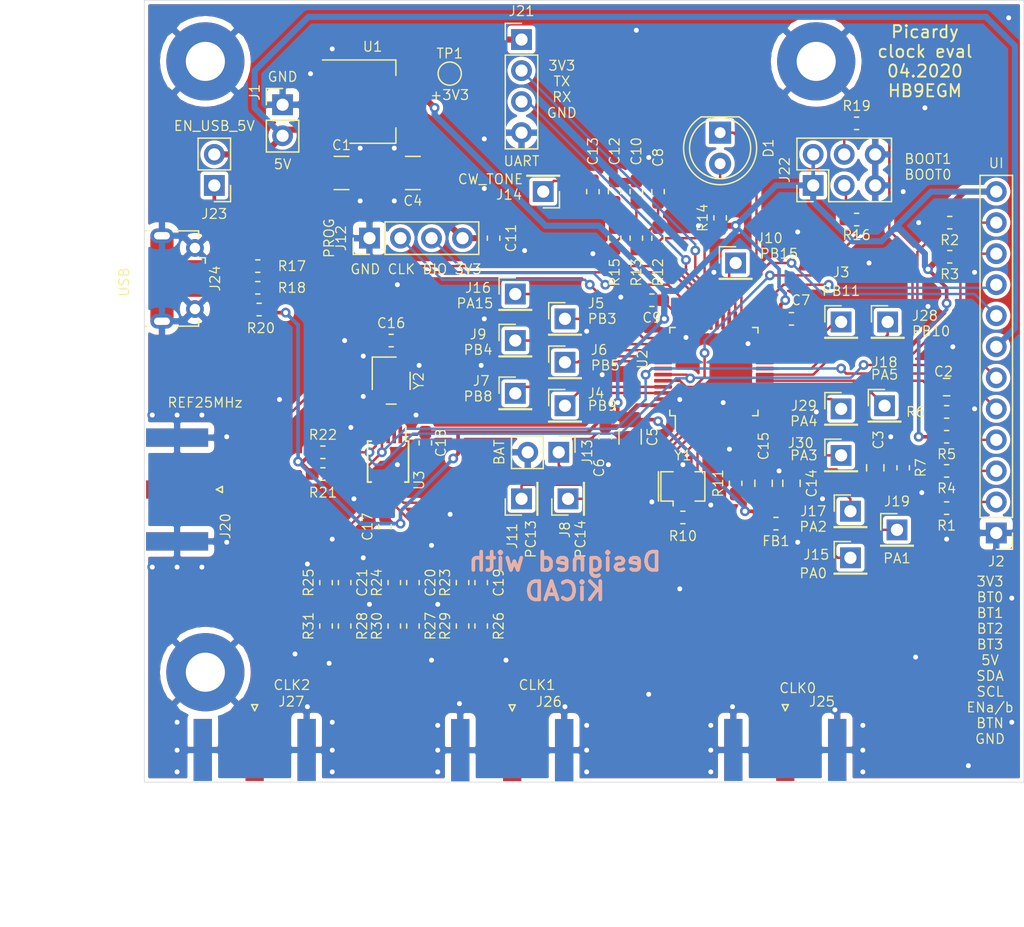
<source format=kicad_pcb>
(kicad_pcb (version 20171130) (host pcbnew 5.1.5)

  (general
    (thickness 1.6)
    (drawings 11)
    (tracks 622)
    (zones 0)
    (modules 91)
    (nets 70)
  )

  (page A4)
  (layers
    (0 F.Cu signal)
    (31 B.Cu signal)
    (32 B.Adhes user hide)
    (33 F.Adhes user hide)
    (34 B.Paste user hide)
    (35 F.Paste user hide)
    (36 B.SilkS user)
    (37 F.SilkS user)
    (38 B.Mask user hide)
    (39 F.Mask user hide)
    (40 Dwgs.User user hide)
    (41 Cmts.User user hide)
    (42 Eco1.User user hide)
    (43 Eco2.User user hide)
    (44 Edge.Cuts user)
    (45 Margin user hide)
    (46 B.CrtYd user hide)
    (47 F.CrtYd user)
    (48 B.Fab user hide)
    (49 F.Fab user hide)
  )

  (setup
    (last_trace_width 0.2)
    (user_trace_width 0.2)
    (user_trace_width 0.3)
    (user_trace_width 0.5)
    (trace_clearance 0.2)
    (zone_clearance 0.3)
    (zone_45_only no)
    (trace_min 0.2)
    (via_size 0.8)
    (via_drill 0.4)
    (via_min_size 0.4)
    (via_min_drill 0.3)
    (uvia_size 0.3)
    (uvia_drill 0.1)
    (uvias_allowed no)
    (uvia_min_size 0.2)
    (uvia_min_drill 0.1)
    (edge_width 0.05)
    (segment_width 0.2)
    (pcb_text_width 0.3)
    (pcb_text_size 1.5 1.5)
    (mod_edge_width 0.12)
    (mod_text_size 1 1)
    (mod_text_width 0.15)
    (pad_size 1.524 1.524)
    (pad_drill 0.762)
    (pad_to_mask_clearance 0.051)
    (solder_mask_min_width 0.25)
    (aux_axis_origin 0 0)
    (visible_elements FFFFFF7F)
    (pcbplotparams
      (layerselection 0x010fc_ffffffff)
      (usegerberextensions false)
      (usegerberattributes false)
      (usegerberadvancedattributes false)
      (creategerberjobfile false)
      (excludeedgelayer true)
      (linewidth 0.100000)
      (plotframeref false)
      (viasonmask false)
      (mode 1)
      (useauxorigin false)
      (hpglpennumber 1)
      (hpglpenspeed 20)
      (hpglpendiameter 15.000000)
      (psnegative false)
      (psa4output false)
      (plotreference true)
      (plotvalue true)
      (plotinvisibletext false)
      (padsonsilk false)
      (subtractmaskfromsilk false)
      (outputformat 1)
      (mirror false)
      (drillshape 0)
      (scaleselection 1)
      (outputdirectory "out-eval"))
  )

  (net 0 "")
  (net 1 GND)
  (net 2 /5V)
  (net 3 /ENC_B)
  (net 4 /ENC_A)
  (net 5 +3V3)
  (net 6 "Net-(C8-Pad1)")
  (net 7 "Net-(C10-Pad1)")
  (net 8 "Net-(C12-Pad1)")
  (net 9 "Net-(C13-Pad2)")
  (net 10 "Net-(C14-Pad2)")
  (net 11 "Net-(C16-Pad2)")
  (net 12 "Net-(C16-Pad1)")
  (net 13 "Net-(C19-Pad2)")
  (net 14 "Net-(C19-Pad1)")
  (net 15 "Net-(C20-Pad2)")
  (net 16 "Net-(C20-Pad1)")
  (net 17 "Net-(C21-Pad2)")
  (net 18 "Net-(C21-Pad1)")
  (net 19 "Net-(D1-Pad2)")
  (net 20 /STATUSn)
  (net 21 /BTN0)
  (net 22 /BTN1)
  (net 23 /BTN2)
  (net 24 /BTN3)
  (net 25 SDA)
  (net 26 SCL)
  (net 27 "Net-(J2-Pad4)")
  (net 28 "Net-(J2-Pad3)")
  (net 29 "Net-(J2-Pad2)")
  (net 30 /CW_RING)
  (net 31 "Net-(J5-Pad1)")
  (net 32 "Net-(J6-Pad1)")
  (net 33 /CW_TIP)
  (net 34 "Net-(J8-Pad1)")
  (net 35 "Net-(J9-Pad1)")
  (net 36 "Net-(J10-Pad1)")
  (net 37 "Net-(J11-Pad1)")
  (net 38 /SWDIO)
  (net 39 /SWCLK)
  (net 40 "Net-(J13-Pad1)")
  (net 41 "Net-(J15-Pad1)")
  (net 42 "Net-(J16-Pad1)")
  (net 43 "Net-(J17-Pad1)")
  (net 44 "Net-(J18-Pad1)")
  (net 45 "Net-(J19-Pad1)")
  (net 46 /USART1_RX)
  (net 47 /USART1_TX)
  (net 48 "Net-(J22-Pad4)")
  (net 49 "Net-(J22-Pad3)")
  (net 50 "Net-(J23-Pad1)")
  (net 51 /USB_DP)
  (net 52 /USB_DM)
  (net 53 /ENC_BTN)
  (net 54 /MIC_SW2)
  (net 55 /MIC_SW1)
  (net 56 /XTAL2)
  (net 57 /XTAL1)
  (net 58 /RESETn)
  (net 59 /PWM_CW)
  (net 60 /BOOT0)
  (net 61 "Net-(R17-Pad2)")
  (net 62 "Net-(R18-Pad2)")
  (net 63 /BOOT1)
  (net 64 "Net-(J25-Pad1)")
  (net 65 "Net-(J26-Pad1)")
  (net 66 "Net-(J27-Pad1)")
  (net 67 "Net-(U3-Pad3)")
  (net 68 "Net-(J3-Pad1)")
  (net 69 "Net-(J28-Pad1)")

  (net_class Default "This is the default net class."
    (clearance 0.2)
    (trace_width 0.25)
    (via_dia 0.8)
    (via_drill 0.4)
    (uvia_dia 0.3)
    (uvia_drill 0.1)
    (add_net +3V3)
    (add_net /5V)
    (add_net /BOOT0)
    (add_net /BOOT1)
    (add_net /BTN0)
    (add_net /BTN1)
    (add_net /BTN2)
    (add_net /BTN3)
    (add_net /CW_RING)
    (add_net /CW_TIP)
    (add_net /ENC_A)
    (add_net /ENC_B)
    (add_net /ENC_BTN)
    (add_net /MIC_SW1)
    (add_net /MIC_SW2)
    (add_net /PWM_CW)
    (add_net /RESETn)
    (add_net /STATUSn)
    (add_net /SWCLK)
    (add_net /SWDIO)
    (add_net /USART1_RX)
    (add_net /USART1_TX)
    (add_net /USB_DM)
    (add_net /USB_DP)
    (add_net /XTAL1)
    (add_net /XTAL2)
    (add_net GND)
    (add_net "Net-(C10-Pad1)")
    (add_net "Net-(C12-Pad1)")
    (add_net "Net-(C13-Pad2)")
    (add_net "Net-(C14-Pad2)")
    (add_net "Net-(C16-Pad1)")
    (add_net "Net-(C16-Pad2)")
    (add_net "Net-(C19-Pad1)")
    (add_net "Net-(C19-Pad2)")
    (add_net "Net-(C20-Pad1)")
    (add_net "Net-(C20-Pad2)")
    (add_net "Net-(C21-Pad1)")
    (add_net "Net-(C21-Pad2)")
    (add_net "Net-(C8-Pad1)")
    (add_net "Net-(D1-Pad2)")
    (add_net "Net-(J10-Pad1)")
    (add_net "Net-(J11-Pad1)")
    (add_net "Net-(J13-Pad1)")
    (add_net "Net-(J15-Pad1)")
    (add_net "Net-(J16-Pad1)")
    (add_net "Net-(J17-Pad1)")
    (add_net "Net-(J18-Pad1)")
    (add_net "Net-(J19-Pad1)")
    (add_net "Net-(J2-Pad2)")
    (add_net "Net-(J2-Pad3)")
    (add_net "Net-(J2-Pad4)")
    (add_net "Net-(J22-Pad3)")
    (add_net "Net-(J22-Pad4)")
    (add_net "Net-(J23-Pad1)")
    (add_net "Net-(J25-Pad1)")
    (add_net "Net-(J26-Pad1)")
    (add_net "Net-(J27-Pad1)")
    (add_net "Net-(J28-Pad1)")
    (add_net "Net-(J3-Pad1)")
    (add_net "Net-(J5-Pad1)")
    (add_net "Net-(J6-Pad1)")
    (add_net "Net-(J8-Pad1)")
    (add_net "Net-(J9-Pad1)")
    (add_net "Net-(R17-Pad2)")
    (add_net "Net-(R18-Pad2)")
    (add_net "Net-(U3-Pad3)")
    (add_net SCL)
    (add_net SDA)
  )

  (module Connector_PinHeader_2.54mm:PinHeader_1x01_P2.54mm_Vertical (layer F.Cu) (tedit 59FED5CC) (tstamp 5E91CE9F)
    (at 193.04 95.25)
    (descr "Through hole straight pin header, 1x01, 2.54mm pitch, single row")
    (tags "Through hole pin header THT 1x01 2.54mm single row")
    (path /5EC068E3)
    (fp_text reference J30 (at -3.302 -1.016) (layer F.SilkS)
      (effects (font (size 0.8 0.8) (thickness 0.1)))
    )
    (fp_text value PA3 (at -3.048 0) (layer F.SilkS)
      (effects (font (size 0.8 0.8) (thickness 0.1)))
    )
    (fp_text user %R (at 0 0 90) (layer F.Fab)
      (effects (font (size 1 1) (thickness 0.15)))
    )
    (fp_line (start 1.8 -1.8) (end -1.8 -1.8) (layer F.CrtYd) (width 0.05))
    (fp_line (start 1.8 1.8) (end 1.8 -1.8) (layer F.CrtYd) (width 0.05))
    (fp_line (start -1.8 1.8) (end 1.8 1.8) (layer F.CrtYd) (width 0.05))
    (fp_line (start -1.8 -1.8) (end -1.8 1.8) (layer F.CrtYd) (width 0.05))
    (fp_line (start -1.33 -1.33) (end 0 -1.33) (layer F.SilkS) (width 0.12))
    (fp_line (start -1.33 0) (end -1.33 -1.33) (layer F.SilkS) (width 0.12))
    (fp_line (start -1.33 1.27) (end 1.33 1.27) (layer F.SilkS) (width 0.12))
    (fp_line (start 1.33 1.27) (end 1.33 1.33) (layer F.SilkS) (width 0.12))
    (fp_line (start -1.33 1.27) (end -1.33 1.33) (layer F.SilkS) (width 0.12))
    (fp_line (start -1.33 1.33) (end 1.33 1.33) (layer F.SilkS) (width 0.12))
    (fp_line (start -1.27 -0.635) (end -0.635 -1.27) (layer F.Fab) (width 0.1))
    (fp_line (start -1.27 1.27) (end -1.27 -0.635) (layer F.Fab) (width 0.1))
    (fp_line (start 1.27 1.27) (end -1.27 1.27) (layer F.Fab) (width 0.1))
    (fp_line (start 1.27 -1.27) (end 1.27 1.27) (layer F.Fab) (width 0.1))
    (fp_line (start -0.635 -1.27) (end 1.27 -1.27) (layer F.Fab) (width 0.1))
    (pad 1 thru_hole rect (at 0 0) (size 1.7 1.7) (drill 1) (layers *.Cu *.Mask)
      (net 55 /MIC_SW1))
    (model ${KISYS3DMOD}/Connector_PinHeader_2.54mm.3dshapes/PinHeader_1x01_P2.54mm_Vertical.wrl
      (at (xyz 0 0 0))
      (scale (xyz 1 1 1))
      (rotate (xyz 0 0 0))
    )
  )

  (module Connector_PinHeader_2.54mm:PinHeader_1x01_P2.54mm_Vertical (layer F.Cu) (tedit 59FED5CC) (tstamp 5E91CE8A)
    (at 193.04 91.44)
    (descr "Through hole straight pin header, 1x01, 2.54mm pitch, single row")
    (tags "Through hole pin header THT 1x01 2.54mm single row")
    (path /5EC06D45)
    (fp_text reference J29 (at -3.048 -0.254) (layer F.SilkS)
      (effects (font (size 0.8 0.8) (thickness 0.1)))
    )
    (fp_text value PA4 (at -3.048 1.016) (layer F.SilkS)
      (effects (font (size 0.8 0.8) (thickness 0.1)))
    )
    (fp_text user %R (at 0 0 90) (layer F.Fab)
      (effects (font (size 1 1) (thickness 0.15)))
    )
    (fp_line (start 1.8 -1.8) (end -1.8 -1.8) (layer F.CrtYd) (width 0.05))
    (fp_line (start 1.8 1.8) (end 1.8 -1.8) (layer F.CrtYd) (width 0.05))
    (fp_line (start -1.8 1.8) (end 1.8 1.8) (layer F.CrtYd) (width 0.05))
    (fp_line (start -1.8 -1.8) (end -1.8 1.8) (layer F.CrtYd) (width 0.05))
    (fp_line (start -1.33 -1.33) (end 0 -1.33) (layer F.SilkS) (width 0.12))
    (fp_line (start -1.33 0) (end -1.33 -1.33) (layer F.SilkS) (width 0.12))
    (fp_line (start -1.33 1.27) (end 1.33 1.27) (layer F.SilkS) (width 0.12))
    (fp_line (start 1.33 1.27) (end 1.33 1.33) (layer F.SilkS) (width 0.12))
    (fp_line (start -1.33 1.27) (end -1.33 1.33) (layer F.SilkS) (width 0.12))
    (fp_line (start -1.33 1.33) (end 1.33 1.33) (layer F.SilkS) (width 0.12))
    (fp_line (start -1.27 -0.635) (end -0.635 -1.27) (layer F.Fab) (width 0.1))
    (fp_line (start -1.27 1.27) (end -1.27 -0.635) (layer F.Fab) (width 0.1))
    (fp_line (start 1.27 1.27) (end -1.27 1.27) (layer F.Fab) (width 0.1))
    (fp_line (start 1.27 -1.27) (end 1.27 1.27) (layer F.Fab) (width 0.1))
    (fp_line (start -0.635 -1.27) (end 1.27 -1.27) (layer F.Fab) (width 0.1))
    (pad 1 thru_hole rect (at 0 0) (size 1.7 1.7) (drill 1) (layers *.Cu *.Mask)
      (net 54 /MIC_SW2))
    (model ${KISYS3DMOD}/Connector_PinHeader_2.54mm.3dshapes/PinHeader_1x01_P2.54mm_Vertical.wrl
      (at (xyz 0 0 0))
      (scale (xyz 1 1 1))
      (rotate (xyz 0 0 0))
    )
  )

  (module Connector_PinHeader_2.54mm:PinHeader_1x01_P2.54mm_Vertical (layer F.Cu) (tedit 59FED5CC) (tstamp 5E91CE75)
    (at 196.85 84.328)
    (descr "Through hole straight pin header, 1x01, 2.54mm pitch, single row")
    (tags "Through hole pin header THT 1x01 2.54mm single row")
    (path /5EBDD797)
    (fp_text reference J28 (at 3.048 -0.508) (layer F.SilkS)
      (effects (font (size 0.8 0.8) (thickness 0.1)))
    )
    (fp_text value PB10 (at 3.556 0.762) (layer F.SilkS)
      (effects (font (size 0.8 0.8) (thickness 0.1)))
    )
    (fp_text user %R (at 0 0 90) (layer F.Fab)
      (effects (font (size 1 1) (thickness 0.15)))
    )
    (fp_line (start 1.8 -1.8) (end -1.8 -1.8) (layer F.CrtYd) (width 0.05))
    (fp_line (start 1.8 1.8) (end 1.8 -1.8) (layer F.CrtYd) (width 0.05))
    (fp_line (start -1.8 1.8) (end 1.8 1.8) (layer F.CrtYd) (width 0.05))
    (fp_line (start -1.8 -1.8) (end -1.8 1.8) (layer F.CrtYd) (width 0.05))
    (fp_line (start -1.33 -1.33) (end 0 -1.33) (layer F.SilkS) (width 0.12))
    (fp_line (start -1.33 0) (end -1.33 -1.33) (layer F.SilkS) (width 0.12))
    (fp_line (start -1.33 1.27) (end 1.33 1.27) (layer F.SilkS) (width 0.12))
    (fp_line (start 1.33 1.27) (end 1.33 1.33) (layer F.SilkS) (width 0.12))
    (fp_line (start -1.33 1.27) (end -1.33 1.33) (layer F.SilkS) (width 0.12))
    (fp_line (start -1.33 1.33) (end 1.33 1.33) (layer F.SilkS) (width 0.12))
    (fp_line (start -1.27 -0.635) (end -0.635 -1.27) (layer F.Fab) (width 0.1))
    (fp_line (start -1.27 1.27) (end -1.27 -0.635) (layer F.Fab) (width 0.1))
    (fp_line (start 1.27 1.27) (end -1.27 1.27) (layer F.Fab) (width 0.1))
    (fp_line (start 1.27 -1.27) (end 1.27 1.27) (layer F.Fab) (width 0.1))
    (fp_line (start -0.635 -1.27) (end 1.27 -1.27) (layer F.Fab) (width 0.1))
    (pad 1 thru_hole rect (at 0 0) (size 1.7 1.7) (drill 1) (layers *.Cu *.Mask)
      (net 69 "Net-(J28-Pad1)"))
    (model ${KISYS3DMOD}/Connector_PinHeader_2.54mm.3dshapes/PinHeader_1x01_P2.54mm_Vertical.wrl
      (at (xyz 0 0 0))
      (scale (xyz 1 1 1))
      (rotate (xyz 0 0 0))
    )
  )

  (module Connector_PinHeader_2.54mm:PinHeader_1x01_P2.54mm_Vertical (layer F.Cu) (tedit 59FED5CC) (tstamp 5E91C9EA)
    (at 193.04 84.328)
    (descr "Through hole straight pin header, 1x01, 2.54mm pitch, single row")
    (tags "Through hole pin header THT 1x01 2.54mm single row")
    (path /5EBDDACB)
    (fp_text reference J3 (at 0 -4.064) (layer F.SilkS)
      (effects (font (size 0.8 0.8) (thickness 0.1)))
    )
    (fp_text value PB11 (at 0 -2.54) (layer F.SilkS)
      (effects (font (size 0.8 0.8) (thickness 0.1)))
    )
    (fp_text user %R (at 0 0 90) (layer F.Fab)
      (effects (font (size 1 1) (thickness 0.15)))
    )
    (fp_line (start 1.8 -1.8) (end -1.8 -1.8) (layer F.CrtYd) (width 0.05))
    (fp_line (start 1.8 1.8) (end 1.8 -1.8) (layer F.CrtYd) (width 0.05))
    (fp_line (start -1.8 1.8) (end 1.8 1.8) (layer F.CrtYd) (width 0.05))
    (fp_line (start -1.8 -1.8) (end -1.8 1.8) (layer F.CrtYd) (width 0.05))
    (fp_line (start -1.33 -1.33) (end 0 -1.33) (layer F.SilkS) (width 0.12))
    (fp_line (start -1.33 0) (end -1.33 -1.33) (layer F.SilkS) (width 0.12))
    (fp_line (start -1.33 1.27) (end 1.33 1.27) (layer F.SilkS) (width 0.12))
    (fp_line (start 1.33 1.27) (end 1.33 1.33) (layer F.SilkS) (width 0.12))
    (fp_line (start -1.33 1.27) (end -1.33 1.33) (layer F.SilkS) (width 0.12))
    (fp_line (start -1.33 1.33) (end 1.33 1.33) (layer F.SilkS) (width 0.12))
    (fp_line (start -1.27 -0.635) (end -0.635 -1.27) (layer F.Fab) (width 0.1))
    (fp_line (start -1.27 1.27) (end -1.27 -0.635) (layer F.Fab) (width 0.1))
    (fp_line (start 1.27 1.27) (end -1.27 1.27) (layer F.Fab) (width 0.1))
    (fp_line (start 1.27 -1.27) (end 1.27 1.27) (layer F.Fab) (width 0.1))
    (fp_line (start -0.635 -1.27) (end 1.27 -1.27) (layer F.Fab) (width 0.1))
    (pad 1 thru_hole rect (at 0 0) (size 1.7 1.7) (drill 1) (layers *.Cu *.Mask)
      (net 68 "Net-(J3-Pad1)"))
    (model ${KISYS3DMOD}/Connector_PinHeader_2.54mm.3dshapes/PinHeader_1x01_P2.54mm_Vertical.wrl
      (at (xyz 0 0 0))
      (scale (xyz 1 1 1))
      (rotate (xyz 0 0 0))
    )
  )

  (module MountingHole:MountingHole_3.2mm_M3_Pad locked (layer F.Cu) (tedit 56D1B4CB) (tstamp 5E90AD00)
    (at 191 63)
    (descr "Mounting Hole 3.2mm, M3")
    (tags "mounting hole 3.2mm m3")
    (path /5EAD25BF)
    (attr virtual)
    (fp_text reference H3 (at 0 -4.2) (layer F.SilkS) hide
      (effects (font (size 1 1) (thickness 0.15)))
    )
    (fp_text value M3 (at 0 4.2) (layer F.Fab)
      (effects (font (size 1 1) (thickness 0.15)))
    )
    (fp_circle (center 0 0) (end 3.45 0) (layer F.CrtYd) (width 0.05))
    (fp_circle (center 0 0) (end 3.2 0) (layer Cmts.User) (width 0.15))
    (fp_text user %R (at 0.3 0) (layer F.Fab)
      (effects (font (size 1 1) (thickness 0.15)))
    )
    (pad 1 thru_hole circle (at 0 0) (size 6.4 6.4) (drill 3.2) (layers *.Cu *.Mask)
      (net 1 GND))
  )

  (module MountingHole:MountingHole_3.2mm_M3_Pad locked (layer F.Cu) (tedit 56D1B4CB) (tstamp 5E90ACF8)
    (at 141 113)
    (descr "Mounting Hole 3.2mm, M3")
    (tags "mounting hole 3.2mm m3")
    (path /5EAD2405)
    (attr virtual)
    (fp_text reference H2 (at 0 -4.2) (layer F.SilkS) hide
      (effects (font (size 1 1) (thickness 0.15)))
    )
    (fp_text value M3 (at 0 4.2) (layer F.Fab)
      (effects (font (size 1 1) (thickness 0.15)))
    )
    (fp_circle (center 0 0) (end 3.45 0) (layer F.CrtYd) (width 0.05))
    (fp_circle (center 0 0) (end 3.2 0) (layer Cmts.User) (width 0.15))
    (fp_text user %R (at 0.3 0) (layer F.Fab)
      (effects (font (size 1 1) (thickness 0.15)))
    )
    (pad 1 thru_hole circle (at 0 0) (size 6.4 6.4) (drill 3.2) (layers *.Cu *.Mask)
      (net 1 GND))
  )

  (module MountingHole:MountingHole_3.2mm_M3_Pad locked (layer F.Cu) (tedit 56D1B4CB) (tstamp 5E90ACF0)
    (at 141 63)
    (descr "Mounting Hole 3.2mm, M3")
    (tags "mounting hole 3.2mm m3")
    (path /5EAD2001)
    (attr virtual)
    (fp_text reference H1 (at 0 -4.2) (layer F.SilkS) hide
      (effects (font (size 1 1) (thickness 0.15)))
    )
    (fp_text value M3 (at 0 4.2) (layer F.Fab)
      (effects (font (size 1 1) (thickness 0.15)))
    )
    (fp_circle (center 0 0) (end 3.45 0) (layer F.CrtYd) (width 0.05))
    (fp_circle (center 0 0) (end 3.2 0) (layer Cmts.User) (width 0.15))
    (fp_text user %R (at 0.3 0) (layer F.Fab)
      (effects (font (size 1 1) (thickness 0.15)))
    )
    (pad 1 thru_hole circle (at 0 0) (size 6.4 6.4) (drill 3.2) (layers *.Cu *.Mask)
      (net 1 GND))
  )

  (module Connector_Coaxial:SMA_Amphenol_132289_EdgeMount (layer F.Cu) (tedit 5A1C1810) (tstamp 5E9060E6)
    (at 145.034 119.364 270)
    (descr http://www.amphenolrf.com/132289.html)
    (tags SMA)
    (path /5EA04191)
    (attr smd)
    (fp_text reference J27 (at -3.96 -3) (layer F.SilkS)
      (effects (font (size 0.8 0.8) (thickness 0.1)))
    )
    (fp_text value CLK2 (at -5.318 -3.048 180) (layer F.SilkS)
      (effects (font (size 0.8 0.8) (thickness 0.1)))
    )
    (fp_line (start -1.91 5.08) (end 4.445 5.08) (layer F.Fab) (width 0.1))
    (fp_line (start -1.91 3.81) (end -1.91 5.08) (layer F.Fab) (width 0.1))
    (fp_line (start 2.54 3.81) (end -1.91 3.81) (layer F.Fab) (width 0.1))
    (fp_line (start 2.54 -3.81) (end 2.54 3.81) (layer F.Fab) (width 0.1))
    (fp_line (start -1.91 -3.81) (end 2.54 -3.81) (layer F.Fab) (width 0.1))
    (fp_line (start -1.91 -5.08) (end -1.91 -3.81) (layer F.Fab) (width 0.1))
    (fp_line (start -1.91 -5.08) (end 4.445 -5.08) (layer F.Fab) (width 0.1))
    (fp_line (start 4.445 -3.81) (end 4.445 -5.08) (layer F.Fab) (width 0.1))
    (fp_line (start 4.445 5.08) (end 4.445 3.81) (layer F.Fab) (width 0.1))
    (fp_line (start 13.97 3.81) (end 4.445 3.81) (layer F.Fab) (width 0.1))
    (fp_line (start 13.97 -3.81) (end 13.97 3.81) (layer F.Fab) (width 0.1))
    (fp_line (start 4.445 -3.81) (end 13.97 -3.81) (layer F.Fab) (width 0.1))
    (fp_line (start -3.04 5.58) (end -3.04 -5.58) (layer B.CrtYd) (width 0.05))
    (fp_line (start 14.47 5.58) (end -3.04 5.58) (layer B.CrtYd) (width 0.05))
    (fp_line (start 14.47 -5.58) (end 14.47 5.58) (layer B.CrtYd) (width 0.05))
    (fp_line (start 14.47 -5.58) (end -3.04 -5.58) (layer B.CrtYd) (width 0.05))
    (fp_line (start -3.04 5.58) (end -3.04 -5.58) (layer F.CrtYd) (width 0.05))
    (fp_line (start 14.47 5.58) (end -3.04 5.58) (layer F.CrtYd) (width 0.05))
    (fp_line (start 14.47 -5.58) (end 14.47 5.58) (layer F.CrtYd) (width 0.05))
    (fp_line (start 14.47 -5.58) (end -3.04 -5.58) (layer F.CrtYd) (width 0.05))
    (fp_text user %R (at 4.79 0 180) (layer F.Fab)
      (effects (font (size 0.8 0.8) (thickness 0.1)))
    )
    (fp_line (start 2.54 -0.75) (end 3.54 0) (layer F.Fab) (width 0.1))
    (fp_line (start 3.54 0) (end 2.54 0.75) (layer F.Fab) (width 0.1))
    (fp_line (start -3.21 0) (end -3.71 -0.25) (layer F.SilkS) (width 0.12))
    (fp_line (start -3.71 -0.25) (end -3.71 0.25) (layer F.SilkS) (width 0.12))
    (fp_line (start -3.71 0.25) (end -3.21 0) (layer F.SilkS) (width 0.12))
    (pad 1 smd rect (at 0 0) (size 1.5 5.08) (layers F.Cu F.Paste F.Mask)
      (net 66 "Net-(J27-Pad1)"))
    (pad 2 smd rect (at 0 -4.25) (size 1.5 5.08) (layers F.Cu F.Paste F.Mask)
      (net 1 GND))
    (pad 2 smd rect (at 0 4.25) (size 1.5 5.08) (layers F.Cu F.Paste F.Mask)
      (net 1 GND))
    (pad 2 smd rect (at 0 -4.25) (size 1.5 5.08) (layers B.Cu B.Paste B.Mask)
      (net 1 GND))
    (pad 2 smd rect (at 0 4.25) (size 1.5 5.08) (layers B.Cu B.Paste B.Mask)
      (net 1 GND))
    (model ${KISYS3DMOD}/Connector_Coaxial.3dshapes/SMA_Amphenol_132289_EdgeMount.wrl
      (at (xyz 0 0 0))
      (scale (xyz 1 1 1))
      (rotate (xyz 0 0 0))
    )
  )

  (module Connector_Coaxial:SMA_Amphenol_132289_EdgeMount (layer F.Cu) (tedit 5A1C1810) (tstamp 5E9060C3)
    (at 166.116 119.38 270)
    (descr http://www.amphenolrf.com/132289.html)
    (tags SMA)
    (path /5EA120C9)
    (attr smd)
    (fp_text reference J26 (at -3.96 -3) (layer F.SilkS)
      (effects (font (size 0.8 0.8) (thickness 0.1)))
    )
    (fp_text value CLK1 (at -5.334 -2.032 180) (layer F.SilkS)
      (effects (font (size 0.8 0.8) (thickness 0.1)))
    )
    (fp_line (start -1.91 5.08) (end 4.445 5.08) (layer F.Fab) (width 0.1))
    (fp_line (start -1.91 3.81) (end -1.91 5.08) (layer F.Fab) (width 0.1))
    (fp_line (start 2.54 3.81) (end -1.91 3.81) (layer F.Fab) (width 0.1))
    (fp_line (start 2.54 -3.81) (end 2.54 3.81) (layer F.Fab) (width 0.1))
    (fp_line (start -1.91 -3.81) (end 2.54 -3.81) (layer F.Fab) (width 0.1))
    (fp_line (start -1.91 -5.08) (end -1.91 -3.81) (layer F.Fab) (width 0.1))
    (fp_line (start -1.91 -5.08) (end 4.445 -5.08) (layer F.Fab) (width 0.1))
    (fp_line (start 4.445 -3.81) (end 4.445 -5.08) (layer F.Fab) (width 0.1))
    (fp_line (start 4.445 5.08) (end 4.445 3.81) (layer F.Fab) (width 0.1))
    (fp_line (start 13.97 3.81) (end 4.445 3.81) (layer F.Fab) (width 0.1))
    (fp_line (start 13.97 -3.81) (end 13.97 3.81) (layer F.Fab) (width 0.1))
    (fp_line (start 4.445 -3.81) (end 13.97 -3.81) (layer F.Fab) (width 0.1))
    (fp_line (start -3.04 5.58) (end -3.04 -5.58) (layer B.CrtYd) (width 0.05))
    (fp_line (start 14.47 5.58) (end -3.04 5.58) (layer B.CrtYd) (width 0.05))
    (fp_line (start 14.47 -5.58) (end 14.47 5.58) (layer B.CrtYd) (width 0.05))
    (fp_line (start 14.47 -5.58) (end -3.04 -5.58) (layer B.CrtYd) (width 0.05))
    (fp_line (start -3.04 5.58) (end -3.04 -5.58) (layer F.CrtYd) (width 0.05))
    (fp_line (start 14.47 5.58) (end -3.04 5.58) (layer F.CrtYd) (width 0.05))
    (fp_line (start 14.47 -5.58) (end 14.47 5.58) (layer F.CrtYd) (width 0.05))
    (fp_line (start 14.47 -5.58) (end -3.04 -5.58) (layer F.CrtYd) (width 0.05))
    (fp_text user %R (at 4.79 0 180) (layer F.Fab)
      (effects (font (size 0.8 0.8) (thickness 0.1)))
    )
    (fp_line (start 2.54 -0.75) (end 3.54 0) (layer F.Fab) (width 0.1))
    (fp_line (start 3.54 0) (end 2.54 0.75) (layer F.Fab) (width 0.1))
    (fp_line (start -3.21 0) (end -3.71 -0.25) (layer F.SilkS) (width 0.12))
    (fp_line (start -3.71 -0.25) (end -3.71 0.25) (layer F.SilkS) (width 0.12))
    (fp_line (start -3.71 0.25) (end -3.21 0) (layer F.SilkS) (width 0.12))
    (pad 1 smd rect (at 0 0) (size 1.5 5.08) (layers F.Cu F.Paste F.Mask)
      (net 65 "Net-(J26-Pad1)"))
    (pad 2 smd rect (at 0 -4.25) (size 1.5 5.08) (layers F.Cu F.Paste F.Mask)
      (net 1 GND))
    (pad 2 smd rect (at 0 4.25) (size 1.5 5.08) (layers F.Cu F.Paste F.Mask)
      (net 1 GND))
    (pad 2 smd rect (at 0 -4.25) (size 1.5 5.08) (layers B.Cu B.Paste B.Mask)
      (net 1 GND))
    (pad 2 smd rect (at 0 4.25) (size 1.5 5.08) (layers B.Cu B.Paste B.Mask)
      (net 1 GND))
    (model ${KISYS3DMOD}/Connector_Coaxial.3dshapes/SMA_Amphenol_132289_EdgeMount.wrl
      (at (xyz 0 0 0))
      (scale (xyz 1 1 1))
      (rotate (xyz 0 0 0))
    )
  )

  (module Connector_Coaxial:SMA_Amphenol_132289_EdgeMount (layer F.Cu) (tedit 5A1C1810) (tstamp 5E9060A0)
    (at 188.468 119.364 270)
    (descr http://www.amphenolrf.com/132289.html)
    (tags SMA)
    (path /5EA12638)
    (attr smd)
    (fp_text reference J25 (at -3.96 -3) (layer F.SilkS)
      (effects (font (size 0.8 0.8) (thickness 0.1)))
    )
    (fp_text value CLK0 (at -5.064 -1.016 180) (layer F.SilkS)
      (effects (font (size 0.8 0.8) (thickness 0.1)))
    )
    (fp_line (start -1.91 5.08) (end 4.445 5.08) (layer F.Fab) (width 0.1))
    (fp_line (start -1.91 3.81) (end -1.91 5.08) (layer F.Fab) (width 0.1))
    (fp_line (start 2.54 3.81) (end -1.91 3.81) (layer F.Fab) (width 0.1))
    (fp_line (start 2.54 -3.81) (end 2.54 3.81) (layer F.Fab) (width 0.1))
    (fp_line (start -1.91 -3.81) (end 2.54 -3.81) (layer F.Fab) (width 0.1))
    (fp_line (start -1.91 -5.08) (end -1.91 -3.81) (layer F.Fab) (width 0.1))
    (fp_line (start -1.91 -5.08) (end 4.445 -5.08) (layer F.Fab) (width 0.1))
    (fp_line (start 4.445 -3.81) (end 4.445 -5.08) (layer F.Fab) (width 0.1))
    (fp_line (start 4.445 5.08) (end 4.445 3.81) (layer F.Fab) (width 0.1))
    (fp_line (start 13.97 3.81) (end 4.445 3.81) (layer F.Fab) (width 0.1))
    (fp_line (start 13.97 -3.81) (end 13.97 3.81) (layer F.Fab) (width 0.1))
    (fp_line (start 4.445 -3.81) (end 13.97 -3.81) (layer F.Fab) (width 0.1))
    (fp_line (start -3.04 5.58) (end -3.04 -5.58) (layer B.CrtYd) (width 0.05))
    (fp_line (start 14.47 5.58) (end -3.04 5.58) (layer B.CrtYd) (width 0.05))
    (fp_line (start 14.47 -5.58) (end 14.47 5.58) (layer B.CrtYd) (width 0.05))
    (fp_line (start 14.47 -5.58) (end -3.04 -5.58) (layer B.CrtYd) (width 0.05))
    (fp_line (start -3.04 5.58) (end -3.04 -5.58) (layer F.CrtYd) (width 0.05))
    (fp_line (start 14.47 5.58) (end -3.04 5.58) (layer F.CrtYd) (width 0.05))
    (fp_line (start 14.47 -5.58) (end 14.47 5.58) (layer F.CrtYd) (width 0.05))
    (fp_line (start 14.47 -5.58) (end -3.04 -5.58) (layer F.CrtYd) (width 0.05))
    (fp_text user %R (at 4.79 0 180) (layer F.Fab)
      (effects (font (size 0.8 0.8) (thickness 0.1)))
    )
    (fp_line (start 2.54 -0.75) (end 3.54 0) (layer F.Fab) (width 0.1))
    (fp_line (start 3.54 0) (end 2.54 0.75) (layer F.Fab) (width 0.1))
    (fp_line (start -3.21 0) (end -3.71 -0.25) (layer F.SilkS) (width 0.12))
    (fp_line (start -3.71 -0.25) (end -3.71 0.25) (layer F.SilkS) (width 0.12))
    (fp_line (start -3.71 0.25) (end -3.21 0) (layer F.SilkS) (width 0.12))
    (pad 1 smd rect (at 0 0) (size 1.5 5.08) (layers F.Cu F.Paste F.Mask)
      (net 64 "Net-(J25-Pad1)"))
    (pad 2 smd rect (at 0 -4.25) (size 1.5 5.08) (layers F.Cu F.Paste F.Mask)
      (net 1 GND))
    (pad 2 smd rect (at 0 4.25) (size 1.5 5.08) (layers F.Cu F.Paste F.Mask)
      (net 1 GND))
    (pad 2 smd rect (at 0 -4.25) (size 1.5 5.08) (layers B.Cu B.Paste B.Mask)
      (net 1 GND))
    (pad 2 smd rect (at 0 4.25) (size 1.5 5.08) (layers B.Cu B.Paste B.Mask)
      (net 1 GND))
    (model ${KISYS3DMOD}/Connector_Coaxial.3dshapes/SMA_Amphenol_132289_EdgeMount.wrl
      (at (xyz 0 0 0))
      (scale (xyz 1 1 1))
      (rotate (xyz 0 0 0))
    )
  )

  (module Connector_Coaxial:SMA_Amphenol_132289_EdgeMount (layer F.Cu) (tedit 5A1C1810) (tstamp 5E905F9F)
    (at 138.684 98.044 180)
    (descr http://www.amphenolrf.com/132289.html)
    (tags SMA)
    (path /5EA13651)
    (attr smd)
    (fp_text reference J20 (at -3.96 -3 90) (layer F.SilkS)
      (effects (font (size 0.8 0.8) (thickness 0.1)))
    )
    (fp_text value REF25MHz (at -2.286 7.112 180) (layer F.SilkS)
      (effects (font (size 0.8 0.8) (thickness 0.1)))
    )
    (fp_line (start -1.91 5.08) (end 4.445 5.08) (layer F.Fab) (width 0.1))
    (fp_line (start -1.91 3.81) (end -1.91 5.08) (layer F.Fab) (width 0.1))
    (fp_line (start 2.54 3.81) (end -1.91 3.81) (layer F.Fab) (width 0.1))
    (fp_line (start 2.54 -3.81) (end 2.54 3.81) (layer F.Fab) (width 0.1))
    (fp_line (start -1.91 -3.81) (end 2.54 -3.81) (layer F.Fab) (width 0.1))
    (fp_line (start -1.91 -5.08) (end -1.91 -3.81) (layer F.Fab) (width 0.1))
    (fp_line (start -1.91 -5.08) (end 4.445 -5.08) (layer F.Fab) (width 0.1))
    (fp_line (start 4.445 -3.81) (end 4.445 -5.08) (layer F.Fab) (width 0.1))
    (fp_line (start 4.445 5.08) (end 4.445 3.81) (layer F.Fab) (width 0.1))
    (fp_line (start 13.97 3.81) (end 4.445 3.81) (layer F.Fab) (width 0.1))
    (fp_line (start 13.97 -3.81) (end 13.97 3.81) (layer F.Fab) (width 0.1))
    (fp_line (start 4.445 -3.81) (end 13.97 -3.81) (layer F.Fab) (width 0.1))
    (fp_line (start -3.04 5.58) (end -3.04 -5.58) (layer B.CrtYd) (width 0.05))
    (fp_line (start 14.47 5.58) (end -3.04 5.58) (layer B.CrtYd) (width 0.05))
    (fp_line (start 14.47 -5.58) (end 14.47 5.58) (layer B.CrtYd) (width 0.05))
    (fp_line (start 14.47 -5.58) (end -3.04 -5.58) (layer B.CrtYd) (width 0.05))
    (fp_line (start -3.04 5.58) (end -3.04 -5.58) (layer F.CrtYd) (width 0.05))
    (fp_line (start 14.47 5.58) (end -3.04 5.58) (layer F.CrtYd) (width 0.05))
    (fp_line (start 14.47 -5.58) (end 14.47 5.58) (layer F.CrtYd) (width 0.05))
    (fp_line (start 14.47 -5.58) (end -3.04 -5.58) (layer F.CrtYd) (width 0.05))
    (fp_text user %R (at 4.79 0 270) (layer F.Fab)
      (effects (font (size 0.8 0.8) (thickness 0.1)))
    )
    (fp_line (start 2.54 -0.75) (end 3.54 0) (layer F.Fab) (width 0.1))
    (fp_line (start 3.54 0) (end 2.54 0.75) (layer F.Fab) (width 0.1))
    (fp_line (start -3.21 0) (end -3.71 -0.25) (layer F.SilkS) (width 0.12))
    (fp_line (start -3.71 -0.25) (end -3.71 0.25) (layer F.SilkS) (width 0.12))
    (fp_line (start -3.71 0.25) (end -3.21 0) (layer F.SilkS) (width 0.12))
    (pad 1 smd rect (at 0 0 270) (size 1.5 5.08) (layers F.Cu F.Paste F.Mask)
      (net 12 "Net-(C16-Pad1)"))
    (pad 2 smd rect (at 0 -4.25 270) (size 1.5 5.08) (layers F.Cu F.Paste F.Mask)
      (net 1 GND))
    (pad 2 smd rect (at 0 4.25 270) (size 1.5 5.08) (layers F.Cu F.Paste F.Mask)
      (net 1 GND))
    (pad 2 smd rect (at 0 -4.25 270) (size 1.5 5.08) (layers B.Cu B.Paste B.Mask)
      (net 1 GND))
    (pad 2 smd rect (at 0 4.25 270) (size 1.5 5.08) (layers B.Cu B.Paste B.Mask)
      (net 1 GND))
    (model ${KISYS3DMOD}/Connector_Coaxial.3dshapes/SMA_Amphenol_132289_EdgeMount.wrl
      (at (xyz 0 0 0))
      (scale (xyz 1 1 1))
      (rotate (xyz 0 0 0))
    )
  )

  (module picardy:CX3225SB (layer F.Cu) (tedit 5E4EE75C) (tstamp 5E90485F)
    (at 156.21 89.154 270)
    (descr "SMD Crystal EuroQuartz MJ series http://cdn-reichelt.de/documents/datenblatt/B400/MJ.pdf, hand-soldering, 5.0x3.2mm^2 package")
    (tags "SMD SMT crystal hand-soldering")
    (path /5E56D94F)
    (attr smd)
    (fp_text reference Y2 (at 0 -2.25 90) (layer F.SilkS)
      (effects (font (size 0.8 0.8) (thickness 0.1)))
    )
    (fp_text value CX3225SB25000D0FLJCC (at 0 2.35 90) (layer F.Fab)
      (effects (font (size 1 1) (thickness 0.15)))
    )
    (fp_line (start 2 -1.5) (end -2.05 -1.5) (layer F.CrtYd) (width 0.05))
    (fp_line (start 2 1.5) (end 2 -1.5) (layer F.CrtYd) (width 0.05))
    (fp_line (start -2.05 1.5) (end 2 1.5) (layer F.CrtYd) (width 0.05))
    (fp_line (start -2.05 -1.5) (end -2.05 1.5) (layer F.CrtYd) (width 0.05))
    (fp_line (start -0.7 1.55) (end -1.95 1.55) (layer F.SilkS) (width 0.12))
    (fp_line (start 0.7 1.55) (end -0.7 1.55) (layer F.SilkS) (width 0.12))
    (fp_line (start -0.7 -1.55) (end 0.7 -1.55) (layer F.SilkS) (width 0.12))
    (fp_line (start 1.9 -0.4) (end 1.9 0.4) (layer F.SilkS) (width 0.12))
    (fp_line (start -1.95 0.4) (end -1.95 -0.4) (layer F.SilkS) (width 0.12))
    (fp_line (start -1.95 1.55) (end -1.95 0.4) (layer F.SilkS) (width 0.12))
    (fp_line (start -2.5 0.6) (end -1.5 1.6) (layer F.Fab) (width 0.1))
    (fp_line (start -2.5 -1.5) (end -2.4 -1.6) (layer F.Fab) (width 0.1))
    (fp_line (start -2.5 1.5) (end -2.5 -1.5) (layer F.Fab) (width 0.1))
    (fp_line (start -2.4 1.6) (end -2.5 1.5) (layer F.Fab) (width 0.1))
    (fp_line (start 2.4 1.6) (end -2.4 1.6) (layer F.Fab) (width 0.1))
    (fp_line (start 2.5 1.5) (end 2.4 1.6) (layer F.Fab) (width 0.1))
    (fp_line (start 2.5 -1.5) (end 2.5 1.5) (layer F.Fab) (width 0.1))
    (fp_line (start 2.4 -1.6) (end 2.5 -1.5) (layer F.Fab) (width 0.1))
    (fp_line (start -2.4 -1.6) (end 2.4 -1.6) (layer F.Fab) (width 0.1))
    (fp_text user %R (at 0 0 90) (layer F.Fab)
      (effects (font (size 0.8 0.8) (thickness 0.1)))
    )
    (pad 4 smd rect (at -1.15 -0.925 270) (size 1.3 1.05) (layers F.Cu F.Paste F.Mask)
      (net 1 GND))
    (pad 3 smd rect (at 1.15 -0.925 270) (size 1.3 1.05) (layers F.Cu F.Paste F.Mask)
      (net 11 "Net-(C16-Pad2)"))
    (pad 2 smd rect (at 1.15 0.925 270) (size 1.3 1.05) (layers F.Cu F.Paste F.Mask)
      (net 1 GND))
    (pad 1 smd rect (at -1.15 0.925 270) (size 1.3 1.05) (layers F.Cu F.Paste F.Mask)
      (net 67 "Net-(U3-Pad3)"))
    (model ${KISYS3DMOD}/Crystal.3dshapes/Crystal_SMD_EuroQuartz_MJ-4Pin_5.0x3.2mm_HandSoldering.wrl
      (at (xyz 0 0 0))
      (scale (xyz 1 1 1))
      (rotate (xyz 0 0 0))
    )
  )

  (module Crystal:Resonator_SMD_muRata_CSTxExxV-3Pin_3.0x1.1mm (layer F.Cu) (tedit 5AD358ED) (tstamp 5E8F883C)
    (at 180.086 97.79)
    (descr "SMD Resomator/Filter Murata CSTCE, https://www.murata.com/en-eu/products/productdata/8801162264606/SPEC-CSTNE16M0VH3C000R0.pdf")
    (tags "SMD SMT ceramic resonator filter")
    (path /5EF516F7)
    (attr smd)
    (fp_text reference Y1 (at 0 -2.54) (layer F.SilkS)
      (effects (font (size 0.8 0.8) (thickness 0.1)))
    )
    (fp_text value CSTNE16M0V530000R0 (at 0 1.8) (layer F.Fab)
      (effects (font (size 0.8 0.8) (thickness 0.1)))
    )
    (fp_line (start -1.75 1.2) (end -1.75 -1.2) (layer F.CrtYd) (width 0.05))
    (fp_line (start 1.75 -1.2) (end 1.75 1.2) (layer F.CrtYd) (width 0.05))
    (fp_line (start -1.75 -1.2) (end 1.75 -1.2) (layer F.CrtYd) (width 0.05))
    (fp_line (start 1.75 1.2) (end -1.75 1.2) (layer F.CrtYd) (width 0.05))
    (fp_line (start -1.5 0.3) (end -1.5 -0.8) (layer F.Fab) (width 0.1))
    (fp_line (start -1 0.8) (end 1.5 0.8) (layer F.Fab) (width 0.1))
    (fp_line (start -1 0.8) (end -1.5 0.3) (layer F.Fab) (width 0.1))
    (fp_line (start 1.5 -0.8) (end -1.5 -0.8) (layer F.Fab) (width 0.1))
    (fp_line (start 1.5 0.8) (end 1.5 -0.8) (layer F.Fab) (width 0.1))
    (fp_line (start -2 0.8) (end -2 1.2) (layer F.SilkS) (width 0.12))
    (fp_line (start -1.8 0.8) (end -1.8 1.2) (layer F.SilkS) (width 0.12))
    (fp_line (start 1.8 0.8) (end 1.8 1.2) (layer F.SilkS) (width 0.12))
    (fp_line (start -2 -1.2) (end -2 0.8) (layer F.SilkS) (width 0.12))
    (fp_line (start -0.8 1.2) (end -0.8 1.6) (layer F.SilkS) (width 0.12))
    (fp_line (start -0.8 1.2) (end -1.8 1.2) (layer F.SilkS) (width 0.12))
    (fp_line (start -1.8 0.8) (end -1.8 -1.2) (layer F.SilkS) (width 0.12))
    (fp_line (start -1.8 -1.2) (end -0.8 -1.2) (layer F.SilkS) (width 0.12))
    (fp_line (start 1 -1.2) (end 1.8 -1.2) (layer F.SilkS) (width 0.12))
    (fp_line (start 1.8 -1.2) (end 1.8 0.8) (layer F.SilkS) (width 0.12))
    (fp_line (start 1.8 1.2) (end 1 1.2) (layer F.SilkS) (width 0.12))
    (fp_text user %R (at 0.1 -0.05) (layer F.Fab)
      (effects (font (size 0.8 0.8) (thickness 0.1)))
    )
    (pad 3 smd rect (at 1.2 0) (size 0.4 1.9) (layers F.Cu F.Paste F.Mask)
      (net 56 /XTAL2))
    (pad 2 smd rect (at 0 0) (size 0.4 1.9) (layers F.Cu F.Paste F.Mask)
      (net 1 GND))
    (pad 1 smd rect (at -1.2 0) (size 0.4 1.9) (layers F.Cu F.Paste F.Mask)
      (net 57 /XTAL1))
    (model ${KISYS3DMOD}/Crystal.3dshapes/Resonator_SMD_muRata_CSTxExxV-3Pin_3.0x1.1mm.wrl
      (at (xyz 0 0 0))
      (scale (xyz 1 1 1))
      (rotate (xyz 0 0 0))
    )
  )

  (module Package_SO:MSOP-10_3x3mm_P0.5mm (layer F.Cu) (tedit 5A02F25C) (tstamp 5E8F8820)
    (at 155.956 95.758 270)
    (descr "10-Lead Plastic Micro Small Outline Package (MS) [MSOP] (see Microchip Packaging Specification 00000049BS.pdf)")
    (tags "SSOP 0.5")
    (path /5E4D2B4D)
    (attr smd)
    (fp_text reference U3 (at 1.524 -2.54 90) (layer F.SilkS)
      (effects (font (size 0.8 0.8) (thickness 0.1)))
    )
    (fp_text value Si5351A-B-GT (at 0 2.6 90) (layer F.Fab)
      (effects (font (size 0.8 0.8) (thickness 0.1)))
    )
    (fp_text user %R (at 0 0 90) (layer F.Fab)
      (effects (font (size 0.8 0.8) (thickness 0.1)))
    )
    (fp_line (start -1.675 -1.45) (end -2.9 -1.45) (layer F.SilkS) (width 0.15))
    (fp_line (start -1.675 1.675) (end 1.675 1.675) (layer F.SilkS) (width 0.15))
    (fp_line (start -1.675 -1.675) (end 1.675 -1.675) (layer F.SilkS) (width 0.15))
    (fp_line (start -1.675 1.675) (end -1.675 1.375) (layer F.SilkS) (width 0.15))
    (fp_line (start 1.675 1.675) (end 1.675 1.375) (layer F.SilkS) (width 0.15))
    (fp_line (start 1.675 -1.675) (end 1.675 -1.375) (layer F.SilkS) (width 0.15))
    (fp_line (start -1.675 -1.675) (end -1.675 -1.45) (layer F.SilkS) (width 0.15))
    (fp_line (start -3.15 1.85) (end 3.15 1.85) (layer F.CrtYd) (width 0.05))
    (fp_line (start -3.15 -1.85) (end 3.15 -1.85) (layer F.CrtYd) (width 0.05))
    (fp_line (start 3.15 -1.85) (end 3.15 1.85) (layer F.CrtYd) (width 0.05))
    (fp_line (start -3.15 -1.85) (end -3.15 1.85) (layer F.CrtYd) (width 0.05))
    (fp_line (start -1.5 -0.5) (end -0.5 -1.5) (layer F.Fab) (width 0.15))
    (fp_line (start -1.5 1.5) (end -1.5 -0.5) (layer F.Fab) (width 0.15))
    (fp_line (start 1.5 1.5) (end -1.5 1.5) (layer F.Fab) (width 0.15))
    (fp_line (start 1.5 -1.5) (end 1.5 1.5) (layer F.Fab) (width 0.15))
    (fp_line (start -0.5 -1.5) (end 1.5 -1.5) (layer F.Fab) (width 0.15))
    (pad 10 smd rect (at 2.2 -1 270) (size 1.4 0.3) (layers F.Cu F.Paste F.Mask)
      (net 14 "Net-(C19-Pad1)"))
    (pad 9 smd rect (at 2.2 -0.5 270) (size 1.4 0.3) (layers F.Cu F.Paste F.Mask)
      (net 16 "Net-(C20-Pad1)"))
    (pad 8 smd rect (at 2.2 0 270) (size 1.4 0.3) (layers F.Cu F.Paste F.Mask)
      (net 1 GND))
    (pad 7 smd rect (at 2.2 0.5 270) (size 1.4 0.3) (layers F.Cu F.Paste F.Mask)
      (net 5 +3V3))
    (pad 6 smd rect (at 2.2 1 270) (size 1.4 0.3) (layers F.Cu F.Paste F.Mask)
      (net 18 "Net-(C21-Pad1)"))
    (pad 5 smd rect (at -2.2 1 270) (size 1.4 0.3) (layers F.Cu F.Paste F.Mask)
      (net 25 SDA))
    (pad 4 smd rect (at -2.2 0.5 270) (size 1.4 0.3) (layers F.Cu F.Paste F.Mask)
      (net 26 SCL))
    (pad 3 smd rect (at -2.2 0 270) (size 1.4 0.3) (layers F.Cu F.Paste F.Mask)
      (net 67 "Net-(U3-Pad3)"))
    (pad 2 smd rect (at -2.2 -0.5 270) (size 1.4 0.3) (layers F.Cu F.Paste F.Mask)
      (net 11 "Net-(C16-Pad2)"))
    (pad 1 smd rect (at -2.2 -1 270) (size 1.4 0.3) (layers F.Cu F.Paste F.Mask)
      (net 5 +3V3))
    (model ${KISYS3DMOD}/Package_SO.3dshapes/MSOP-10_3x3mm_P0.5mm.wrl
      (at (xyz 0 0 0))
      (scale (xyz 1 1 1))
      (rotate (xyz 0 0 0))
    )
  )

  (module Package_QFP:LQFP-48_7x7mm_P0.5mm (layer F.Cu) (tedit 5D9F72AF) (tstamp 5E8F8801)
    (at 182.626 88.392 90)
    (descr "LQFP, 48 Pin (https://www.analog.com/media/en/technical-documentation/data-sheets/ltc2358-16.pdf), generated with kicad-footprint-generator ipc_gullwing_generator.py")
    (tags "LQFP QFP")
    (path /5E8E9EFD)
    (attr smd)
    (fp_text reference U2 (at 1.016 -5.85 90) (layer F.SilkS)
      (effects (font (size 0.8 0.8) (thickness 0.1)))
    )
    (fp_text value STM32F103C8Tx (at 0 5.85 90) (layer F.Fab)
      (effects (font (size 0.8 0.8) (thickness 0.1)))
    )
    (fp_text user %R (at 0 0 90) (layer F.Fab)
      (effects (font (size 0.8 0.8) (thickness 0.1)))
    )
    (fp_line (start 5.15 3.15) (end 5.15 0) (layer F.CrtYd) (width 0.05))
    (fp_line (start 3.75 3.15) (end 5.15 3.15) (layer F.CrtYd) (width 0.05))
    (fp_line (start 3.75 3.75) (end 3.75 3.15) (layer F.CrtYd) (width 0.05))
    (fp_line (start 3.15 3.75) (end 3.75 3.75) (layer F.CrtYd) (width 0.05))
    (fp_line (start 3.15 5.15) (end 3.15 3.75) (layer F.CrtYd) (width 0.05))
    (fp_line (start 0 5.15) (end 3.15 5.15) (layer F.CrtYd) (width 0.05))
    (fp_line (start -5.15 3.15) (end -5.15 0) (layer F.CrtYd) (width 0.05))
    (fp_line (start -3.75 3.15) (end -5.15 3.15) (layer F.CrtYd) (width 0.05))
    (fp_line (start -3.75 3.75) (end -3.75 3.15) (layer F.CrtYd) (width 0.05))
    (fp_line (start -3.15 3.75) (end -3.75 3.75) (layer F.CrtYd) (width 0.05))
    (fp_line (start -3.15 5.15) (end -3.15 3.75) (layer F.CrtYd) (width 0.05))
    (fp_line (start 0 5.15) (end -3.15 5.15) (layer F.CrtYd) (width 0.05))
    (fp_line (start 5.15 -3.15) (end 5.15 0) (layer F.CrtYd) (width 0.05))
    (fp_line (start 3.75 -3.15) (end 5.15 -3.15) (layer F.CrtYd) (width 0.05))
    (fp_line (start 3.75 -3.75) (end 3.75 -3.15) (layer F.CrtYd) (width 0.05))
    (fp_line (start 3.15 -3.75) (end 3.75 -3.75) (layer F.CrtYd) (width 0.05))
    (fp_line (start 3.15 -5.15) (end 3.15 -3.75) (layer F.CrtYd) (width 0.05))
    (fp_line (start 0 -5.15) (end 3.15 -5.15) (layer F.CrtYd) (width 0.05))
    (fp_line (start -5.15 -3.15) (end -5.15 0) (layer F.CrtYd) (width 0.05))
    (fp_line (start -3.75 -3.15) (end -5.15 -3.15) (layer F.CrtYd) (width 0.05))
    (fp_line (start -3.75 -3.75) (end -3.75 -3.15) (layer F.CrtYd) (width 0.05))
    (fp_line (start -3.15 -3.75) (end -3.75 -3.75) (layer F.CrtYd) (width 0.05))
    (fp_line (start -3.15 -5.15) (end -3.15 -3.75) (layer F.CrtYd) (width 0.05))
    (fp_line (start 0 -5.15) (end -3.15 -5.15) (layer F.CrtYd) (width 0.05))
    (fp_line (start -3.5 -2.5) (end -2.5 -3.5) (layer F.Fab) (width 0.1))
    (fp_line (start -3.5 3.5) (end -3.5 -2.5) (layer F.Fab) (width 0.1))
    (fp_line (start 3.5 3.5) (end -3.5 3.5) (layer F.Fab) (width 0.1))
    (fp_line (start 3.5 -3.5) (end 3.5 3.5) (layer F.Fab) (width 0.1))
    (fp_line (start -2.5 -3.5) (end 3.5 -3.5) (layer F.Fab) (width 0.1))
    (fp_line (start -3.61 -3.16) (end -4.9 -3.16) (layer F.SilkS) (width 0.12))
    (fp_line (start -3.61 -3.61) (end -3.61 -3.16) (layer F.SilkS) (width 0.12))
    (fp_line (start -3.16 -3.61) (end -3.61 -3.61) (layer F.SilkS) (width 0.12))
    (fp_line (start 3.61 -3.61) (end 3.61 -3.16) (layer F.SilkS) (width 0.12))
    (fp_line (start 3.16 -3.61) (end 3.61 -3.61) (layer F.SilkS) (width 0.12))
    (fp_line (start -3.61 3.61) (end -3.61 3.16) (layer F.SilkS) (width 0.12))
    (fp_line (start -3.16 3.61) (end -3.61 3.61) (layer F.SilkS) (width 0.12))
    (fp_line (start 3.61 3.61) (end 3.61 3.16) (layer F.SilkS) (width 0.12))
    (fp_line (start 3.16 3.61) (end 3.61 3.61) (layer F.SilkS) (width 0.12))
    (pad 48 smd roundrect (at -2.75 -4.1625 90) (size 0.3 1.475) (layers F.Cu F.Paste F.Mask) (roundrect_rratio 0.25)
      (net 5 +3V3))
    (pad 47 smd roundrect (at -2.25 -4.1625 90) (size 0.3 1.475) (layers F.Cu F.Paste F.Mask) (roundrect_rratio 0.25)
      (net 1 GND))
    (pad 46 smd roundrect (at -1.75 -4.1625 90) (size 0.3 1.475) (layers F.Cu F.Paste F.Mask) (roundrect_rratio 0.25)
      (net 30 /CW_RING))
    (pad 45 smd roundrect (at -1.25 -4.1625 90) (size 0.3 1.475) (layers F.Cu F.Paste F.Mask) (roundrect_rratio 0.25)
      (net 33 /CW_TIP))
    (pad 44 smd roundrect (at -0.75 -4.1625 90) (size 0.3 1.475) (layers F.Cu F.Paste F.Mask) (roundrect_rratio 0.25)
      (net 60 /BOOT0))
    (pad 43 smd roundrect (at -0.25 -4.1625 90) (size 0.3 1.475) (layers F.Cu F.Paste F.Mask) (roundrect_rratio 0.25)
      (net 25 SDA))
    (pad 42 smd roundrect (at 0.25 -4.1625 90) (size 0.3 1.475) (layers F.Cu F.Paste F.Mask) (roundrect_rratio 0.25)
      (net 26 SCL))
    (pad 41 smd roundrect (at 0.75 -4.1625 90) (size 0.3 1.475) (layers F.Cu F.Paste F.Mask) (roundrect_rratio 0.25)
      (net 32 "Net-(J6-Pad1)"))
    (pad 40 smd roundrect (at 1.25 -4.1625 90) (size 0.3 1.475) (layers F.Cu F.Paste F.Mask) (roundrect_rratio 0.25)
      (net 35 "Net-(J9-Pad1)"))
    (pad 39 smd roundrect (at 1.75 -4.1625 90) (size 0.3 1.475) (layers F.Cu F.Paste F.Mask) (roundrect_rratio 0.25)
      (net 31 "Net-(J5-Pad1)"))
    (pad 38 smd roundrect (at 2.25 -4.1625 90) (size 0.3 1.475) (layers F.Cu F.Paste F.Mask) (roundrect_rratio 0.25)
      (net 42 "Net-(J16-Pad1)"))
    (pad 37 smd roundrect (at 2.75 -4.1625 90) (size 0.3 1.475) (layers F.Cu F.Paste F.Mask) (roundrect_rratio 0.25)
      (net 39 /SWCLK))
    (pad 36 smd roundrect (at 4.1625 -2.75 90) (size 1.475 0.3) (layers F.Cu F.Paste F.Mask) (roundrect_rratio 0.25)
      (net 5 +3V3))
    (pad 35 smd roundrect (at 4.1625 -2.25 90) (size 1.475 0.3) (layers F.Cu F.Paste F.Mask) (roundrect_rratio 0.25)
      (net 1 GND))
    (pad 34 smd roundrect (at 4.1625 -1.75 90) (size 1.475 0.3) (layers F.Cu F.Paste F.Mask) (roundrect_rratio 0.25)
      (net 38 /SWDIO))
    (pad 33 smd roundrect (at 4.1625 -1.25 90) (size 1.475 0.3) (layers F.Cu F.Paste F.Mask) (roundrect_rratio 0.25)
      (net 62 "Net-(R18-Pad2)"))
    (pad 32 smd roundrect (at 4.1625 -0.75 90) (size 1.475 0.3) (layers F.Cu F.Paste F.Mask) (roundrect_rratio 0.25)
      (net 61 "Net-(R17-Pad2)"))
    (pad 31 smd roundrect (at 4.1625 -0.25 90) (size 1.475 0.3) (layers F.Cu F.Paste F.Mask) (roundrect_rratio 0.25)
      (net 46 /USART1_RX))
    (pad 30 smd roundrect (at 4.1625 0.25 90) (size 1.475 0.3) (layers F.Cu F.Paste F.Mask) (roundrect_rratio 0.25)
      (net 47 /USART1_TX))
    (pad 29 smd roundrect (at 4.1625 0.75 90) (size 1.475 0.3) (layers F.Cu F.Paste F.Mask) (roundrect_rratio 0.25)
      (net 59 /PWM_CW))
    (pad 28 smd roundrect (at 4.1625 1.25 90) (size 1.475 0.3) (layers F.Cu F.Paste F.Mask) (roundrect_rratio 0.25)
      (net 36 "Net-(J10-Pad1)"))
    (pad 27 smd roundrect (at 4.1625 1.75 90) (size 1.475 0.3) (layers F.Cu F.Paste F.Mask) (roundrect_rratio 0.25)
      (net 20 /STATUSn))
    (pad 26 smd roundrect (at 4.1625 2.25 90) (size 1.475 0.3) (layers F.Cu F.Paste F.Mask) (roundrect_rratio 0.25)
      (net 24 /BTN3))
    (pad 25 smd roundrect (at 4.1625 2.75 90) (size 1.475 0.3) (layers F.Cu F.Paste F.Mask) (roundrect_rratio 0.25)
      (net 23 /BTN2))
    (pad 24 smd roundrect (at 2.75 4.1625 90) (size 0.3 1.475) (layers F.Cu F.Paste F.Mask) (roundrect_rratio 0.25)
      (net 5 +3V3))
    (pad 23 smd roundrect (at 2.25 4.1625 90) (size 0.3 1.475) (layers F.Cu F.Paste F.Mask) (roundrect_rratio 0.25)
      (net 1 GND))
    (pad 22 smd roundrect (at 1.75 4.1625 90) (size 0.3 1.475) (layers F.Cu F.Paste F.Mask) (roundrect_rratio 0.25)
      (net 68 "Net-(J3-Pad1)"))
    (pad 21 smd roundrect (at 1.25 4.1625 90) (size 0.3 1.475) (layers F.Cu F.Paste F.Mask) (roundrect_rratio 0.25)
      (net 69 "Net-(J28-Pad1)"))
    (pad 20 smd roundrect (at 0.75 4.1625 90) (size 0.3 1.475) (layers F.Cu F.Paste F.Mask) (roundrect_rratio 0.25)
      (net 63 /BOOT1))
    (pad 19 smd roundrect (at 0.25 4.1625 90) (size 0.3 1.475) (layers F.Cu F.Paste F.Mask) (roundrect_rratio 0.25)
      (net 21 /BTN0))
    (pad 18 smd roundrect (at -0.25 4.1625 90) (size 0.3 1.475) (layers F.Cu F.Paste F.Mask) (roundrect_rratio 0.25)
      (net 22 /BTN1))
    (pad 17 smd roundrect (at -0.75 4.1625 90) (size 0.3 1.475) (layers F.Cu F.Paste F.Mask) (roundrect_rratio 0.25)
      (net 3 /ENC_B))
    (pad 16 smd roundrect (at -1.25 4.1625 90) (size 0.3 1.475) (layers F.Cu F.Paste F.Mask) (roundrect_rratio 0.25)
      (net 4 /ENC_A))
    (pad 15 smd roundrect (at -1.75 4.1625 90) (size 0.3 1.475) (layers F.Cu F.Paste F.Mask) (roundrect_rratio 0.25)
      (net 44 "Net-(J18-Pad1)"))
    (pad 14 smd roundrect (at -2.25 4.1625 90) (size 0.3 1.475) (layers F.Cu F.Paste F.Mask) (roundrect_rratio 0.25)
      (net 54 /MIC_SW2))
    (pad 13 smd roundrect (at -2.75 4.1625 90) (size 0.3 1.475) (layers F.Cu F.Paste F.Mask) (roundrect_rratio 0.25)
      (net 55 /MIC_SW1))
    (pad 12 smd roundrect (at -4.1625 2.75 90) (size 1.475 0.3) (layers F.Cu F.Paste F.Mask) (roundrect_rratio 0.25)
      (net 43 "Net-(J17-Pad1)"))
    (pad 11 smd roundrect (at -4.1625 2.25 90) (size 1.475 0.3) (layers F.Cu F.Paste F.Mask) (roundrect_rratio 0.25)
      (net 45 "Net-(J19-Pad1)"))
    (pad 10 smd roundrect (at -4.1625 1.75 90) (size 1.475 0.3) (layers F.Cu F.Paste F.Mask) (roundrect_rratio 0.25)
      (net 41 "Net-(J15-Pad1)"))
    (pad 9 smd roundrect (at -4.1625 1.25 90) (size 1.475 0.3) (layers F.Cu F.Paste F.Mask) (roundrect_rratio 0.25)
      (net 10 "Net-(C14-Pad2)"))
    (pad 8 smd roundrect (at -4.1625 0.75 90) (size 1.475 0.3) (layers F.Cu F.Paste F.Mask) (roundrect_rratio 0.25)
      (net 1 GND))
    (pad 7 smd roundrect (at -4.1625 0.25 90) (size 1.475 0.3) (layers F.Cu F.Paste F.Mask) (roundrect_rratio 0.25)
      (net 58 /RESETn))
    (pad 6 smd roundrect (at -4.1625 -0.25 90) (size 1.475 0.3) (layers F.Cu F.Paste F.Mask) (roundrect_rratio 0.25)
      (net 56 /XTAL2))
    (pad 5 smd roundrect (at -4.1625 -0.75 90) (size 1.475 0.3) (layers F.Cu F.Paste F.Mask) (roundrect_rratio 0.25)
      (net 57 /XTAL1))
    (pad 4 smd roundrect (at -4.1625 -1.25 90) (size 1.475 0.3) (layers F.Cu F.Paste F.Mask) (roundrect_rratio 0.25)
      (net 53 /ENC_BTN))
    (pad 3 smd roundrect (at -4.1625 -1.75 90) (size 1.475 0.3) (layers F.Cu F.Paste F.Mask) (roundrect_rratio 0.25)
      (net 34 "Net-(J8-Pad1)"))
    (pad 2 smd roundrect (at -4.1625 -2.25 90) (size 1.475 0.3) (layers F.Cu F.Paste F.Mask) (roundrect_rratio 0.25)
      (net 37 "Net-(J11-Pad1)"))
    (pad 1 smd roundrect (at -4.1625 -2.75 90) (size 1.475 0.3) (layers F.Cu F.Paste F.Mask) (roundrect_rratio 0.25)
      (net 40 "Net-(J13-Pad1)"))
    (model ${KISYS3DMOD}/Package_QFP.3dshapes/LQFP-48_7x7mm_P0.5mm.wrl
      (at (xyz 0 0 0))
      (scale (xyz 1 1 1))
      (rotate (xyz 0 0 0))
    )
  )

  (module Package_TO_SOT_SMD:SOT-223-3_TabPin2 (layer F.Cu) (tedit 5A02FF57) (tstamp 5E8F87A6)
    (at 154.686 66.294)
    (descr "module CMS SOT223 4 pins")
    (tags "CMS SOT")
    (path /5E616C9D)
    (attr smd)
    (fp_text reference U1 (at 0 -4.5) (layer F.SilkS)
      (effects (font (size 0.8 0.8) (thickness 0.1)))
    )
    (fp_text value LD1117S33TR_SOT223 (at 0 4.5) (layer F.Fab)
      (effects (font (size 0.8 0.8) (thickness 0.1)))
    )
    (fp_line (start 1.85 -3.35) (end 1.85 3.35) (layer F.Fab) (width 0.1))
    (fp_line (start -1.85 3.35) (end 1.85 3.35) (layer F.Fab) (width 0.1))
    (fp_line (start -4.1 -3.41) (end 1.91 -3.41) (layer F.SilkS) (width 0.12))
    (fp_line (start -0.85 -3.35) (end 1.85 -3.35) (layer F.Fab) (width 0.1))
    (fp_line (start -1.85 3.41) (end 1.91 3.41) (layer F.SilkS) (width 0.12))
    (fp_line (start -1.85 -2.35) (end -1.85 3.35) (layer F.Fab) (width 0.1))
    (fp_line (start -1.85 -2.35) (end -0.85 -3.35) (layer F.Fab) (width 0.1))
    (fp_line (start -4.4 -3.6) (end -4.4 3.6) (layer F.CrtYd) (width 0.05))
    (fp_line (start -4.4 3.6) (end 4.4 3.6) (layer F.CrtYd) (width 0.05))
    (fp_line (start 4.4 3.6) (end 4.4 -3.6) (layer F.CrtYd) (width 0.05))
    (fp_line (start 4.4 -3.6) (end -4.4 -3.6) (layer F.CrtYd) (width 0.05))
    (fp_line (start 1.91 -3.41) (end 1.91 -2.15) (layer F.SilkS) (width 0.12))
    (fp_line (start 1.91 3.41) (end 1.91 2.15) (layer F.SilkS) (width 0.12))
    (fp_text user %R (at 0 0 90) (layer F.Fab)
      (effects (font (size 0.8 0.8) (thickness 0.1)))
    )
    (pad 1 smd rect (at -3.15 -2.3) (size 2 1.5) (layers F.Cu F.Paste F.Mask)
      (net 1 GND))
    (pad 3 smd rect (at -3.15 2.3) (size 2 1.5) (layers F.Cu F.Paste F.Mask)
      (net 2 /5V))
    (pad 2 smd rect (at -3.15 0) (size 2 1.5) (layers F.Cu F.Paste F.Mask)
      (net 5 +3V3))
    (pad 2 smd rect (at 3.15 0) (size 2 3.8) (layers F.Cu F.Paste F.Mask)
      (net 5 +3V3))
    (model ${KISYS3DMOD}/Package_TO_SOT_SMD.3dshapes/SOT-223.wrl
      (at (xyz 0 0 0))
      (scale (xyz 1 1 1))
      (rotate (xyz 0 0 0))
    )
  )

  (module TestPoint:TestPoint_Pad_D1.5mm (layer F.Cu) (tedit 5A0F774F) (tstamp 5E8F8790)
    (at 161 64)
    (descr "SMD pad as test Point, diameter 1.5mm")
    (tags "test point SMD pad")
    (path /5E625614)
    (attr virtual)
    (fp_text reference TP1 (at 0 -1.648) (layer F.SilkS)
      (effects (font (size 0.8 0.8) (thickness 0.1)))
    )
    (fp_text value +3V3 (at 0 1.75) (layer F.SilkS)
      (effects (font (size 0.8 0.8) (thickness 0.1)))
    )
    (fp_circle (center 0 0) (end 0 0.95) (layer F.SilkS) (width 0.12))
    (fp_circle (center 0 0) (end 1.25 0) (layer F.CrtYd) (width 0.05))
    (fp_text user %R (at 0 -1.65) (layer F.Fab)
      (effects (font (size 0.8 0.8) (thickness 0.1)))
    )
    (pad 1 smd circle (at 0 0) (size 1.5 1.5) (layers F.Cu F.Mask)
      (net 5 +3V3))
  )

  (module Resistor_SMD:R_0603_1608Metric_Pad1.05x0.95mm_HandSolder (layer F.Cu) (tedit 5B301BBD) (tstamp 5E8F8788)
    (at 150.876 109.22 90)
    (descr "Resistor SMD 0603 (1608 Metric), square (rectangular) end terminal, IPC_7351 nominal with elongated pad for handsoldering. (Body size source: http://www.tortai-tech.com/upload/download/2011102023233369053.pdf), generated with kicad-footprint-generator")
    (tags "resistor handsolder")
    (path /5E592571)
    (attr smd)
    (fp_text reference R31 (at 0 -1.43 90) (layer F.SilkS)
      (effects (font (size 0.8 0.8) (thickness 0.1)))
    )
    (fp_text value DNF (at 0 1.43 90) (layer F.Fab)
      (effects (font (size 0.8 0.8) (thickness 0.1)))
    )
    (fp_text user %R (at 0 0 90) (layer F.Fab)
      (effects (font (size 0.8 0.8) (thickness 0.1)))
    )
    (fp_line (start 1.65 0.73) (end -1.65 0.73) (layer F.CrtYd) (width 0.05))
    (fp_line (start 1.65 -0.73) (end 1.65 0.73) (layer F.CrtYd) (width 0.05))
    (fp_line (start -1.65 -0.73) (end 1.65 -0.73) (layer F.CrtYd) (width 0.05))
    (fp_line (start -1.65 0.73) (end -1.65 -0.73) (layer F.CrtYd) (width 0.05))
    (fp_line (start -0.171267 0.51) (end 0.171267 0.51) (layer F.SilkS) (width 0.12))
    (fp_line (start -0.171267 -0.51) (end 0.171267 -0.51) (layer F.SilkS) (width 0.12))
    (fp_line (start 0.8 0.4) (end -0.8 0.4) (layer F.Fab) (width 0.1))
    (fp_line (start 0.8 -0.4) (end 0.8 0.4) (layer F.Fab) (width 0.1))
    (fp_line (start -0.8 -0.4) (end 0.8 -0.4) (layer F.Fab) (width 0.1))
    (fp_line (start -0.8 0.4) (end -0.8 -0.4) (layer F.Fab) (width 0.1))
    (pad 2 smd roundrect (at 0.875 0 90) (size 1.05 0.95) (layers F.Cu F.Paste F.Mask) (roundrect_rratio 0.25)
      (net 1 GND))
    (pad 1 smd roundrect (at -0.875 0 90) (size 1.05 0.95) (layers F.Cu F.Paste F.Mask) (roundrect_rratio 0.25)
      (net 66 "Net-(J27-Pad1)"))
    (model ${KISYS3DMOD}/Resistor_SMD.3dshapes/R_0603_1608Metric.wrl
      (at (xyz 0 0 0))
      (scale (xyz 1 1 1))
      (rotate (xyz 0 0 0))
    )
  )

  (module Resistor_SMD:R_0603_1608Metric_Pad1.05x0.95mm_HandSolder (layer F.Cu) (tedit 5B301BBD) (tstamp 5E8F8777)
    (at 156.464 109.22 90)
    (descr "Resistor SMD 0603 (1608 Metric), square (rectangular) end terminal, IPC_7351 nominal with elongated pad for handsoldering. (Body size source: http://www.tortai-tech.com/upload/download/2011102023233369053.pdf), generated with kicad-footprint-generator")
    (tags "resistor handsolder")
    (path /5E58AC82)
    (attr smd)
    (fp_text reference R30 (at 0 -1.43 90) (layer F.SilkS)
      (effects (font (size 0.8 0.8) (thickness 0.1)))
    )
    (fp_text value DNF (at 0 1.43 90) (layer F.Fab)
      (effects (font (size 0.8 0.8) (thickness 0.1)))
    )
    (fp_text user %R (at 0 0 90) (layer F.Fab)
      (effects (font (size 0.8 0.8) (thickness 0.1)))
    )
    (fp_line (start 1.65 0.73) (end -1.65 0.73) (layer F.CrtYd) (width 0.05))
    (fp_line (start 1.65 -0.73) (end 1.65 0.73) (layer F.CrtYd) (width 0.05))
    (fp_line (start -1.65 -0.73) (end 1.65 -0.73) (layer F.CrtYd) (width 0.05))
    (fp_line (start -1.65 0.73) (end -1.65 -0.73) (layer F.CrtYd) (width 0.05))
    (fp_line (start -0.171267 0.51) (end 0.171267 0.51) (layer F.SilkS) (width 0.12))
    (fp_line (start -0.171267 -0.51) (end 0.171267 -0.51) (layer F.SilkS) (width 0.12))
    (fp_line (start 0.8 0.4) (end -0.8 0.4) (layer F.Fab) (width 0.1))
    (fp_line (start 0.8 -0.4) (end 0.8 0.4) (layer F.Fab) (width 0.1))
    (fp_line (start -0.8 -0.4) (end 0.8 -0.4) (layer F.Fab) (width 0.1))
    (fp_line (start -0.8 0.4) (end -0.8 -0.4) (layer F.Fab) (width 0.1))
    (pad 2 smd roundrect (at 0.875 0 90) (size 1.05 0.95) (layers F.Cu F.Paste F.Mask) (roundrect_rratio 0.25)
      (net 1 GND))
    (pad 1 smd roundrect (at -0.875 0 90) (size 1.05 0.95) (layers F.Cu F.Paste F.Mask) (roundrect_rratio 0.25)
      (net 65 "Net-(J26-Pad1)"))
    (model ${KISYS3DMOD}/Resistor_SMD.3dshapes/R_0603_1608Metric.wrl
      (at (xyz 0 0 0))
      (scale (xyz 1 1 1))
      (rotate (xyz 0 0 0))
    )
  )

  (module Resistor_SMD:R_0603_1608Metric_Pad1.05x0.95mm_HandSolder (layer F.Cu) (tedit 5B301BBD) (tstamp 5E8F8766)
    (at 162.052 109.22 90)
    (descr "Resistor SMD 0603 (1608 Metric), square (rectangular) end terminal, IPC_7351 nominal with elongated pad for handsoldering. (Body size source: http://www.tortai-tech.com/upload/download/2011102023233369053.pdf), generated with kicad-footprint-generator")
    (tags "resistor handsolder")
    (path /5E56A227)
    (attr smd)
    (fp_text reference R29 (at 0 -1.43 90) (layer F.SilkS)
      (effects (font (size 0.8 0.8) (thickness 0.1)))
    )
    (fp_text value DNF (at 0 1.43 90) (layer F.Fab)
      (effects (font (size 0.8 0.8) (thickness 0.1)))
    )
    (fp_text user %R (at 0 0 90) (layer F.Fab)
      (effects (font (size 0.8 0.8) (thickness 0.1)))
    )
    (fp_line (start 1.65 0.73) (end -1.65 0.73) (layer F.CrtYd) (width 0.05))
    (fp_line (start 1.65 -0.73) (end 1.65 0.73) (layer F.CrtYd) (width 0.05))
    (fp_line (start -1.65 -0.73) (end 1.65 -0.73) (layer F.CrtYd) (width 0.05))
    (fp_line (start -1.65 0.73) (end -1.65 -0.73) (layer F.CrtYd) (width 0.05))
    (fp_line (start -0.171267 0.51) (end 0.171267 0.51) (layer F.SilkS) (width 0.12))
    (fp_line (start -0.171267 -0.51) (end 0.171267 -0.51) (layer F.SilkS) (width 0.12))
    (fp_line (start 0.8 0.4) (end -0.8 0.4) (layer F.Fab) (width 0.1))
    (fp_line (start 0.8 -0.4) (end 0.8 0.4) (layer F.Fab) (width 0.1))
    (fp_line (start -0.8 -0.4) (end 0.8 -0.4) (layer F.Fab) (width 0.1))
    (fp_line (start -0.8 0.4) (end -0.8 -0.4) (layer F.Fab) (width 0.1))
    (pad 2 smd roundrect (at 0.875 0 90) (size 1.05 0.95) (layers F.Cu F.Paste F.Mask) (roundrect_rratio 0.25)
      (net 1 GND))
    (pad 1 smd roundrect (at -0.875 0 90) (size 1.05 0.95) (layers F.Cu F.Paste F.Mask) (roundrect_rratio 0.25)
      (net 64 "Net-(J25-Pad1)"))
    (model ${KISYS3DMOD}/Resistor_SMD.3dshapes/R_0603_1608Metric.wrl
      (at (xyz 0 0 0))
      (scale (xyz 1 1 1))
      (rotate (xyz 0 0 0))
    )
  )

  (module Resistor_SMD:R_0603_1608Metric_Pad1.05x0.95mm_HandSolder (layer F.Cu) (tedit 5B301BBD) (tstamp 5E8F8755)
    (at 152.4 109.22 270)
    (descr "Resistor SMD 0603 (1608 Metric), square (rectangular) end terminal, IPC_7351 nominal with elongated pad for handsoldering. (Body size source: http://www.tortai-tech.com/upload/download/2011102023233369053.pdf), generated with kicad-footprint-generator")
    (tags "resistor handsolder")
    (path /5E592567)
    (attr smd)
    (fp_text reference R28 (at 0 -1.43 90) (layer F.SilkS)
      (effects (font (size 0.8 0.8) (thickness 0.1)))
    )
    (fp_text value 51 (at 0 1.43 90) (layer F.Fab)
      (effects (font (size 0.8 0.8) (thickness 0.1)))
    )
    (fp_text user %R (at 0 0 90) (layer F.Fab)
      (effects (font (size 0.8 0.8) (thickness 0.1)))
    )
    (fp_line (start 1.65 0.73) (end -1.65 0.73) (layer F.CrtYd) (width 0.05))
    (fp_line (start 1.65 -0.73) (end 1.65 0.73) (layer F.CrtYd) (width 0.05))
    (fp_line (start -1.65 -0.73) (end 1.65 -0.73) (layer F.CrtYd) (width 0.05))
    (fp_line (start -1.65 0.73) (end -1.65 -0.73) (layer F.CrtYd) (width 0.05))
    (fp_line (start -0.171267 0.51) (end 0.171267 0.51) (layer F.SilkS) (width 0.12))
    (fp_line (start -0.171267 -0.51) (end 0.171267 -0.51) (layer F.SilkS) (width 0.12))
    (fp_line (start 0.8 0.4) (end -0.8 0.4) (layer F.Fab) (width 0.1))
    (fp_line (start 0.8 -0.4) (end 0.8 0.4) (layer F.Fab) (width 0.1))
    (fp_line (start -0.8 -0.4) (end 0.8 -0.4) (layer F.Fab) (width 0.1))
    (fp_line (start -0.8 0.4) (end -0.8 -0.4) (layer F.Fab) (width 0.1))
    (pad 2 smd roundrect (at 0.875 0 270) (size 1.05 0.95) (layers F.Cu F.Paste F.Mask) (roundrect_rratio 0.25)
      (net 66 "Net-(J27-Pad1)"))
    (pad 1 smd roundrect (at -0.875 0 270) (size 1.05 0.95) (layers F.Cu F.Paste F.Mask) (roundrect_rratio 0.25)
      (net 17 "Net-(C21-Pad2)"))
    (model ${KISYS3DMOD}/Resistor_SMD.3dshapes/R_0603_1608Metric.wrl
      (at (xyz 0 0 0))
      (scale (xyz 1 1 1))
      (rotate (xyz 0 0 0))
    )
  )

  (module Resistor_SMD:R_0603_1608Metric_Pad1.05x0.95mm_HandSolder (layer F.Cu) (tedit 5B301BBD) (tstamp 5E8F8744)
    (at 157.988 109.22 270)
    (descr "Resistor SMD 0603 (1608 Metric), square (rectangular) end terminal, IPC_7351 nominal with elongated pad for handsoldering. (Body size source: http://www.tortai-tech.com/upload/download/2011102023233369053.pdf), generated with kicad-footprint-generator")
    (tags "resistor handsolder")
    (path /5E58AC78)
    (attr smd)
    (fp_text reference R27 (at 0 -1.43 90) (layer F.SilkS)
      (effects (font (size 0.8 0.8) (thickness 0.1)))
    )
    (fp_text value 51 (at 0 1.43 90) (layer F.Fab)
      (effects (font (size 0.8 0.8) (thickness 0.1)))
    )
    (fp_text user %R (at 0 0 90) (layer F.Fab)
      (effects (font (size 0.8 0.8) (thickness 0.1)))
    )
    (fp_line (start 1.65 0.73) (end -1.65 0.73) (layer F.CrtYd) (width 0.05))
    (fp_line (start 1.65 -0.73) (end 1.65 0.73) (layer F.CrtYd) (width 0.05))
    (fp_line (start -1.65 -0.73) (end 1.65 -0.73) (layer F.CrtYd) (width 0.05))
    (fp_line (start -1.65 0.73) (end -1.65 -0.73) (layer F.CrtYd) (width 0.05))
    (fp_line (start -0.171267 0.51) (end 0.171267 0.51) (layer F.SilkS) (width 0.12))
    (fp_line (start -0.171267 -0.51) (end 0.171267 -0.51) (layer F.SilkS) (width 0.12))
    (fp_line (start 0.8 0.4) (end -0.8 0.4) (layer F.Fab) (width 0.1))
    (fp_line (start 0.8 -0.4) (end 0.8 0.4) (layer F.Fab) (width 0.1))
    (fp_line (start -0.8 -0.4) (end 0.8 -0.4) (layer F.Fab) (width 0.1))
    (fp_line (start -0.8 0.4) (end -0.8 -0.4) (layer F.Fab) (width 0.1))
    (pad 2 smd roundrect (at 0.875 0 270) (size 1.05 0.95) (layers F.Cu F.Paste F.Mask) (roundrect_rratio 0.25)
      (net 65 "Net-(J26-Pad1)"))
    (pad 1 smd roundrect (at -0.875 0 270) (size 1.05 0.95) (layers F.Cu F.Paste F.Mask) (roundrect_rratio 0.25)
      (net 15 "Net-(C20-Pad2)"))
    (model ${KISYS3DMOD}/Resistor_SMD.3dshapes/R_0603_1608Metric.wrl
      (at (xyz 0 0 0))
      (scale (xyz 1 1 1))
      (rotate (xyz 0 0 0))
    )
  )

  (module Resistor_SMD:R_0603_1608Metric_Pad1.05x0.95mm_HandSolder (layer F.Cu) (tedit 5B301BBD) (tstamp 5E8F8733)
    (at 163.576 109.22 270)
    (descr "Resistor SMD 0603 (1608 Metric), square (rectangular) end terminal, IPC_7351 nominal with elongated pad for handsoldering. (Body size source: http://www.tortai-tech.com/upload/download/2011102023233369053.pdf), generated with kicad-footprint-generator")
    (tags "resistor handsolder")
    (path /5E569495)
    (attr smd)
    (fp_text reference R26 (at 0 -1.43 90) (layer F.SilkS)
      (effects (font (size 0.8 0.8) (thickness 0.1)))
    )
    (fp_text value 51 (at 0 1.43 90) (layer F.Fab)
      (effects (font (size 0.8 0.8) (thickness 0.1)))
    )
    (fp_text user %R (at 0 0 90) (layer F.Fab)
      (effects (font (size 0.8 0.8) (thickness 0.1)))
    )
    (fp_line (start 1.65 0.73) (end -1.65 0.73) (layer F.CrtYd) (width 0.05))
    (fp_line (start 1.65 -0.73) (end 1.65 0.73) (layer F.CrtYd) (width 0.05))
    (fp_line (start -1.65 -0.73) (end 1.65 -0.73) (layer F.CrtYd) (width 0.05))
    (fp_line (start -1.65 0.73) (end -1.65 -0.73) (layer F.CrtYd) (width 0.05))
    (fp_line (start -0.171267 0.51) (end 0.171267 0.51) (layer F.SilkS) (width 0.12))
    (fp_line (start -0.171267 -0.51) (end 0.171267 -0.51) (layer F.SilkS) (width 0.12))
    (fp_line (start 0.8 0.4) (end -0.8 0.4) (layer F.Fab) (width 0.1))
    (fp_line (start 0.8 -0.4) (end 0.8 0.4) (layer F.Fab) (width 0.1))
    (fp_line (start -0.8 -0.4) (end 0.8 -0.4) (layer F.Fab) (width 0.1))
    (fp_line (start -0.8 0.4) (end -0.8 -0.4) (layer F.Fab) (width 0.1))
    (pad 2 smd roundrect (at 0.875 0 270) (size 1.05 0.95) (layers F.Cu F.Paste F.Mask) (roundrect_rratio 0.25)
      (net 64 "Net-(J25-Pad1)"))
    (pad 1 smd roundrect (at -0.875 0 270) (size 1.05 0.95) (layers F.Cu F.Paste F.Mask) (roundrect_rratio 0.25)
      (net 13 "Net-(C19-Pad2)"))
    (model ${KISYS3DMOD}/Resistor_SMD.3dshapes/R_0603_1608Metric.wrl
      (at (xyz 0 0 0))
      (scale (xyz 1 1 1))
      (rotate (xyz 0 0 0))
    )
  )

  (module Resistor_SMD:R_0603_1608Metric_Pad1.05x0.95mm_HandSolder (layer F.Cu) (tedit 5B301BBD) (tstamp 5E8F8722)
    (at 150.876 105.664 90)
    (descr "Resistor SMD 0603 (1608 Metric), square (rectangular) end terminal, IPC_7351 nominal with elongated pad for handsoldering. (Body size source: http://www.tortai-tech.com/upload/download/2011102023233369053.pdf), generated with kicad-footprint-generator")
    (tags "resistor handsolder")
    (path /5E59255D)
    (attr smd)
    (fp_text reference R25 (at 0 -1.43 90) (layer F.SilkS)
      (effects (font (size 0.8 0.8) (thickness 0.1)))
    )
    (fp_text value DNF (at 0 1.43 90) (layer F.Fab)
      (effects (font (size 0.8 0.8) (thickness 0.1)))
    )
    (fp_text user %R (at 0 0 90) (layer F.Fab)
      (effects (font (size 0.8 0.8) (thickness 0.1)))
    )
    (fp_line (start 1.65 0.73) (end -1.65 0.73) (layer F.CrtYd) (width 0.05))
    (fp_line (start 1.65 -0.73) (end 1.65 0.73) (layer F.CrtYd) (width 0.05))
    (fp_line (start -1.65 -0.73) (end 1.65 -0.73) (layer F.CrtYd) (width 0.05))
    (fp_line (start -1.65 0.73) (end -1.65 -0.73) (layer F.CrtYd) (width 0.05))
    (fp_line (start -0.171267 0.51) (end 0.171267 0.51) (layer F.SilkS) (width 0.12))
    (fp_line (start -0.171267 -0.51) (end 0.171267 -0.51) (layer F.SilkS) (width 0.12))
    (fp_line (start 0.8 0.4) (end -0.8 0.4) (layer F.Fab) (width 0.1))
    (fp_line (start 0.8 -0.4) (end 0.8 0.4) (layer F.Fab) (width 0.1))
    (fp_line (start -0.8 -0.4) (end 0.8 -0.4) (layer F.Fab) (width 0.1))
    (fp_line (start -0.8 0.4) (end -0.8 -0.4) (layer F.Fab) (width 0.1))
    (pad 2 smd roundrect (at 0.875 0 90) (size 1.05 0.95) (layers F.Cu F.Paste F.Mask) (roundrect_rratio 0.25)
      (net 1 GND))
    (pad 1 smd roundrect (at -0.875 0 90) (size 1.05 0.95) (layers F.Cu F.Paste F.Mask) (roundrect_rratio 0.25)
      (net 17 "Net-(C21-Pad2)"))
    (model ${KISYS3DMOD}/Resistor_SMD.3dshapes/R_0603_1608Metric.wrl
      (at (xyz 0 0 0))
      (scale (xyz 1 1 1))
      (rotate (xyz 0 0 0))
    )
  )

  (module Resistor_SMD:R_0603_1608Metric_Pad1.05x0.95mm_HandSolder (layer F.Cu) (tedit 5B301BBD) (tstamp 5E8F8711)
    (at 156.464 105.664 90)
    (descr "Resistor SMD 0603 (1608 Metric), square (rectangular) end terminal, IPC_7351 nominal with elongated pad for handsoldering. (Body size source: http://www.tortai-tech.com/upload/download/2011102023233369053.pdf), generated with kicad-footprint-generator")
    (tags "resistor handsolder")
    (path /5E58AC6E)
    (attr smd)
    (fp_text reference R24 (at 0 -1.43 90) (layer F.SilkS)
      (effects (font (size 0.8 0.8) (thickness 0.1)))
    )
    (fp_text value DNF (at 0 1.43 90) (layer F.Fab)
      (effects (font (size 0.8 0.8) (thickness 0.1)))
    )
    (fp_text user %R (at 0 0 90) (layer F.Fab)
      (effects (font (size 0.8 0.8) (thickness 0.1)))
    )
    (fp_line (start 1.65 0.73) (end -1.65 0.73) (layer F.CrtYd) (width 0.05))
    (fp_line (start 1.65 -0.73) (end 1.65 0.73) (layer F.CrtYd) (width 0.05))
    (fp_line (start -1.65 -0.73) (end 1.65 -0.73) (layer F.CrtYd) (width 0.05))
    (fp_line (start -1.65 0.73) (end -1.65 -0.73) (layer F.CrtYd) (width 0.05))
    (fp_line (start -0.171267 0.51) (end 0.171267 0.51) (layer F.SilkS) (width 0.12))
    (fp_line (start -0.171267 -0.51) (end 0.171267 -0.51) (layer F.SilkS) (width 0.12))
    (fp_line (start 0.8 0.4) (end -0.8 0.4) (layer F.Fab) (width 0.1))
    (fp_line (start 0.8 -0.4) (end 0.8 0.4) (layer F.Fab) (width 0.1))
    (fp_line (start -0.8 -0.4) (end 0.8 -0.4) (layer F.Fab) (width 0.1))
    (fp_line (start -0.8 0.4) (end -0.8 -0.4) (layer F.Fab) (width 0.1))
    (pad 2 smd roundrect (at 0.875 0 90) (size 1.05 0.95) (layers F.Cu F.Paste F.Mask) (roundrect_rratio 0.25)
      (net 1 GND))
    (pad 1 smd roundrect (at -0.875 0 90) (size 1.05 0.95) (layers F.Cu F.Paste F.Mask) (roundrect_rratio 0.25)
      (net 15 "Net-(C20-Pad2)"))
    (model ${KISYS3DMOD}/Resistor_SMD.3dshapes/R_0603_1608Metric.wrl
      (at (xyz 0 0 0))
      (scale (xyz 1 1 1))
      (rotate (xyz 0 0 0))
    )
  )

  (module Resistor_SMD:R_0603_1608Metric_Pad1.05x0.95mm_HandSolder (layer F.Cu) (tedit 5B301BBD) (tstamp 5E8F8700)
    (at 162.052 105.664 90)
    (descr "Resistor SMD 0603 (1608 Metric), square (rectangular) end terminal, IPC_7351 nominal with elongated pad for handsoldering. (Body size source: http://www.tortai-tech.com/upload/download/2011102023233369053.pdf), generated with kicad-footprint-generator")
    (tags "resistor handsolder")
    (path /5E56947F)
    (attr smd)
    (fp_text reference R23 (at 0 -1.43 90) (layer F.SilkS)
      (effects (font (size 0.8 0.8) (thickness 0.1)))
    )
    (fp_text value DNF (at 0 1.43 90) (layer F.Fab)
      (effects (font (size 0.8 0.8) (thickness 0.1)))
    )
    (fp_text user %R (at 0 0 90) (layer F.Fab)
      (effects (font (size 0.8 0.8) (thickness 0.1)))
    )
    (fp_line (start 1.65 0.73) (end -1.65 0.73) (layer F.CrtYd) (width 0.05))
    (fp_line (start 1.65 -0.73) (end 1.65 0.73) (layer F.CrtYd) (width 0.05))
    (fp_line (start -1.65 -0.73) (end 1.65 -0.73) (layer F.CrtYd) (width 0.05))
    (fp_line (start -1.65 0.73) (end -1.65 -0.73) (layer F.CrtYd) (width 0.05))
    (fp_line (start -0.171267 0.51) (end 0.171267 0.51) (layer F.SilkS) (width 0.12))
    (fp_line (start -0.171267 -0.51) (end 0.171267 -0.51) (layer F.SilkS) (width 0.12))
    (fp_line (start 0.8 0.4) (end -0.8 0.4) (layer F.Fab) (width 0.1))
    (fp_line (start 0.8 -0.4) (end 0.8 0.4) (layer F.Fab) (width 0.1))
    (fp_line (start -0.8 -0.4) (end 0.8 -0.4) (layer F.Fab) (width 0.1))
    (fp_line (start -0.8 0.4) (end -0.8 -0.4) (layer F.Fab) (width 0.1))
    (pad 2 smd roundrect (at 0.875 0 90) (size 1.05 0.95) (layers F.Cu F.Paste F.Mask) (roundrect_rratio 0.25)
      (net 1 GND))
    (pad 1 smd roundrect (at -0.875 0 90) (size 1.05 0.95) (layers F.Cu F.Paste F.Mask) (roundrect_rratio 0.25)
      (net 13 "Net-(C19-Pad2)"))
    (model ${KISYS3DMOD}/Resistor_SMD.3dshapes/R_0603_1608Metric.wrl
      (at (xyz 0 0 0))
      (scale (xyz 1 1 1))
      (rotate (xyz 0 0 0))
    )
  )

  (module Resistor_SMD:R_0603_1608Metric_Pad1.05x0.95mm_HandSolder (layer F.Cu) (tedit 5B301BBD) (tstamp 5E8F86EF)
    (at 150.622 94.996)
    (descr "Resistor SMD 0603 (1608 Metric), square (rectangular) end terminal, IPC_7351 nominal with elongated pad for handsoldering. (Body size source: http://www.tortai-tech.com/upload/download/2011102023233369053.pdf), generated with kicad-footprint-generator")
    (tags "resistor handsolder")
    (path /5E61059E)
    (attr smd)
    (fp_text reference R22 (at 0 -1.43) (layer F.SilkS)
      (effects (font (size 0.8 0.8) (thickness 0.1)))
    )
    (fp_text value 4k7 (at 0 1.43) (layer F.Fab)
      (effects (font (size 0.8 0.8) (thickness 0.1)))
    )
    (fp_text user %R (at 0 0) (layer F.Fab)
      (effects (font (size 0.8 0.8) (thickness 0.1)))
    )
    (fp_line (start 1.65 0.73) (end -1.65 0.73) (layer F.CrtYd) (width 0.05))
    (fp_line (start 1.65 -0.73) (end 1.65 0.73) (layer F.CrtYd) (width 0.05))
    (fp_line (start -1.65 -0.73) (end 1.65 -0.73) (layer F.CrtYd) (width 0.05))
    (fp_line (start -1.65 0.73) (end -1.65 -0.73) (layer F.CrtYd) (width 0.05))
    (fp_line (start -0.171267 0.51) (end 0.171267 0.51) (layer F.SilkS) (width 0.12))
    (fp_line (start -0.171267 -0.51) (end 0.171267 -0.51) (layer F.SilkS) (width 0.12))
    (fp_line (start 0.8 0.4) (end -0.8 0.4) (layer F.Fab) (width 0.1))
    (fp_line (start 0.8 -0.4) (end 0.8 0.4) (layer F.Fab) (width 0.1))
    (fp_line (start -0.8 -0.4) (end 0.8 -0.4) (layer F.Fab) (width 0.1))
    (fp_line (start -0.8 0.4) (end -0.8 -0.4) (layer F.Fab) (width 0.1))
    (pad 2 smd roundrect (at 0.875 0) (size 1.05 0.95) (layers F.Cu F.Paste F.Mask) (roundrect_rratio 0.25)
      (net 25 SDA))
    (pad 1 smd roundrect (at -0.875 0) (size 1.05 0.95) (layers F.Cu F.Paste F.Mask) (roundrect_rratio 0.25)
      (net 5 +3V3))
    (model ${KISYS3DMOD}/Resistor_SMD.3dshapes/R_0603_1608Metric.wrl
      (at (xyz 0 0 0))
      (scale (xyz 1 1 1))
      (rotate (xyz 0 0 0))
    )
  )

  (module Resistor_SMD:R_0603_1608Metric_Pad1.05x0.95mm_HandSolder (layer F.Cu) (tedit 5B301BBD) (tstamp 5E8F86DE)
    (at 150.622 96.774)
    (descr "Resistor SMD 0603 (1608 Metric), square (rectangular) end terminal, IPC_7351 nominal with elongated pad for handsoldering. (Body size source: http://www.tortai-tech.com/upload/download/2011102023233369053.pdf), generated with kicad-footprint-generator")
    (tags "resistor handsolder")
    (path /5E60F832)
    (attr smd)
    (fp_text reference R21 (at 0 1.524) (layer F.SilkS)
      (effects (font (size 0.8 0.8) (thickness 0.1)))
    )
    (fp_text value 4k7 (at 0 1.43) (layer F.Fab)
      (effects (font (size 0.8 0.8) (thickness 0.1)))
    )
    (fp_text user %R (at 0 0) (layer F.Fab)
      (effects (font (size 0.8 0.8) (thickness 0.1)))
    )
    (fp_line (start 1.65 0.73) (end -1.65 0.73) (layer F.CrtYd) (width 0.05))
    (fp_line (start 1.65 -0.73) (end 1.65 0.73) (layer F.CrtYd) (width 0.05))
    (fp_line (start -1.65 -0.73) (end 1.65 -0.73) (layer F.CrtYd) (width 0.05))
    (fp_line (start -1.65 0.73) (end -1.65 -0.73) (layer F.CrtYd) (width 0.05))
    (fp_line (start -0.171267 0.51) (end 0.171267 0.51) (layer F.SilkS) (width 0.12))
    (fp_line (start -0.171267 -0.51) (end 0.171267 -0.51) (layer F.SilkS) (width 0.12))
    (fp_line (start 0.8 0.4) (end -0.8 0.4) (layer F.Fab) (width 0.1))
    (fp_line (start 0.8 -0.4) (end 0.8 0.4) (layer F.Fab) (width 0.1))
    (fp_line (start -0.8 -0.4) (end 0.8 -0.4) (layer F.Fab) (width 0.1))
    (fp_line (start -0.8 0.4) (end -0.8 -0.4) (layer F.Fab) (width 0.1))
    (pad 2 smd roundrect (at 0.875 0) (size 1.05 0.95) (layers F.Cu F.Paste F.Mask) (roundrect_rratio 0.25)
      (net 26 SCL))
    (pad 1 smd roundrect (at -0.875 0) (size 1.05 0.95) (layers F.Cu F.Paste F.Mask) (roundrect_rratio 0.25)
      (net 5 +3V3))
    (model ${KISYS3DMOD}/Resistor_SMD.3dshapes/R_0603_1608Metric.wrl
      (at (xyz 0 0 0))
      (scale (xyz 1 1 1))
      (rotate (xyz 0 0 0))
    )
  )

  (module Resistor_SMD:R_0603_1608Metric_Pad1.05x0.95mm_HandSolder (layer F.Cu) (tedit 5B301BBD) (tstamp 5E8F86CD)
    (at 145.401 83.312 180)
    (descr "Resistor SMD 0603 (1608 Metric), square (rectangular) end terminal, IPC_7351 nominal with elongated pad for handsoldering. (Body size source: http://www.tortai-tech.com/upload/download/2011102023233369053.pdf), generated with kicad-footprint-generator")
    (tags "resistor handsolder")
    (path /5E92C2BE)
    (attr smd)
    (fp_text reference R20 (at -0.141 -1.524) (layer F.SilkS)
      (effects (font (size 0.8 0.8) (thickness 0.1)))
    )
    (fp_text value 4.7k (at 0 1.43) (layer F.Fab)
      (effects (font (size 0.8 0.8) (thickness 0.1)))
    )
    (fp_text user %R (at 0 0) (layer F.Fab)
      (effects (font (size 0.8 0.8) (thickness 0.1)))
    )
    (fp_line (start 1.65 0.73) (end -1.65 0.73) (layer F.CrtYd) (width 0.05))
    (fp_line (start 1.65 -0.73) (end 1.65 0.73) (layer F.CrtYd) (width 0.05))
    (fp_line (start -1.65 -0.73) (end 1.65 -0.73) (layer F.CrtYd) (width 0.05))
    (fp_line (start -1.65 0.73) (end -1.65 -0.73) (layer F.CrtYd) (width 0.05))
    (fp_line (start -0.171267 0.51) (end 0.171267 0.51) (layer F.SilkS) (width 0.12))
    (fp_line (start -0.171267 -0.51) (end 0.171267 -0.51) (layer F.SilkS) (width 0.12))
    (fp_line (start 0.8 0.4) (end -0.8 0.4) (layer F.Fab) (width 0.1))
    (fp_line (start 0.8 -0.4) (end 0.8 0.4) (layer F.Fab) (width 0.1))
    (fp_line (start -0.8 -0.4) (end 0.8 -0.4) (layer F.Fab) (width 0.1))
    (fp_line (start -0.8 0.4) (end -0.8 -0.4) (layer F.Fab) (width 0.1))
    (pad 2 smd roundrect (at 0.875 0 180) (size 1.05 0.95) (layers F.Cu F.Paste F.Mask) (roundrect_rratio 0.25)
      (net 51 /USB_DP))
    (pad 1 smd roundrect (at -0.875 0 180) (size 1.05 0.95) (layers F.Cu F.Paste F.Mask) (roundrect_rratio 0.25)
      (net 5 +3V3))
    (model ${KISYS3DMOD}/Resistor_SMD.3dshapes/R_0603_1608Metric.wrl
      (at (xyz 0 0 0))
      (scale (xyz 1 1 1))
      (rotate (xyz 0 0 0))
    )
  )

  (module Resistor_SMD:R_0603_1608Metric_Pad1.05x0.95mm_HandSolder (layer F.Cu) (tedit 5B301BBD) (tstamp 5E8F86BC)
    (at 194.31 68.072)
    (descr "Resistor SMD 0603 (1608 Metric), square (rectangular) end terminal, IPC_7351 nominal with elongated pad for handsoldering. (Body size source: http://www.tortai-tech.com/upload/download/2011102023233369053.pdf), generated with kicad-footprint-generator")
    (tags "resistor handsolder")
    (path /5E9FA9C2)
    (attr smd)
    (fp_text reference R19 (at 0 -1.43) (layer F.SilkS)
      (effects (font (size 0.8 0.8) (thickness 0.1)))
    )
    (fp_text value 100k (at 0 1.43) (layer F.Fab)
      (effects (font (size 0.8 0.8) (thickness 0.1)))
    )
    (fp_text user %R (at 0 0) (layer F.Fab)
      (effects (font (size 0.8 0.8) (thickness 0.1)))
    )
    (fp_line (start 1.65 0.73) (end -1.65 0.73) (layer F.CrtYd) (width 0.05))
    (fp_line (start 1.65 -0.73) (end 1.65 0.73) (layer F.CrtYd) (width 0.05))
    (fp_line (start -1.65 -0.73) (end 1.65 -0.73) (layer F.CrtYd) (width 0.05))
    (fp_line (start -1.65 0.73) (end -1.65 -0.73) (layer F.CrtYd) (width 0.05))
    (fp_line (start -0.171267 0.51) (end 0.171267 0.51) (layer F.SilkS) (width 0.12))
    (fp_line (start -0.171267 -0.51) (end 0.171267 -0.51) (layer F.SilkS) (width 0.12))
    (fp_line (start 0.8 0.4) (end -0.8 0.4) (layer F.Fab) (width 0.1))
    (fp_line (start 0.8 -0.4) (end 0.8 0.4) (layer F.Fab) (width 0.1))
    (fp_line (start -0.8 -0.4) (end 0.8 -0.4) (layer F.Fab) (width 0.1))
    (fp_line (start -0.8 0.4) (end -0.8 -0.4) (layer F.Fab) (width 0.1))
    (pad 2 smd roundrect (at 0.875 0) (size 1.05 0.95) (layers F.Cu F.Paste F.Mask) (roundrect_rratio 0.25)
      (net 63 /BOOT1))
    (pad 1 smd roundrect (at -0.875 0) (size 1.05 0.95) (layers F.Cu F.Paste F.Mask) (roundrect_rratio 0.25)
      (net 48 "Net-(J22-Pad4)"))
    (model ${KISYS3DMOD}/Resistor_SMD.3dshapes/R_0603_1608Metric.wrl
      (at (xyz 0 0 0))
      (scale (xyz 1 1 1))
      (rotate (xyz 0 0 0))
    )
  )

  (module Resistor_SMD:R_0603_1608Metric_Pad1.05x0.95mm_HandSolder (layer F.Cu) (tedit 5B301BBD) (tstamp 5E8F86AB)
    (at 145.288 81.534)
    (descr "Resistor SMD 0603 (1608 Metric), square (rectangular) end terminal, IPC_7351 nominal with elongated pad for handsoldering. (Body size source: http://www.tortai-tech.com/upload/download/2011102023233369053.pdf), generated with kicad-footprint-generator")
    (tags "resistor handsolder")
    (path /5E91B437)
    (attr smd)
    (fp_text reference R18 (at 2.794 0) (layer F.SilkS)
      (effects (font (size 0.8 0.8) (thickness 0.1)))
    )
    (fp_text value 22 (at 0 1.43) (layer F.Fab)
      (effects (font (size 0.8 0.8) (thickness 0.1)))
    )
    (fp_text user %R (at 0 0) (layer F.Fab)
      (effects (font (size 0.8 0.8) (thickness 0.1)))
    )
    (fp_line (start 1.65 0.73) (end -1.65 0.73) (layer F.CrtYd) (width 0.05))
    (fp_line (start 1.65 -0.73) (end 1.65 0.73) (layer F.CrtYd) (width 0.05))
    (fp_line (start -1.65 -0.73) (end 1.65 -0.73) (layer F.CrtYd) (width 0.05))
    (fp_line (start -1.65 0.73) (end -1.65 -0.73) (layer F.CrtYd) (width 0.05))
    (fp_line (start -0.171267 0.51) (end 0.171267 0.51) (layer F.SilkS) (width 0.12))
    (fp_line (start -0.171267 -0.51) (end 0.171267 -0.51) (layer F.SilkS) (width 0.12))
    (fp_line (start 0.8 0.4) (end -0.8 0.4) (layer F.Fab) (width 0.1))
    (fp_line (start 0.8 -0.4) (end 0.8 0.4) (layer F.Fab) (width 0.1))
    (fp_line (start -0.8 -0.4) (end 0.8 -0.4) (layer F.Fab) (width 0.1))
    (fp_line (start -0.8 0.4) (end -0.8 -0.4) (layer F.Fab) (width 0.1))
    (pad 2 smd roundrect (at 0.875 0) (size 1.05 0.95) (layers F.Cu F.Paste F.Mask) (roundrect_rratio 0.25)
      (net 62 "Net-(R18-Pad2)"))
    (pad 1 smd roundrect (at -0.875 0) (size 1.05 0.95) (layers F.Cu F.Paste F.Mask) (roundrect_rratio 0.25)
      (net 51 /USB_DP))
    (model ${KISYS3DMOD}/Resistor_SMD.3dshapes/R_0603_1608Metric.wrl
      (at (xyz 0 0 0))
      (scale (xyz 1 1 1))
      (rotate (xyz 0 0 0))
    )
  )

  (module Resistor_SMD:R_0603_1608Metric_Pad1.05x0.95mm_HandSolder (layer F.Cu) (tedit 5B301BBD) (tstamp 5E8F869A)
    (at 145.288 79.756)
    (descr "Resistor SMD 0603 (1608 Metric), square (rectangular) end terminal, IPC_7351 nominal with elongated pad for handsoldering. (Body size source: http://www.tortai-tech.com/upload/download/2011102023233369053.pdf), generated with kicad-footprint-generator")
    (tags "resistor handsolder")
    (path /5E91AF64)
    (attr smd)
    (fp_text reference R17 (at 2.794 0) (layer F.SilkS)
      (effects (font (size 0.8 0.8) (thickness 0.1)))
    )
    (fp_text value 22 (at 0 1.43) (layer F.Fab)
      (effects (font (size 0.8 0.8) (thickness 0.1)))
    )
    (fp_text user %R (at 0 0) (layer F.Fab)
      (effects (font (size 0.8 0.8) (thickness 0.1)))
    )
    (fp_line (start 1.65 0.73) (end -1.65 0.73) (layer F.CrtYd) (width 0.05))
    (fp_line (start 1.65 -0.73) (end 1.65 0.73) (layer F.CrtYd) (width 0.05))
    (fp_line (start -1.65 -0.73) (end 1.65 -0.73) (layer F.CrtYd) (width 0.05))
    (fp_line (start -1.65 0.73) (end -1.65 -0.73) (layer F.CrtYd) (width 0.05))
    (fp_line (start -0.171267 0.51) (end 0.171267 0.51) (layer F.SilkS) (width 0.12))
    (fp_line (start -0.171267 -0.51) (end 0.171267 -0.51) (layer F.SilkS) (width 0.12))
    (fp_line (start 0.8 0.4) (end -0.8 0.4) (layer F.Fab) (width 0.1))
    (fp_line (start 0.8 -0.4) (end 0.8 0.4) (layer F.Fab) (width 0.1))
    (fp_line (start -0.8 -0.4) (end 0.8 -0.4) (layer F.Fab) (width 0.1))
    (fp_line (start -0.8 0.4) (end -0.8 -0.4) (layer F.Fab) (width 0.1))
    (pad 2 smd roundrect (at 0.875 0) (size 1.05 0.95) (layers F.Cu F.Paste F.Mask) (roundrect_rratio 0.25)
      (net 61 "Net-(R17-Pad2)"))
    (pad 1 smd roundrect (at -0.875 0) (size 1.05 0.95) (layers F.Cu F.Paste F.Mask) (roundrect_rratio 0.25)
      (net 52 /USB_DM))
    (model ${KISYS3DMOD}/Resistor_SMD.3dshapes/R_0603_1608Metric.wrl
      (at (xyz 0 0 0))
      (scale (xyz 1 1 1))
      (rotate (xyz 0 0 0))
    )
  )

  (module Resistor_SMD:R_0603_1608Metric_Pad1.05x0.95mm_HandSolder (layer F.Cu) (tedit 5B301BBD) (tstamp 5E8F8689)
    (at 194.31 75.946)
    (descr "Resistor SMD 0603 (1608 Metric), square (rectangular) end terminal, IPC_7351 nominal with elongated pad for handsoldering. (Body size source: http://www.tortai-tech.com/upload/download/2011102023233369053.pdf), generated with kicad-footprint-generator")
    (tags "resistor handsolder")
    (path /5E8F622A)
    (attr smd)
    (fp_text reference R16 (at 0 1.27) (layer F.SilkS)
      (effects (font (size 0.8 0.8) (thickness 0.1)))
    )
    (fp_text value 100k (at 0 1.43) (layer F.Fab)
      (effects (font (size 0.8 0.8) (thickness 0.1)))
    )
    (fp_text user %R (at 0 0) (layer F.Fab)
      (effects (font (size 0.8 0.8) (thickness 0.1)))
    )
    (fp_line (start 1.65 0.73) (end -1.65 0.73) (layer F.CrtYd) (width 0.05))
    (fp_line (start 1.65 -0.73) (end 1.65 0.73) (layer F.CrtYd) (width 0.05))
    (fp_line (start -1.65 -0.73) (end 1.65 -0.73) (layer F.CrtYd) (width 0.05))
    (fp_line (start -1.65 0.73) (end -1.65 -0.73) (layer F.CrtYd) (width 0.05))
    (fp_line (start -0.171267 0.51) (end 0.171267 0.51) (layer F.SilkS) (width 0.12))
    (fp_line (start -0.171267 -0.51) (end 0.171267 -0.51) (layer F.SilkS) (width 0.12))
    (fp_line (start 0.8 0.4) (end -0.8 0.4) (layer F.Fab) (width 0.1))
    (fp_line (start 0.8 -0.4) (end 0.8 0.4) (layer F.Fab) (width 0.1))
    (fp_line (start -0.8 -0.4) (end 0.8 -0.4) (layer F.Fab) (width 0.1))
    (fp_line (start -0.8 0.4) (end -0.8 -0.4) (layer F.Fab) (width 0.1))
    (pad 2 smd roundrect (at 0.875 0) (size 1.05 0.95) (layers F.Cu F.Paste F.Mask) (roundrect_rratio 0.25)
      (net 60 /BOOT0))
    (pad 1 smd roundrect (at -0.875 0) (size 1.05 0.95) (layers F.Cu F.Paste F.Mask) (roundrect_rratio 0.25)
      (net 49 "Net-(J22-Pad3)"))
    (model ${KISYS3DMOD}/Resistor_SMD.3dshapes/R_0603_1608Metric.wrl
      (at (xyz 0 0 0))
      (scale (xyz 1 1 1))
      (rotate (xyz 0 0 0))
    )
  )

  (module Resistor_SMD:R_0603_1608Metric_Pad1.05x0.95mm_HandSolder (layer F.Cu) (tedit 5B301BBD) (tstamp 5E8F8678)
    (at 174.498 77.47 270)
    (descr "Resistor SMD 0603 (1608 Metric), square (rectangular) end terminal, IPC_7351 nominal with elongated pad for handsoldering. (Body size source: http://www.tortai-tech.com/upload/download/2011102023233369053.pdf), generated with kicad-footprint-generator")
    (tags "resistor handsolder")
    (path /5E5AF438)
    (attr smd)
    (fp_text reference R15 (at 2.794 0 90) (layer F.SilkS)
      (effects (font (size 0.8 0.8) (thickness 0.1)))
    )
    (fp_text value 1k (at 0 1.43 90) (layer F.Fab)
      (effects (font (size 0.8 0.8) (thickness 0.1)))
    )
    (fp_text user %R (at 0 0 90) (layer F.Fab)
      (effects (font (size 0.8 0.8) (thickness 0.1)))
    )
    (fp_line (start 1.65 0.73) (end -1.65 0.73) (layer F.CrtYd) (width 0.05))
    (fp_line (start 1.65 -0.73) (end 1.65 0.73) (layer F.CrtYd) (width 0.05))
    (fp_line (start -1.65 -0.73) (end 1.65 -0.73) (layer F.CrtYd) (width 0.05))
    (fp_line (start -1.65 0.73) (end -1.65 -0.73) (layer F.CrtYd) (width 0.05))
    (fp_line (start -0.171267 0.51) (end 0.171267 0.51) (layer F.SilkS) (width 0.12))
    (fp_line (start -0.171267 -0.51) (end 0.171267 -0.51) (layer F.SilkS) (width 0.12))
    (fp_line (start 0.8 0.4) (end -0.8 0.4) (layer F.Fab) (width 0.1))
    (fp_line (start 0.8 -0.4) (end 0.8 0.4) (layer F.Fab) (width 0.1))
    (fp_line (start -0.8 -0.4) (end 0.8 -0.4) (layer F.Fab) (width 0.1))
    (fp_line (start -0.8 0.4) (end -0.8 -0.4) (layer F.Fab) (width 0.1))
    (pad 2 smd roundrect (at 0.875 0 270) (size 1.05 0.95) (layers F.Cu F.Paste F.Mask) (roundrect_rratio 0.25)
      (net 7 "Net-(C10-Pad1)"))
    (pad 1 smd roundrect (at -0.875 0 270) (size 1.05 0.95) (layers F.Cu F.Paste F.Mask) (roundrect_rratio 0.25)
      (net 8 "Net-(C12-Pad1)"))
    (model ${KISYS3DMOD}/Resistor_SMD.3dshapes/R_0603_1608Metric.wrl
      (at (xyz 0 0 0))
      (scale (xyz 1 1 1))
      (rotate (xyz 0 0 0))
    )
  )

  (module Resistor_SMD:R_0603_1608Metric_Pad1.05x0.95mm_HandSolder (layer F.Cu) (tedit 5B301BBD) (tstamp 5E8F8667)
    (at 183.134 75.805 90)
    (descr "Resistor SMD 0603 (1608 Metric), square (rectangular) end terminal, IPC_7351 nominal with elongated pad for handsoldering. (Body size source: http://www.tortai-tech.com/upload/download/2011102023233369053.pdf), generated with kicad-footprint-generator")
    (tags "resistor handsolder")
    (path /5EF88AAF)
    (attr smd)
    (fp_text reference R14 (at 0 -1.43 90) (layer F.SilkS)
      (effects (font (size 0.8 0.8) (thickness 0.1)))
    )
    (fp_text value 510 (at 0 1.43 90) (layer F.Fab)
      (effects (font (size 0.8 0.8) (thickness 0.1)))
    )
    (fp_text user %R (at 0 0 90) (layer F.Fab)
      (effects (font (size 0.8 0.8) (thickness 0.1)))
    )
    (fp_line (start 1.65 0.73) (end -1.65 0.73) (layer F.CrtYd) (width 0.05))
    (fp_line (start 1.65 -0.73) (end 1.65 0.73) (layer F.CrtYd) (width 0.05))
    (fp_line (start -1.65 -0.73) (end 1.65 -0.73) (layer F.CrtYd) (width 0.05))
    (fp_line (start -1.65 0.73) (end -1.65 -0.73) (layer F.CrtYd) (width 0.05))
    (fp_line (start -0.171267 0.51) (end 0.171267 0.51) (layer F.SilkS) (width 0.12))
    (fp_line (start -0.171267 -0.51) (end 0.171267 -0.51) (layer F.SilkS) (width 0.12))
    (fp_line (start 0.8 0.4) (end -0.8 0.4) (layer F.Fab) (width 0.1))
    (fp_line (start 0.8 -0.4) (end 0.8 0.4) (layer F.Fab) (width 0.1))
    (fp_line (start -0.8 -0.4) (end 0.8 -0.4) (layer F.Fab) (width 0.1))
    (fp_line (start -0.8 0.4) (end -0.8 -0.4) (layer F.Fab) (width 0.1))
    (pad 2 smd roundrect (at 0.875 0 90) (size 1.05 0.95) (layers F.Cu F.Paste F.Mask) (roundrect_rratio 0.25)
      (net 19 "Net-(D1-Pad2)"))
    (pad 1 smd roundrect (at -0.875 0 90) (size 1.05 0.95) (layers F.Cu F.Paste F.Mask) (roundrect_rratio 0.25)
      (net 5 +3V3))
    (model ${KISYS3DMOD}/Resistor_SMD.3dshapes/R_0603_1608Metric.wrl
      (at (xyz 0 0 0))
      (scale (xyz 1 1 1))
      (rotate (xyz 0 0 0))
    )
  )

  (module Resistor_SMD:R_0603_1608Metric_Pad1.05x0.95mm_HandSolder (layer F.Cu) (tedit 5B301BBD) (tstamp 5E8F8656)
    (at 176.276 77.47 270)
    (descr "Resistor SMD 0603 (1608 Metric), square (rectangular) end terminal, IPC_7351 nominal with elongated pad for handsoldering. (Body size source: http://www.tortai-tech.com/upload/download/2011102023233369053.pdf), generated with kicad-footprint-generator")
    (tags "resistor handsolder")
    (path /5E5A9B8E)
    (attr smd)
    (fp_text reference R13 (at 2.794 0 90) (layer F.SilkS)
      (effects (font (size 0.8 0.8) (thickness 0.1)))
    )
    (fp_text value 1k (at 0 1.43 90) (layer F.Fab)
      (effects (font (size 0.8 0.8) (thickness 0.1)))
    )
    (fp_text user %R (at 0 0 90) (layer F.Fab)
      (effects (font (size 0.8 0.8) (thickness 0.1)))
    )
    (fp_line (start 1.65 0.73) (end -1.65 0.73) (layer F.CrtYd) (width 0.05))
    (fp_line (start 1.65 -0.73) (end 1.65 0.73) (layer F.CrtYd) (width 0.05))
    (fp_line (start -1.65 -0.73) (end 1.65 -0.73) (layer F.CrtYd) (width 0.05))
    (fp_line (start -1.65 0.73) (end -1.65 -0.73) (layer F.CrtYd) (width 0.05))
    (fp_line (start -0.171267 0.51) (end 0.171267 0.51) (layer F.SilkS) (width 0.12))
    (fp_line (start -0.171267 -0.51) (end 0.171267 -0.51) (layer F.SilkS) (width 0.12))
    (fp_line (start 0.8 0.4) (end -0.8 0.4) (layer F.Fab) (width 0.1))
    (fp_line (start 0.8 -0.4) (end 0.8 0.4) (layer F.Fab) (width 0.1))
    (fp_line (start -0.8 -0.4) (end 0.8 -0.4) (layer F.Fab) (width 0.1))
    (fp_line (start -0.8 0.4) (end -0.8 -0.4) (layer F.Fab) (width 0.1))
    (pad 2 smd roundrect (at 0.875 0 270) (size 1.05 0.95) (layers F.Cu F.Paste F.Mask) (roundrect_rratio 0.25)
      (net 6 "Net-(C8-Pad1)"))
    (pad 1 smd roundrect (at -0.875 0 270) (size 1.05 0.95) (layers F.Cu F.Paste F.Mask) (roundrect_rratio 0.25)
      (net 7 "Net-(C10-Pad1)"))
    (model ${KISYS3DMOD}/Resistor_SMD.3dshapes/R_0603_1608Metric.wrl
      (at (xyz 0 0 0))
      (scale (xyz 1 1 1))
      (rotate (xyz 0 0 0))
    )
  )

  (module Resistor_SMD:R_0603_1608Metric_Pad1.05x0.95mm_HandSolder (layer F.Cu) (tedit 5B301BBD) (tstamp 5E8F8645)
    (at 178.054 77.47 270)
    (descr "Resistor SMD 0603 (1608 Metric), square (rectangular) end terminal, IPC_7351 nominal with elongated pad for handsoldering. (Body size source: http://www.tortai-tech.com/upload/download/2011102023233369053.pdf), generated with kicad-footprint-generator")
    (tags "resistor handsolder")
    (path /5E58E428)
    (attr smd)
    (fp_text reference R12 (at 2.794 0 90) (layer F.SilkS)
      (effects (font (size 0.8 0.8) (thickness 0.1)))
    )
    (fp_text value 10k (at 0 1.43 90) (layer F.Fab)
      (effects (font (size 0.8 0.8) (thickness 0.1)))
    )
    (fp_text user %R (at 0 0 90) (layer F.Fab)
      (effects (font (size 0.8 0.8) (thickness 0.1)))
    )
    (fp_line (start 1.65 0.73) (end -1.65 0.73) (layer F.CrtYd) (width 0.05))
    (fp_line (start 1.65 -0.73) (end 1.65 0.73) (layer F.CrtYd) (width 0.05))
    (fp_line (start -1.65 -0.73) (end 1.65 -0.73) (layer F.CrtYd) (width 0.05))
    (fp_line (start -1.65 0.73) (end -1.65 -0.73) (layer F.CrtYd) (width 0.05))
    (fp_line (start -0.171267 0.51) (end 0.171267 0.51) (layer F.SilkS) (width 0.12))
    (fp_line (start -0.171267 -0.51) (end 0.171267 -0.51) (layer F.SilkS) (width 0.12))
    (fp_line (start 0.8 0.4) (end -0.8 0.4) (layer F.Fab) (width 0.1))
    (fp_line (start 0.8 -0.4) (end 0.8 0.4) (layer F.Fab) (width 0.1))
    (fp_line (start -0.8 -0.4) (end 0.8 -0.4) (layer F.Fab) (width 0.1))
    (fp_line (start -0.8 0.4) (end -0.8 -0.4) (layer F.Fab) (width 0.1))
    (pad 2 smd roundrect (at 0.875 0 270) (size 1.05 0.95) (layers F.Cu F.Paste F.Mask) (roundrect_rratio 0.25)
      (net 59 /PWM_CW))
    (pad 1 smd roundrect (at -0.875 0 270) (size 1.05 0.95) (layers F.Cu F.Paste F.Mask) (roundrect_rratio 0.25)
      (net 6 "Net-(C8-Pad1)"))
    (model ${KISYS3DMOD}/Resistor_SMD.3dshapes/R_0603_1608Metric.wrl
      (at (xyz 0 0 0))
      (scale (xyz 1 1 1))
      (rotate (xyz 0 0 0))
    )
  )

  (module Resistor_SMD:R_0603_1608Metric_Pad1.05x0.95mm_HandSolder (layer F.Cu) (tedit 5B301BBD) (tstamp 5E8F8634)
    (at 184.404 97.536 90)
    (descr "Resistor SMD 0603 (1608 Metric), square (rectangular) end terminal, IPC_7351 nominal with elongated pad for handsoldering. (Body size source: http://www.tortai-tech.com/upload/download/2011102023233369053.pdf), generated with kicad-footprint-generator")
    (tags "resistor handsolder")
    (path /5E3048E7)
    (attr smd)
    (fp_text reference R11 (at 0 -1.43 90) (layer F.SilkS)
      (effects (font (size 0.8 0.8) (thickness 0.1)))
    )
    (fp_text value 10k (at 0 1.43 90) (layer F.Fab)
      (effects (font (size 0.8 0.8) (thickness 0.1)))
    )
    (fp_text user %R (at 0 0 90) (layer F.Fab)
      (effects (font (size 0.8 0.8) (thickness 0.1)))
    )
    (fp_line (start 1.65 0.73) (end -1.65 0.73) (layer F.CrtYd) (width 0.05))
    (fp_line (start 1.65 -0.73) (end 1.65 0.73) (layer F.CrtYd) (width 0.05))
    (fp_line (start -1.65 -0.73) (end 1.65 -0.73) (layer F.CrtYd) (width 0.05))
    (fp_line (start -1.65 0.73) (end -1.65 -0.73) (layer F.CrtYd) (width 0.05))
    (fp_line (start -0.171267 0.51) (end 0.171267 0.51) (layer F.SilkS) (width 0.12))
    (fp_line (start -0.171267 -0.51) (end 0.171267 -0.51) (layer F.SilkS) (width 0.12))
    (fp_line (start 0.8 0.4) (end -0.8 0.4) (layer F.Fab) (width 0.1))
    (fp_line (start 0.8 -0.4) (end 0.8 0.4) (layer F.Fab) (width 0.1))
    (fp_line (start -0.8 -0.4) (end 0.8 -0.4) (layer F.Fab) (width 0.1))
    (fp_line (start -0.8 0.4) (end -0.8 -0.4) (layer F.Fab) (width 0.1))
    (pad 2 smd roundrect (at 0.875 0 90) (size 1.05 0.95) (layers F.Cu F.Paste F.Mask) (roundrect_rratio 0.25)
      (net 58 /RESETn))
    (pad 1 smd roundrect (at -0.875 0 90) (size 1.05 0.95) (layers F.Cu F.Paste F.Mask) (roundrect_rratio 0.25)
      (net 5 +3V3))
    (model ${KISYS3DMOD}/Resistor_SMD.3dshapes/R_0603_1608Metric.wrl
      (at (xyz 0 0 0))
      (scale (xyz 1 1 1))
      (rotate (xyz 0 0 0))
    )
  )

  (module Resistor_SMD:R_0603_1608Metric_Pad1.05x0.95mm_HandSolder (layer F.Cu) (tedit 5B301BBD) (tstamp 5E8F8623)
    (at 180.086 100.33)
    (descr "Resistor SMD 0603 (1608 Metric), square (rectangular) end terminal, IPC_7351 nominal with elongated pad for handsoldering. (Body size source: http://www.tortai-tech.com/upload/download/2011102023233369053.pdf), generated with kicad-footprint-generator")
    (tags "resistor handsolder")
    (path /5EF57EC0)
    (attr smd)
    (fp_text reference R10 (at 0 1.524) (layer F.SilkS)
      (effects (font (size 0.8 0.8) (thickness 0.1)))
    )
    (fp_text value 1M (at 0 1.43) (layer F.Fab)
      (effects (font (size 0.8 0.8) (thickness 0.1)))
    )
    (fp_text user %R (at 0 0) (layer F.Fab)
      (effects (font (size 0.8 0.8) (thickness 0.1)))
    )
    (fp_line (start 1.65 0.73) (end -1.65 0.73) (layer F.CrtYd) (width 0.05))
    (fp_line (start 1.65 -0.73) (end 1.65 0.73) (layer F.CrtYd) (width 0.05))
    (fp_line (start -1.65 -0.73) (end 1.65 -0.73) (layer F.CrtYd) (width 0.05))
    (fp_line (start -1.65 0.73) (end -1.65 -0.73) (layer F.CrtYd) (width 0.05))
    (fp_line (start -0.171267 0.51) (end 0.171267 0.51) (layer F.SilkS) (width 0.12))
    (fp_line (start -0.171267 -0.51) (end 0.171267 -0.51) (layer F.SilkS) (width 0.12))
    (fp_line (start 0.8 0.4) (end -0.8 0.4) (layer F.Fab) (width 0.1))
    (fp_line (start 0.8 -0.4) (end 0.8 0.4) (layer F.Fab) (width 0.1))
    (fp_line (start -0.8 -0.4) (end 0.8 -0.4) (layer F.Fab) (width 0.1))
    (fp_line (start -0.8 0.4) (end -0.8 -0.4) (layer F.Fab) (width 0.1))
    (pad 2 smd roundrect (at 0.875 0) (size 1.05 0.95) (layers F.Cu F.Paste F.Mask) (roundrect_rratio 0.25)
      (net 56 /XTAL2))
    (pad 1 smd roundrect (at -0.875 0) (size 1.05 0.95) (layers F.Cu F.Paste F.Mask) (roundrect_rratio 0.25)
      (net 57 /XTAL1))
    (model ${KISYS3DMOD}/Resistor_SMD.3dshapes/R_0603_1608Metric.wrl
      (at (xyz 0 0 0))
      (scale (xyz 1 1 1))
      (rotate (xyz 0 0 0))
    )
  )

  (module Resistor_SMD:R_0603_1608Metric_Pad1.05x0.95mm_HandSolder (layer F.Cu) (tedit 5B301BBD) (tstamp 5E8F85F0)
    (at 198.12 96.266 270)
    (descr "Resistor SMD 0603 (1608 Metric), square (rectangular) end terminal, IPC_7351 nominal with elongated pad for handsoldering. (Body size source: http://www.tortai-tech.com/upload/download/2011102023233369053.pdf), generated with kicad-footprint-generator")
    (tags "resistor handsolder")
    (path /5EF2D7D8)
    (attr smd)
    (fp_text reference R7 (at 0 -1.43 90) (layer F.SilkS)
      (effects (font (size 0.8 0.8) (thickness 0.1)))
    )
    (fp_text value 4k7 (at 0 1.43 90) (layer F.Fab)
      (effects (font (size 0.8 0.8) (thickness 0.1)))
    )
    (fp_text user %R (at 0 0 90) (layer F.Fab)
      (effects (font (size 0.8 0.8) (thickness 0.1)))
    )
    (fp_line (start 1.65 0.73) (end -1.65 0.73) (layer F.CrtYd) (width 0.05))
    (fp_line (start 1.65 -0.73) (end 1.65 0.73) (layer F.CrtYd) (width 0.05))
    (fp_line (start -1.65 -0.73) (end 1.65 -0.73) (layer F.CrtYd) (width 0.05))
    (fp_line (start -1.65 0.73) (end -1.65 -0.73) (layer F.CrtYd) (width 0.05))
    (fp_line (start -0.171267 0.51) (end 0.171267 0.51) (layer F.SilkS) (width 0.12))
    (fp_line (start -0.171267 -0.51) (end 0.171267 -0.51) (layer F.SilkS) (width 0.12))
    (fp_line (start 0.8 0.4) (end -0.8 0.4) (layer F.Fab) (width 0.1))
    (fp_line (start 0.8 -0.4) (end 0.8 0.4) (layer F.Fab) (width 0.1))
    (fp_line (start -0.8 -0.4) (end 0.8 -0.4) (layer F.Fab) (width 0.1))
    (fp_line (start -0.8 0.4) (end -0.8 -0.4) (layer F.Fab) (width 0.1))
    (pad 2 smd roundrect (at 0.875 0 270) (size 1.05 0.95) (layers F.Cu F.Paste F.Mask) (roundrect_rratio 0.25)
      (net 28 "Net-(J2-Pad3)"))
    (pad 1 smd roundrect (at -0.875 0 270) (size 1.05 0.95) (layers F.Cu F.Paste F.Mask) (roundrect_rratio 0.25)
      (net 4 /ENC_A))
    (model ${KISYS3DMOD}/Resistor_SMD.3dshapes/R_0603_1608Metric.wrl
      (at (xyz 0 0 0))
      (scale (xyz 1 1 1))
      (rotate (xyz 0 0 0))
    )
  )

  (module Resistor_SMD:R_0603_1608Metric_Pad1.05x0.95mm_HandSolder (layer F.Cu) (tedit 5B301BBD) (tstamp 5E8F85DF)
    (at 201.676 91.694 180)
    (descr "Resistor SMD 0603 (1608 Metric), square (rectangular) end terminal, IPC_7351 nominal with elongated pad for handsoldering. (Body size source: http://www.tortai-tech.com/upload/download/2011102023233369053.pdf), generated with kicad-footprint-generator")
    (tags "resistor handsolder")
    (path /5EF2CC5E)
    (attr smd)
    (fp_text reference R6 (at 2.54 0) (layer F.SilkS)
      (effects (font (size 0.8 0.8) (thickness 0.1)))
    )
    (fp_text value 4k7 (at 0 1.43) (layer F.Fab)
      (effects (font (size 0.8 0.8) (thickness 0.1)))
    )
    (fp_text user %R (at 0 0) (layer F.Fab)
      (effects (font (size 0.8 0.8) (thickness 0.1)))
    )
    (fp_line (start 1.65 0.73) (end -1.65 0.73) (layer F.CrtYd) (width 0.05))
    (fp_line (start 1.65 -0.73) (end 1.65 0.73) (layer F.CrtYd) (width 0.05))
    (fp_line (start -1.65 -0.73) (end 1.65 -0.73) (layer F.CrtYd) (width 0.05))
    (fp_line (start -1.65 0.73) (end -1.65 -0.73) (layer F.CrtYd) (width 0.05))
    (fp_line (start -0.171267 0.51) (end 0.171267 0.51) (layer F.SilkS) (width 0.12))
    (fp_line (start -0.171267 -0.51) (end 0.171267 -0.51) (layer F.SilkS) (width 0.12))
    (fp_line (start 0.8 0.4) (end -0.8 0.4) (layer F.Fab) (width 0.1))
    (fp_line (start 0.8 -0.4) (end 0.8 0.4) (layer F.Fab) (width 0.1))
    (fp_line (start -0.8 -0.4) (end 0.8 -0.4) (layer F.Fab) (width 0.1))
    (fp_line (start -0.8 0.4) (end -0.8 -0.4) (layer F.Fab) (width 0.1))
    (pad 2 smd roundrect (at 0.875 0 180) (size 1.05 0.95) (layers F.Cu F.Paste F.Mask) (roundrect_rratio 0.25)
      (net 3 /ENC_B))
    (pad 1 smd roundrect (at -0.875 0 180) (size 1.05 0.95) (layers F.Cu F.Paste F.Mask) (roundrect_rratio 0.25)
      (net 27 "Net-(J2-Pad4)"))
    (model ${KISYS3DMOD}/Resistor_SMD.3dshapes/R_0603_1608Metric.wrl
      (at (xyz 0 0 0))
      (scale (xyz 1 1 1))
      (rotate (xyz 0 0 0))
    )
  )

  (module Resistor_SMD:R_0603_1608Metric_Pad1.05x0.95mm_HandSolder (layer F.Cu) (tedit 5B301BBD) (tstamp 5E8F85CE)
    (at 201.676 93.726 180)
    (descr "Resistor SMD 0603 (1608 Metric), square (rectangular) end terminal, IPC_7351 nominal with elongated pad for handsoldering. (Body size source: http://www.tortai-tech.com/upload/download/2011102023233369053.pdf), generated with kicad-footprint-generator")
    (tags "resistor handsolder")
    (path /5EF2815A)
    (attr smd)
    (fp_text reference R5 (at 0 -1.43) (layer F.SilkS)
      (effects (font (size 0.8 0.8) (thickness 0.1)))
    )
    (fp_text value 4k7 (at 0 1.43) (layer F.Fab)
      (effects (font (size 0.8 0.8) (thickness 0.1)))
    )
    (fp_text user %R (at 0 0) (layer F.Fab)
      (effects (font (size 0.8 0.8) (thickness 0.1)))
    )
    (fp_line (start 1.65 0.73) (end -1.65 0.73) (layer F.CrtYd) (width 0.05))
    (fp_line (start 1.65 -0.73) (end 1.65 0.73) (layer F.CrtYd) (width 0.05))
    (fp_line (start -1.65 -0.73) (end 1.65 -0.73) (layer F.CrtYd) (width 0.05))
    (fp_line (start -1.65 0.73) (end -1.65 -0.73) (layer F.CrtYd) (width 0.05))
    (fp_line (start -0.171267 0.51) (end 0.171267 0.51) (layer F.SilkS) (width 0.12))
    (fp_line (start -0.171267 -0.51) (end 0.171267 -0.51) (layer F.SilkS) (width 0.12))
    (fp_line (start 0.8 0.4) (end -0.8 0.4) (layer F.Fab) (width 0.1))
    (fp_line (start 0.8 -0.4) (end 0.8 0.4) (layer F.Fab) (width 0.1))
    (fp_line (start -0.8 -0.4) (end 0.8 -0.4) (layer F.Fab) (width 0.1))
    (fp_line (start -0.8 0.4) (end -0.8 -0.4) (layer F.Fab) (width 0.1))
    (pad 2 smd roundrect (at 0.875 0 180) (size 1.05 0.95) (layers F.Cu F.Paste F.Mask) (roundrect_rratio 0.25)
      (net 5 +3V3))
    (pad 1 smd roundrect (at -0.875 0 180) (size 1.05 0.95) (layers F.Cu F.Paste F.Mask) (roundrect_rratio 0.25)
      (net 27 "Net-(J2-Pad4)"))
    (model ${KISYS3DMOD}/Resistor_SMD.3dshapes/R_0603_1608Metric.wrl
      (at (xyz 0 0 0))
      (scale (xyz 1 1 1))
      (rotate (xyz 0 0 0))
    )
  )

  (module Resistor_SMD:R_0603_1608Metric_Pad1.05x0.95mm_HandSolder (layer F.Cu) (tedit 5B301BBD) (tstamp 5E8F85BD)
    (at 201.676 96.52 180)
    (descr "Resistor SMD 0603 (1608 Metric), square (rectangular) end terminal, IPC_7351 nominal with elongated pad for handsoldering. (Body size source: http://www.tortai-tech.com/upload/download/2011102023233369053.pdf), generated with kicad-footprint-generator")
    (tags "resistor handsolder")
    (path /5EF2894E)
    (attr smd)
    (fp_text reference R4 (at 0 -1.43) (layer F.SilkS)
      (effects (font (size 0.8 0.8) (thickness 0.1)))
    )
    (fp_text value 4k7 (at 0 1.43) (layer F.Fab)
      (effects (font (size 0.8 0.8) (thickness 0.1)))
    )
    (fp_text user %R (at 0 0) (layer F.Fab)
      (effects (font (size 0.8 0.8) (thickness 0.1)))
    )
    (fp_line (start 1.65 0.73) (end -1.65 0.73) (layer F.CrtYd) (width 0.05))
    (fp_line (start 1.65 -0.73) (end 1.65 0.73) (layer F.CrtYd) (width 0.05))
    (fp_line (start -1.65 -0.73) (end 1.65 -0.73) (layer F.CrtYd) (width 0.05))
    (fp_line (start -1.65 0.73) (end -1.65 -0.73) (layer F.CrtYd) (width 0.05))
    (fp_line (start -0.171267 0.51) (end 0.171267 0.51) (layer F.SilkS) (width 0.12))
    (fp_line (start -0.171267 -0.51) (end 0.171267 -0.51) (layer F.SilkS) (width 0.12))
    (fp_line (start 0.8 0.4) (end -0.8 0.4) (layer F.Fab) (width 0.1))
    (fp_line (start 0.8 -0.4) (end 0.8 0.4) (layer F.Fab) (width 0.1))
    (fp_line (start -0.8 -0.4) (end 0.8 -0.4) (layer F.Fab) (width 0.1))
    (fp_line (start -0.8 0.4) (end -0.8 -0.4) (layer F.Fab) (width 0.1))
    (pad 2 smd roundrect (at 0.875 0 180) (size 1.05 0.95) (layers F.Cu F.Paste F.Mask) (roundrect_rratio 0.25)
      (net 5 +3V3))
    (pad 1 smd roundrect (at -0.875 0 180) (size 1.05 0.95) (layers F.Cu F.Paste F.Mask) (roundrect_rratio 0.25)
      (net 28 "Net-(J2-Pad3)"))
    (model ${KISYS3DMOD}/Resistor_SMD.3dshapes/R_0603_1608Metric.wrl
      (at (xyz 0 0 0))
      (scale (xyz 1 1 1))
      (rotate (xyz 0 0 0))
    )
  )

  (module Resistor_SMD:R_0603_1608Metric_Pad1.05x0.95mm_HandSolder (layer F.Cu) (tedit 5B301BBD) (tstamp 5E8F85AC)
    (at 201.93 78.994 180)
    (descr "Resistor SMD 0603 (1608 Metric), square (rectangular) end terminal, IPC_7351 nominal with elongated pad for handsoldering. (Body size source: http://www.tortai-tech.com/upload/download/2011102023233369053.pdf), generated with kicad-footprint-generator")
    (tags "resistor handsolder")
    (path /5E769B25)
    (attr smd)
    (fp_text reference R3 (at 0 -1.43) (layer F.SilkS)
      (effects (font (size 0.8 0.8) (thickness 0.1)))
    )
    (fp_text value 4k7 (at 0 1.43) (layer F.Fab)
      (effects (font (size 0.8 0.8) (thickness 0.1)))
    )
    (fp_text user %R (at 0 0) (layer F.Fab)
      (effects (font (size 0.8 0.8) (thickness 0.1)))
    )
    (fp_line (start 1.65 0.73) (end -1.65 0.73) (layer F.CrtYd) (width 0.05))
    (fp_line (start 1.65 -0.73) (end 1.65 0.73) (layer F.CrtYd) (width 0.05))
    (fp_line (start -1.65 -0.73) (end 1.65 -0.73) (layer F.CrtYd) (width 0.05))
    (fp_line (start -1.65 0.73) (end -1.65 -0.73) (layer F.CrtYd) (width 0.05))
    (fp_line (start -0.171267 0.51) (end 0.171267 0.51) (layer F.SilkS) (width 0.12))
    (fp_line (start -0.171267 -0.51) (end 0.171267 -0.51) (layer F.SilkS) (width 0.12))
    (fp_line (start 0.8 0.4) (end -0.8 0.4) (layer F.Fab) (width 0.1))
    (fp_line (start 0.8 -0.4) (end 0.8 0.4) (layer F.Fab) (width 0.1))
    (fp_line (start -0.8 -0.4) (end 0.8 -0.4) (layer F.Fab) (width 0.1))
    (fp_line (start -0.8 0.4) (end -0.8 -0.4) (layer F.Fab) (width 0.1))
    (pad 2 smd roundrect (at 0.875 0 180) (size 1.05 0.95) (layers F.Cu F.Paste F.Mask) (roundrect_rratio 0.25)
      (net 5 +3V3))
    (pad 1 smd roundrect (at -0.875 0 180) (size 1.05 0.95) (layers F.Cu F.Paste F.Mask) (roundrect_rratio 0.25)
      (net 22 /BTN1))
    (model ${KISYS3DMOD}/Resistor_SMD.3dshapes/R_0603_1608Metric.wrl
      (at (xyz 0 0 0))
      (scale (xyz 1 1 1))
      (rotate (xyz 0 0 0))
    )
  )

  (module Resistor_SMD:R_0603_1608Metric_Pad1.05x0.95mm_HandSolder (layer F.Cu) (tedit 5B301BBD) (tstamp 5E8F859B)
    (at 201.93 76.2 180)
    (descr "Resistor SMD 0603 (1608 Metric), square (rectangular) end terminal, IPC_7351 nominal with elongated pad for handsoldering. (Body size source: http://www.tortai-tech.com/upload/download/2011102023233369053.pdf), generated with kicad-footprint-generator")
    (tags "resistor handsolder")
    (path /5E769B30)
    (attr smd)
    (fp_text reference R2 (at 0 -1.43) (layer F.SilkS)
      (effects (font (size 0.8 0.8) (thickness 0.1)))
    )
    (fp_text value 4k7 (at 0 1.43) (layer F.Fab)
      (effects (font (size 0.8 0.8) (thickness 0.1)))
    )
    (fp_text user %R (at 0 0) (layer F.Fab)
      (effects (font (size 0.8 0.8) (thickness 0.1)))
    )
    (fp_line (start 1.65 0.73) (end -1.65 0.73) (layer F.CrtYd) (width 0.05))
    (fp_line (start 1.65 -0.73) (end 1.65 0.73) (layer F.CrtYd) (width 0.05))
    (fp_line (start -1.65 -0.73) (end 1.65 -0.73) (layer F.CrtYd) (width 0.05))
    (fp_line (start -1.65 0.73) (end -1.65 -0.73) (layer F.CrtYd) (width 0.05))
    (fp_line (start -0.171267 0.51) (end 0.171267 0.51) (layer F.SilkS) (width 0.12))
    (fp_line (start -0.171267 -0.51) (end 0.171267 -0.51) (layer F.SilkS) (width 0.12))
    (fp_line (start 0.8 0.4) (end -0.8 0.4) (layer F.Fab) (width 0.1))
    (fp_line (start 0.8 -0.4) (end 0.8 0.4) (layer F.Fab) (width 0.1))
    (fp_line (start -0.8 -0.4) (end 0.8 -0.4) (layer F.Fab) (width 0.1))
    (fp_line (start -0.8 0.4) (end -0.8 -0.4) (layer F.Fab) (width 0.1))
    (pad 2 smd roundrect (at 0.875 0 180) (size 1.05 0.95) (layers F.Cu F.Paste F.Mask) (roundrect_rratio 0.25)
      (net 5 +3V3))
    (pad 1 smd roundrect (at -0.875 0 180) (size 1.05 0.95) (layers F.Cu F.Paste F.Mask) (roundrect_rratio 0.25)
      (net 21 /BTN0))
    (model ${KISYS3DMOD}/Resistor_SMD.3dshapes/R_0603_1608Metric.wrl
      (at (xyz 0 0 0))
      (scale (xyz 1 1 1))
      (rotate (xyz 0 0 0))
    )
  )

  (module Resistor_SMD:R_0603_1608Metric_Pad1.05x0.95mm_HandSolder (layer F.Cu) (tedit 5B301BBD) (tstamp 5E8F858A)
    (at 201.676 99.568 180)
    (descr "Resistor SMD 0603 (1608 Metric), square (rectangular) end terminal, IPC_7351 nominal with elongated pad for handsoldering. (Body size source: http://www.tortai-tech.com/upload/download/2011102023233369053.pdf), generated with kicad-footprint-generator")
    (tags "resistor handsolder")
    (path /5EF25F58)
    (attr smd)
    (fp_text reference R1 (at 0 -1.43) (layer F.SilkS)
      (effects (font (size 0.8 0.8) (thickness 0.1)))
    )
    (fp_text value 4k7 (at 0 1.43) (layer F.Fab)
      (effects (font (size 0.8 0.8) (thickness 0.1)))
    )
    (fp_text user %R (at 0 0) (layer F.Fab)
      (effects (font (size 0.8 0.8) (thickness 0.1)))
    )
    (fp_line (start 1.65 0.73) (end -1.65 0.73) (layer F.CrtYd) (width 0.05))
    (fp_line (start 1.65 -0.73) (end 1.65 0.73) (layer F.CrtYd) (width 0.05))
    (fp_line (start -1.65 -0.73) (end 1.65 -0.73) (layer F.CrtYd) (width 0.05))
    (fp_line (start -1.65 0.73) (end -1.65 -0.73) (layer F.CrtYd) (width 0.05))
    (fp_line (start -0.171267 0.51) (end 0.171267 0.51) (layer F.SilkS) (width 0.12))
    (fp_line (start -0.171267 -0.51) (end 0.171267 -0.51) (layer F.SilkS) (width 0.12))
    (fp_line (start 0.8 0.4) (end -0.8 0.4) (layer F.Fab) (width 0.1))
    (fp_line (start 0.8 -0.4) (end 0.8 0.4) (layer F.Fab) (width 0.1))
    (fp_line (start -0.8 -0.4) (end 0.8 -0.4) (layer F.Fab) (width 0.1))
    (fp_line (start -0.8 0.4) (end -0.8 -0.4) (layer F.Fab) (width 0.1))
    (pad 2 smd roundrect (at 0.875 0 180) (size 1.05 0.95) (layers F.Cu F.Paste F.Mask) (roundrect_rratio 0.25)
      (net 53 /ENC_BTN))
    (pad 1 smd roundrect (at -0.875 0 180) (size 1.05 0.95) (layers F.Cu F.Paste F.Mask) (roundrect_rratio 0.25)
      (net 29 "Net-(J2-Pad2)"))
    (model ${KISYS3DMOD}/Resistor_SMD.3dshapes/R_0603_1608Metric.wrl
      (at (xyz 0 0 0))
      (scale (xyz 1 1 1))
      (rotate (xyz 0 0 0))
    )
  )

  (module Connector_USB:USB_Micro-B_Molex-105017-0001 (layer F.Cu) (tedit 5A1DC0BE) (tstamp 5E8F8579)
    (at 138.684 80.772 270)
    (descr http://www.molex.com/pdm_docs/sd/1050170001_sd.pdf)
    (tags "Micro-USB SMD Typ-B")
    (path /5E9D7021)
    (attr smd)
    (fp_text reference J24 (at 0 -3.1125 90) (layer F.SilkS)
      (effects (font (size 0.8 0.8) (thickness 0.1)))
    )
    (fp_text value USB (at 0.3 4.3375 90) (layer F.SilkS)
      (effects (font (size 0.8 0.8) (thickness 0.1)))
    )
    (fp_line (start -1.1 -2.1225) (end -1.1 -1.9125) (layer F.Fab) (width 0.1))
    (fp_line (start -1.5 -2.1225) (end -1.5 -1.9125) (layer F.Fab) (width 0.1))
    (fp_line (start -1.5 -2.1225) (end -1.1 -2.1225) (layer F.Fab) (width 0.1))
    (fp_line (start -1.1 -1.9125) (end -1.3 -1.7125) (layer F.Fab) (width 0.1))
    (fp_line (start -1.3 -1.7125) (end -1.5 -1.9125) (layer F.Fab) (width 0.1))
    (fp_line (start -1.7 -2.3125) (end -1.7 -1.8625) (layer F.SilkS) (width 0.12))
    (fp_line (start -1.7 -2.3125) (end -1.25 -2.3125) (layer F.SilkS) (width 0.12))
    (fp_line (start 3.9 -1.7625) (end 3.45 -1.7625) (layer F.SilkS) (width 0.12))
    (fp_line (start 3.9 0.0875) (end 3.9 -1.7625) (layer F.SilkS) (width 0.12))
    (fp_line (start -3.9 2.6375) (end -3.9 2.3875) (layer F.SilkS) (width 0.12))
    (fp_line (start -3.75 3.3875) (end -3.75 -1.6125) (layer F.Fab) (width 0.1))
    (fp_line (start -3.75 -1.6125) (end 3.75 -1.6125) (layer F.Fab) (width 0.1))
    (fp_line (start -3.75 3.389204) (end 3.75 3.389204) (layer F.Fab) (width 0.1))
    (fp_line (start -3 2.689204) (end 3 2.689204) (layer F.Fab) (width 0.1))
    (fp_line (start 3.75 3.3875) (end 3.75 -1.6125) (layer F.Fab) (width 0.1))
    (fp_line (start 3.9 2.6375) (end 3.9 2.3875) (layer F.SilkS) (width 0.12))
    (fp_line (start -3.9 0.0875) (end -3.9 -1.7625) (layer F.SilkS) (width 0.12))
    (fp_line (start -3.9 -1.7625) (end -3.45 -1.7625) (layer F.SilkS) (width 0.12))
    (fp_line (start -4.4 3.64) (end -4.4 -2.46) (layer F.CrtYd) (width 0.05))
    (fp_line (start -4.4 -2.46) (end 4.4 -2.46) (layer F.CrtYd) (width 0.05))
    (fp_line (start 4.4 -2.46) (end 4.4 3.64) (layer F.CrtYd) (width 0.05))
    (fp_line (start -4.4 3.64) (end 4.4 3.64) (layer F.CrtYd) (width 0.05))
    (fp_text user %R (at 0 0.8875 90) (layer F.Fab)
      (effects (font (size 0.8 0.8) (thickness 0.1)))
    )
    (fp_text user "PCB Edge" (at 0 2.6875 90) (layer Dwgs.User)
      (effects (font (size 0.5 0.5) (thickness 0.08)))
    )
    (pad 6 smd rect (at -2.9 1.2375 270) (size 1.2 1.9) (layers F.Cu F.Mask)
      (net 1 GND))
    (pad 6 smd rect (at 2.9 1.2375 270) (size 1.2 1.9) (layers F.Cu F.Mask)
      (net 1 GND))
    (pad 6 thru_hole oval (at 3.5 1.2375 270) (size 1.2 1.9) (drill oval 0.6 1.3) (layers *.Cu *.Mask)
      (net 1 GND))
    (pad 6 thru_hole oval (at -3.5 1.2375 90) (size 1.2 1.9) (drill oval 0.6 1.3) (layers *.Cu *.Mask)
      (net 1 GND))
    (pad 6 smd rect (at -1 1.2375 270) (size 1.5 1.9) (layers F.Cu F.Paste F.Mask)
      (net 1 GND))
    (pad 6 thru_hole circle (at 2.5 -1.4625 270) (size 1.45 1.45) (drill 0.85) (layers *.Cu *.Mask)
      (net 1 GND))
    (pad 3 smd rect (at 0 -1.4625 270) (size 0.4 1.35) (layers F.Cu F.Paste F.Mask)
      (net 51 /USB_DP))
    (pad 4 smd rect (at 0.65 -1.4625 270) (size 0.4 1.35) (layers F.Cu F.Paste F.Mask)
      (net 1 GND))
    (pad 5 smd rect (at 1.3 -1.4625 270) (size 0.4 1.35) (layers F.Cu F.Paste F.Mask)
      (net 1 GND))
    (pad 1 smd rect (at -1.3 -1.4625 270) (size 0.4 1.35) (layers F.Cu F.Paste F.Mask)
      (net 50 "Net-(J23-Pad1)"))
    (pad 2 smd rect (at -0.65 -1.4625 270) (size 0.4 1.35) (layers F.Cu F.Paste F.Mask)
      (net 52 /USB_DM))
    (pad 6 thru_hole circle (at -2.5 -1.4625 270) (size 1.45 1.45) (drill 0.85) (layers *.Cu *.Mask)
      (net 1 GND))
    (pad 6 smd rect (at 1 1.2375 270) (size 1.5 1.9) (layers F.Cu F.Paste F.Mask)
      (net 1 GND))
    (model ${KISYS3DMOD}/Connector_USB.3dshapes/USB_Micro-B_Molex-105017-0001.wrl
      (at (xyz 0 0 0))
      (scale (xyz 1 1 1))
      (rotate (xyz 0 0 0))
    )
  )

  (module Connector_PinHeader_2.54mm:PinHeader_1x02_P2.54mm_Vertical (layer F.Cu) (tedit 59FED5CC) (tstamp 5E8F8550)
    (at 141.732 73.152 180)
    (descr "Through hole straight pin header, 1x02, 2.54mm pitch, single row")
    (tags "Through hole pin header THT 1x02 2.54mm single row")
    (path /5E92C9AB)
    (fp_text reference J23 (at 0 -2.33) (layer F.SilkS)
      (effects (font (size 0.8 0.8) (thickness 0.1)))
    )
    (fp_text value EN_USB_5V (at 0 4.87) (layer F.SilkS)
      (effects (font (size 0.8 0.8) (thickness 0.1)))
    )
    (fp_text user %R (at 0 1.27 90) (layer F.Fab)
      (effects (font (size 0.8 0.8) (thickness 0.1)))
    )
    (fp_line (start 1.8 -1.8) (end -1.8 -1.8) (layer F.CrtYd) (width 0.05))
    (fp_line (start 1.8 4.35) (end 1.8 -1.8) (layer F.CrtYd) (width 0.05))
    (fp_line (start -1.8 4.35) (end 1.8 4.35) (layer F.CrtYd) (width 0.05))
    (fp_line (start -1.8 -1.8) (end -1.8 4.35) (layer F.CrtYd) (width 0.05))
    (fp_line (start -1.33 -1.33) (end 0 -1.33) (layer F.SilkS) (width 0.12))
    (fp_line (start -1.33 0) (end -1.33 -1.33) (layer F.SilkS) (width 0.12))
    (fp_line (start -1.33 1.27) (end 1.33 1.27) (layer F.SilkS) (width 0.12))
    (fp_line (start 1.33 1.27) (end 1.33 3.87) (layer F.SilkS) (width 0.12))
    (fp_line (start -1.33 1.27) (end -1.33 3.87) (layer F.SilkS) (width 0.12))
    (fp_line (start -1.33 3.87) (end 1.33 3.87) (layer F.SilkS) (width 0.12))
    (fp_line (start -1.27 -0.635) (end -0.635 -1.27) (layer F.Fab) (width 0.1))
    (fp_line (start -1.27 3.81) (end -1.27 -0.635) (layer F.Fab) (width 0.1))
    (fp_line (start 1.27 3.81) (end -1.27 3.81) (layer F.Fab) (width 0.1))
    (fp_line (start 1.27 -1.27) (end 1.27 3.81) (layer F.Fab) (width 0.1))
    (fp_line (start -0.635 -1.27) (end 1.27 -1.27) (layer F.Fab) (width 0.1))
    (pad 2 thru_hole oval (at 0 2.54 180) (size 1.7 1.7) (drill 1) (layers *.Cu *.Mask)
      (net 2 /5V))
    (pad 1 thru_hole rect (at 0 0 180) (size 1.7 1.7) (drill 1) (layers *.Cu *.Mask)
      (net 50 "Net-(J23-Pad1)"))
    (model ${KISYS3DMOD}/Connector_PinHeader_2.54mm.3dshapes/PinHeader_1x02_P2.54mm_Vertical.wrl
      (at (xyz 0 0 0))
      (scale (xyz 1 1 1))
      (rotate (xyz 0 0 0))
    )
  )

  (module Connector_PinHeader_2.54mm:PinHeader_2x03_P2.54mm_Vertical (layer F.Cu) (tedit 59FED5CC) (tstamp 5E8F853A)
    (at 190.754 73.152 90)
    (descr "Through hole straight pin header, 2x03, 2.54mm pitch, double rows")
    (tags "Through hole pin header THT 2x03 2.54mm double row")
    (path /5EA2664B)
    (fp_text reference J22 (at 1.27 -2.33 90) (layer F.SilkS)
      (effects (font (size 0.8 0.8) (thickness 0.1)))
    )
    (fp_text value BOOT (at 1.27 7.41 90) (layer F.SilkS) hide
      (effects (font (size 0.8 0.8) (thickness 0.1)))
    )
    (fp_text user %R (at 1.27 2.54) (layer F.Fab)
      (effects (font (size 0.8 0.8) (thickness 0.1)))
    )
    (fp_line (start 4.35 -1.8) (end -1.8 -1.8) (layer F.CrtYd) (width 0.05))
    (fp_line (start 4.35 6.85) (end 4.35 -1.8) (layer F.CrtYd) (width 0.05))
    (fp_line (start -1.8 6.85) (end 4.35 6.85) (layer F.CrtYd) (width 0.05))
    (fp_line (start -1.8 -1.8) (end -1.8 6.85) (layer F.CrtYd) (width 0.05))
    (fp_line (start -1.33 -1.33) (end 0 -1.33) (layer F.SilkS) (width 0.12))
    (fp_line (start -1.33 0) (end -1.33 -1.33) (layer F.SilkS) (width 0.12))
    (fp_line (start 1.27 -1.33) (end 3.87 -1.33) (layer F.SilkS) (width 0.12))
    (fp_line (start 1.27 1.27) (end 1.27 -1.33) (layer F.SilkS) (width 0.12))
    (fp_line (start -1.33 1.27) (end 1.27 1.27) (layer F.SilkS) (width 0.12))
    (fp_line (start 3.87 -1.33) (end 3.87 6.41) (layer F.SilkS) (width 0.12))
    (fp_line (start -1.33 1.27) (end -1.33 6.41) (layer F.SilkS) (width 0.12))
    (fp_line (start -1.33 6.41) (end 3.87 6.41) (layer F.SilkS) (width 0.12))
    (fp_line (start -1.27 0) (end 0 -1.27) (layer F.Fab) (width 0.1))
    (fp_line (start -1.27 6.35) (end -1.27 0) (layer F.Fab) (width 0.1))
    (fp_line (start 3.81 6.35) (end -1.27 6.35) (layer F.Fab) (width 0.1))
    (fp_line (start 3.81 -1.27) (end 3.81 6.35) (layer F.Fab) (width 0.1))
    (fp_line (start 0 -1.27) (end 3.81 -1.27) (layer F.Fab) (width 0.1))
    (pad 6 thru_hole oval (at 2.54 5.08 90) (size 1.7 1.7) (drill 1) (layers *.Cu *.Mask)
      (net 1 GND))
    (pad 5 thru_hole oval (at 0 5.08 90) (size 1.7 1.7) (drill 1) (layers *.Cu *.Mask)
      (net 1 GND))
    (pad 4 thru_hole oval (at 2.54 2.54 90) (size 1.7 1.7) (drill 1) (layers *.Cu *.Mask)
      (net 48 "Net-(J22-Pad4)"))
    (pad 3 thru_hole oval (at 0 2.54 90) (size 1.7 1.7) (drill 1) (layers *.Cu *.Mask)
      (net 49 "Net-(J22-Pad3)"))
    (pad 2 thru_hole oval (at 2.54 0 90) (size 1.7 1.7) (drill 1) (layers *.Cu *.Mask)
      (net 5 +3V3))
    (pad 1 thru_hole rect (at 0 0 90) (size 1.7 1.7) (drill 1) (layers *.Cu *.Mask)
      (net 5 +3V3))
    (model ${KISYS3DMOD}/Connector_PinHeader_2.54mm.3dshapes/PinHeader_2x03_P2.54mm_Vertical.wrl
      (at (xyz 0 0 0))
      (scale (xyz 1 1 1))
      (rotate (xyz 0 0 0))
    )
  )

  (module Connector_PinHeader_2.54mm:PinHeader_1x04_P2.54mm_Vertical (layer F.Cu) (tedit 59FED5CC) (tstamp 5E8F851E)
    (at 166.878 61.214)
    (descr "Through hole straight pin header, 1x04, 2.54mm pitch, single row")
    (tags "Through hole pin header THT 1x04 2.54mm single row")
    (path /5EB61AEC)
    (fp_text reference J21 (at 0 -2.33) (layer F.SilkS)
      (effects (font (size 0.8 0.8) (thickness 0.1)))
    )
    (fp_text value UART (at 0 9.95) (layer F.SilkS)
      (effects (font (size 0.8 0.8) (thickness 0.1)))
    )
    (fp_text user %R (at 0 3.81 90) (layer F.Fab)
      (effects (font (size 0.8 0.8) (thickness 0.1)))
    )
    (fp_line (start 1.8 -1.8) (end -1.8 -1.8) (layer F.CrtYd) (width 0.05))
    (fp_line (start 1.8 9.4) (end 1.8 -1.8) (layer F.CrtYd) (width 0.05))
    (fp_line (start -1.8 9.4) (end 1.8 9.4) (layer F.CrtYd) (width 0.05))
    (fp_line (start -1.8 -1.8) (end -1.8 9.4) (layer F.CrtYd) (width 0.05))
    (fp_line (start -1.33 -1.33) (end 0 -1.33) (layer F.SilkS) (width 0.12))
    (fp_line (start -1.33 0) (end -1.33 -1.33) (layer F.SilkS) (width 0.12))
    (fp_line (start -1.33 1.27) (end 1.33 1.27) (layer F.SilkS) (width 0.12))
    (fp_line (start 1.33 1.27) (end 1.33 8.95) (layer F.SilkS) (width 0.12))
    (fp_line (start -1.33 1.27) (end -1.33 8.95) (layer F.SilkS) (width 0.12))
    (fp_line (start -1.33 8.95) (end 1.33 8.95) (layer F.SilkS) (width 0.12))
    (fp_line (start -1.27 -0.635) (end -0.635 -1.27) (layer F.Fab) (width 0.1))
    (fp_line (start -1.27 8.89) (end -1.27 -0.635) (layer F.Fab) (width 0.1))
    (fp_line (start 1.27 8.89) (end -1.27 8.89) (layer F.Fab) (width 0.1))
    (fp_line (start 1.27 -1.27) (end 1.27 8.89) (layer F.Fab) (width 0.1))
    (fp_line (start -0.635 -1.27) (end 1.27 -1.27) (layer F.Fab) (width 0.1))
    (pad 4 thru_hole oval (at 0 7.62) (size 1.7 1.7) (drill 1) (layers *.Cu *.Mask)
      (net 1 GND))
    (pad 3 thru_hole oval (at 0 5.08) (size 1.7 1.7) (drill 1) (layers *.Cu *.Mask)
      (net 46 /USART1_RX))
    (pad 2 thru_hole oval (at 0 2.54) (size 1.7 1.7) (drill 1) (layers *.Cu *.Mask)
      (net 47 /USART1_TX))
    (pad 1 thru_hole rect (at 0 0) (size 1.7 1.7) (drill 1) (layers *.Cu *.Mask)
      (net 5 +3V3))
    (model ${KISYS3DMOD}/Connector_PinHeader_2.54mm.3dshapes/PinHeader_1x04_P2.54mm_Vertical.wrl
      (at (xyz 0 0 0))
      (scale (xyz 1 1 1))
      (rotate (xyz 0 0 0))
    )
  )

  (module Connector_PinHeader_2.54mm:PinHeader_1x01_P2.54mm_Vertical (layer F.Cu) (tedit 59FED5CC) (tstamp 5E8F8506)
    (at 197.612 101.346)
    (descr "Through hole straight pin header, 1x01, 2.54mm pitch, single row")
    (tags "Through hole pin header THT 1x01 2.54mm single row")
    (path /5E9521F6)
    (fp_text reference J19 (at 0 -2.33) (layer F.SilkS)
      (effects (font (size 0.8 0.8) (thickness 0.1)))
    )
    (fp_text value PA1 (at 0 2.33) (layer F.SilkS)
      (effects (font (size 0.8 0.8) (thickness 0.1)))
    )
    (fp_text user %R (at 0 0 90) (layer F.Fab)
      (effects (font (size 0.8 0.8) (thickness 0.1)))
    )
    (fp_line (start 1.8 -1.8) (end -1.8 -1.8) (layer F.CrtYd) (width 0.05))
    (fp_line (start 1.8 1.8) (end 1.8 -1.8) (layer F.CrtYd) (width 0.05))
    (fp_line (start -1.8 1.8) (end 1.8 1.8) (layer F.CrtYd) (width 0.05))
    (fp_line (start -1.8 -1.8) (end -1.8 1.8) (layer F.CrtYd) (width 0.05))
    (fp_line (start -1.33 -1.33) (end 0 -1.33) (layer F.SilkS) (width 0.12))
    (fp_line (start -1.33 0) (end -1.33 -1.33) (layer F.SilkS) (width 0.12))
    (fp_line (start -1.33 1.27) (end 1.33 1.27) (layer F.SilkS) (width 0.12))
    (fp_line (start 1.33 1.27) (end 1.33 1.33) (layer F.SilkS) (width 0.12))
    (fp_line (start -1.33 1.27) (end -1.33 1.33) (layer F.SilkS) (width 0.12))
    (fp_line (start -1.33 1.33) (end 1.33 1.33) (layer F.SilkS) (width 0.12))
    (fp_line (start -1.27 -0.635) (end -0.635 -1.27) (layer F.Fab) (width 0.1))
    (fp_line (start -1.27 1.27) (end -1.27 -0.635) (layer F.Fab) (width 0.1))
    (fp_line (start 1.27 1.27) (end -1.27 1.27) (layer F.Fab) (width 0.1))
    (fp_line (start 1.27 -1.27) (end 1.27 1.27) (layer F.Fab) (width 0.1))
    (fp_line (start -0.635 -1.27) (end 1.27 -1.27) (layer F.Fab) (width 0.1))
    (pad 1 thru_hole rect (at 0 0) (size 1.7 1.7) (drill 1) (layers *.Cu *.Mask)
      (net 45 "Net-(J19-Pad1)"))
    (model ${KISYS3DMOD}/Connector_PinHeader_2.54mm.3dshapes/PinHeader_1x01_P2.54mm_Vertical.wrl
      (at (xyz 0 0 0))
      (scale (xyz 1 1 1))
      (rotate (xyz 0 0 0))
    )
  )

  (module Connector_PinHeader_2.54mm:PinHeader_1x01_P2.54mm_Vertical (layer F.Cu) (tedit 59FED5CC) (tstamp 5E8F84F1)
    (at 196.596 91.186)
    (descr "Through hole straight pin header, 1x01, 2.54mm pitch, single row")
    (tags "Through hole pin header THT 1x01 2.54mm single row")
    (path /5E95B754)
    (fp_text reference J18 (at 0 -3.556) (layer F.SilkS)
      (effects (font (size 0.8 0.8) (thickness 0.1)))
    )
    (fp_text value PA5 (at 0 -2.54) (layer F.SilkS)
      (effects (font (size 0.8 0.8) (thickness 0.1)))
    )
    (fp_text user %R (at 0 0 90) (layer F.Fab)
      (effects (font (size 0.8 0.8) (thickness 0.1)))
    )
    (fp_line (start 1.8 -1.8) (end -1.8 -1.8) (layer F.CrtYd) (width 0.05))
    (fp_line (start 1.8 1.8) (end 1.8 -1.8) (layer F.CrtYd) (width 0.05))
    (fp_line (start -1.8 1.8) (end 1.8 1.8) (layer F.CrtYd) (width 0.05))
    (fp_line (start -1.8 -1.8) (end -1.8 1.8) (layer F.CrtYd) (width 0.05))
    (fp_line (start -1.33 -1.33) (end 0 -1.33) (layer F.SilkS) (width 0.12))
    (fp_line (start -1.33 0) (end -1.33 -1.33) (layer F.SilkS) (width 0.12))
    (fp_line (start -1.33 1.27) (end 1.33 1.27) (layer F.SilkS) (width 0.12))
    (fp_line (start 1.33 1.27) (end 1.33 1.33) (layer F.SilkS) (width 0.12))
    (fp_line (start -1.33 1.27) (end -1.33 1.33) (layer F.SilkS) (width 0.12))
    (fp_line (start -1.33 1.33) (end 1.33 1.33) (layer F.SilkS) (width 0.12))
    (fp_line (start -1.27 -0.635) (end -0.635 -1.27) (layer F.Fab) (width 0.1))
    (fp_line (start -1.27 1.27) (end -1.27 -0.635) (layer F.Fab) (width 0.1))
    (fp_line (start 1.27 1.27) (end -1.27 1.27) (layer F.Fab) (width 0.1))
    (fp_line (start 1.27 -1.27) (end 1.27 1.27) (layer F.Fab) (width 0.1))
    (fp_line (start -0.635 -1.27) (end 1.27 -1.27) (layer F.Fab) (width 0.1))
    (pad 1 thru_hole rect (at 0 0) (size 1.7 1.7) (drill 1) (layers *.Cu *.Mask)
      (net 44 "Net-(J18-Pad1)"))
    (model ${KISYS3DMOD}/Connector_PinHeader_2.54mm.3dshapes/PinHeader_1x01_P2.54mm_Vertical.wrl
      (at (xyz 0 0 0))
      (scale (xyz 1 1 1))
      (rotate (xyz 0 0 0))
    )
  )

  (module Connector_PinHeader_2.54mm:PinHeader_1x01_P2.54mm_Vertical (layer F.Cu) (tedit 59FED5CC) (tstamp 5E8F84DC)
    (at 193.802 99.822)
    (descr "Through hole straight pin header, 1x01, 2.54mm pitch, single row")
    (tags "Through hole pin header THT 1x01 2.54mm single row")
    (path /5E956B3F)
    (fp_text reference J17 (at -3.048 0) (layer F.SilkS)
      (effects (font (size 0.8 0.8) (thickness 0.1)))
    )
    (fp_text value PA2 (at -3.048 1.27) (layer F.SilkS)
      (effects (font (size 0.8 0.8) (thickness 0.1)))
    )
    (fp_text user %R (at 0 0 90) (layer F.Fab)
      (effects (font (size 0.8 0.8) (thickness 0.1)))
    )
    (fp_line (start 1.8 -1.8) (end -1.8 -1.8) (layer F.CrtYd) (width 0.05))
    (fp_line (start 1.8 1.8) (end 1.8 -1.8) (layer F.CrtYd) (width 0.05))
    (fp_line (start -1.8 1.8) (end 1.8 1.8) (layer F.CrtYd) (width 0.05))
    (fp_line (start -1.8 -1.8) (end -1.8 1.8) (layer F.CrtYd) (width 0.05))
    (fp_line (start -1.33 -1.33) (end 0 -1.33) (layer F.SilkS) (width 0.12))
    (fp_line (start -1.33 0) (end -1.33 -1.33) (layer F.SilkS) (width 0.12))
    (fp_line (start -1.33 1.27) (end 1.33 1.27) (layer F.SilkS) (width 0.12))
    (fp_line (start 1.33 1.27) (end 1.33 1.33) (layer F.SilkS) (width 0.12))
    (fp_line (start -1.33 1.27) (end -1.33 1.33) (layer F.SilkS) (width 0.12))
    (fp_line (start -1.33 1.33) (end 1.33 1.33) (layer F.SilkS) (width 0.12))
    (fp_line (start -1.27 -0.635) (end -0.635 -1.27) (layer F.Fab) (width 0.1))
    (fp_line (start -1.27 1.27) (end -1.27 -0.635) (layer F.Fab) (width 0.1))
    (fp_line (start 1.27 1.27) (end -1.27 1.27) (layer F.Fab) (width 0.1))
    (fp_line (start 1.27 -1.27) (end 1.27 1.27) (layer F.Fab) (width 0.1))
    (fp_line (start -0.635 -1.27) (end 1.27 -1.27) (layer F.Fab) (width 0.1))
    (pad 1 thru_hole rect (at 0 0) (size 1.7 1.7) (drill 1) (layers *.Cu *.Mask)
      (net 43 "Net-(J17-Pad1)"))
    (model ${KISYS3DMOD}/Connector_PinHeader_2.54mm.3dshapes/PinHeader_1x01_P2.54mm_Vertical.wrl
      (at (xyz 0 0 0))
      (scale (xyz 1 1 1))
      (rotate (xyz 0 0 0))
    )
  )

  (module Connector_PinHeader_2.54mm:PinHeader_1x01_P2.54mm_Vertical (layer F.Cu) (tedit 59FED5CC) (tstamp 5E8F84C7)
    (at 166.37 82.042)
    (descr "Through hole straight pin header, 1x01, 2.54mm pitch, single row")
    (tags "Through hole pin header THT 1x01 2.54mm single row")
    (path /5E94DE3C)
    (fp_text reference J16 (at -3.048 -0.508) (layer F.SilkS)
      (effects (font (size 0.8 0.8) (thickness 0.1)))
    )
    (fp_text value PA15 (at -3.302 0.762) (layer F.SilkS)
      (effects (font (size 0.8 0.8) (thickness 0.1)))
    )
    (fp_text user %R (at 0 0 90) (layer F.Fab)
      (effects (font (size 0.8 0.8) (thickness 0.1)))
    )
    (fp_line (start 1.8 -1.8) (end -1.8 -1.8) (layer F.CrtYd) (width 0.05))
    (fp_line (start 1.8 1.8) (end 1.8 -1.8) (layer F.CrtYd) (width 0.05))
    (fp_line (start -1.8 1.8) (end 1.8 1.8) (layer F.CrtYd) (width 0.05))
    (fp_line (start -1.8 -1.8) (end -1.8 1.8) (layer F.CrtYd) (width 0.05))
    (fp_line (start -1.33 -1.33) (end 0 -1.33) (layer F.SilkS) (width 0.12))
    (fp_line (start -1.33 0) (end -1.33 -1.33) (layer F.SilkS) (width 0.12))
    (fp_line (start -1.33 1.27) (end 1.33 1.27) (layer F.SilkS) (width 0.12))
    (fp_line (start 1.33 1.27) (end 1.33 1.33) (layer F.SilkS) (width 0.12))
    (fp_line (start -1.33 1.27) (end -1.33 1.33) (layer F.SilkS) (width 0.12))
    (fp_line (start -1.33 1.33) (end 1.33 1.33) (layer F.SilkS) (width 0.12))
    (fp_line (start -1.27 -0.635) (end -0.635 -1.27) (layer F.Fab) (width 0.1))
    (fp_line (start -1.27 1.27) (end -1.27 -0.635) (layer F.Fab) (width 0.1))
    (fp_line (start 1.27 1.27) (end -1.27 1.27) (layer F.Fab) (width 0.1))
    (fp_line (start 1.27 -1.27) (end 1.27 1.27) (layer F.Fab) (width 0.1))
    (fp_line (start -0.635 -1.27) (end 1.27 -1.27) (layer F.Fab) (width 0.1))
    (pad 1 thru_hole rect (at 0 0) (size 1.7 1.7) (drill 1) (layers *.Cu *.Mask)
      (net 42 "Net-(J16-Pad1)"))
    (model ${KISYS3DMOD}/Connector_PinHeader_2.54mm.3dshapes/PinHeader_1x01_P2.54mm_Vertical.wrl
      (at (xyz 0 0 0))
      (scale (xyz 1 1 1))
      (rotate (xyz 0 0 0))
    )
  )

  (module Connector_PinHeader_2.54mm:PinHeader_1x01_P2.54mm_Vertical (layer F.Cu) (tedit 59FED5CC) (tstamp 5E8F84B2)
    (at 193.802 103.632)
    (descr "Through hole straight pin header, 1x01, 2.54mm pitch, single row")
    (tags "Through hole pin header THT 1x01 2.54mm single row")
    (path /5E947086)
    (fp_text reference J15 (at -2.794 -0.254) (layer F.SilkS)
      (effects (font (size 0.8 0.8) (thickness 0.1)))
    )
    (fp_text value PA0 (at -3.048 1.27) (layer F.SilkS)
      (effects (font (size 0.8 0.8) (thickness 0.1)))
    )
    (fp_text user %R (at 0 0 90) (layer F.Fab)
      (effects (font (size 0.8 0.8) (thickness 0.1)))
    )
    (fp_line (start 1.8 -1.8) (end -1.8 -1.8) (layer F.CrtYd) (width 0.05))
    (fp_line (start 1.8 1.8) (end 1.8 -1.8) (layer F.CrtYd) (width 0.05))
    (fp_line (start -1.8 1.8) (end 1.8 1.8) (layer F.CrtYd) (width 0.05))
    (fp_line (start -1.8 -1.8) (end -1.8 1.8) (layer F.CrtYd) (width 0.05))
    (fp_line (start -1.33 -1.33) (end 0 -1.33) (layer F.SilkS) (width 0.12))
    (fp_line (start -1.33 0) (end -1.33 -1.33) (layer F.SilkS) (width 0.12))
    (fp_line (start -1.33 1.27) (end 1.33 1.27) (layer F.SilkS) (width 0.12))
    (fp_line (start 1.33 1.27) (end 1.33 1.33) (layer F.SilkS) (width 0.12))
    (fp_line (start -1.33 1.27) (end -1.33 1.33) (layer F.SilkS) (width 0.12))
    (fp_line (start -1.33 1.33) (end 1.33 1.33) (layer F.SilkS) (width 0.12))
    (fp_line (start -1.27 -0.635) (end -0.635 -1.27) (layer F.Fab) (width 0.1))
    (fp_line (start -1.27 1.27) (end -1.27 -0.635) (layer F.Fab) (width 0.1))
    (fp_line (start 1.27 1.27) (end -1.27 1.27) (layer F.Fab) (width 0.1))
    (fp_line (start 1.27 -1.27) (end 1.27 1.27) (layer F.Fab) (width 0.1))
    (fp_line (start -0.635 -1.27) (end 1.27 -1.27) (layer F.Fab) (width 0.1))
    (pad 1 thru_hole rect (at 0 0) (size 1.7 1.7) (drill 1) (layers *.Cu *.Mask)
      (net 41 "Net-(J15-Pad1)"))
    (model ${KISYS3DMOD}/Connector_PinHeader_2.54mm.3dshapes/PinHeader_1x01_P2.54mm_Vertical.wrl
      (at (xyz 0 0 0))
      (scale (xyz 1 1 1))
      (rotate (xyz 0 0 0))
    )
  )

  (module Connector_PinHeader_2.54mm:PinHeader_1x01_P2.54mm_Vertical (layer F.Cu) (tedit 59FED5CC) (tstamp 5E8F849D)
    (at 168.656 73.66 180)
    (descr "Through hole straight pin header, 1x01, 2.54mm pitch, single row")
    (tags "Through hole pin header THT 1x01 2.54mm single row")
    (path /5E9477B1)
    (fp_text reference J14 (at 2.794 -0.254) (layer F.SilkS)
      (effects (font (size 0.8 0.8) (thickness 0.1)))
    )
    (fp_text value CW_TONE (at 4.318 1.016) (layer F.SilkS)
      (effects (font (size 0.8 0.8) (thickness 0.1)))
    )
    (fp_text user %R (at 0 0 90) (layer F.Fab)
      (effects (font (size 0.8 0.8) (thickness 0.1)))
    )
    (fp_line (start 1.8 -1.8) (end -1.8 -1.8) (layer F.CrtYd) (width 0.05))
    (fp_line (start 1.8 1.8) (end 1.8 -1.8) (layer F.CrtYd) (width 0.05))
    (fp_line (start -1.8 1.8) (end 1.8 1.8) (layer F.CrtYd) (width 0.05))
    (fp_line (start -1.8 -1.8) (end -1.8 1.8) (layer F.CrtYd) (width 0.05))
    (fp_line (start -1.33 -1.33) (end 0 -1.33) (layer F.SilkS) (width 0.12))
    (fp_line (start -1.33 0) (end -1.33 -1.33) (layer F.SilkS) (width 0.12))
    (fp_line (start -1.33 1.27) (end 1.33 1.27) (layer F.SilkS) (width 0.12))
    (fp_line (start 1.33 1.27) (end 1.33 1.33) (layer F.SilkS) (width 0.12))
    (fp_line (start -1.33 1.27) (end -1.33 1.33) (layer F.SilkS) (width 0.12))
    (fp_line (start -1.33 1.33) (end 1.33 1.33) (layer F.SilkS) (width 0.12))
    (fp_line (start -1.27 -0.635) (end -0.635 -1.27) (layer F.Fab) (width 0.1))
    (fp_line (start -1.27 1.27) (end -1.27 -0.635) (layer F.Fab) (width 0.1))
    (fp_line (start 1.27 1.27) (end -1.27 1.27) (layer F.Fab) (width 0.1))
    (fp_line (start 1.27 -1.27) (end 1.27 1.27) (layer F.Fab) (width 0.1))
    (fp_line (start -0.635 -1.27) (end 1.27 -1.27) (layer F.Fab) (width 0.1))
    (pad 1 thru_hole rect (at 0 0 180) (size 1.7 1.7) (drill 1) (layers *.Cu *.Mask)
      (net 9 "Net-(C13-Pad2)"))
    (model ${KISYS3DMOD}/Connector_PinHeader_2.54mm.3dshapes/PinHeader_1x01_P2.54mm_Vertical.wrl
      (at (xyz 0 0 0))
      (scale (xyz 1 1 1))
      (rotate (xyz 0 0 0))
    )
  )

  (module Connector_PinHeader_2.54mm:PinHeader_1x02_P2.54mm_Vertical (layer F.Cu) (tedit 59FED5CC) (tstamp 5E8F8488)
    (at 169.926 94.996 270)
    (descr "Through hole straight pin header, 1x02, 2.54mm pitch, single row")
    (tags "Through hole pin header THT 1x02 2.54mm single row")
    (path /5E9C43BF)
    (fp_text reference J13 (at 0 -2.33 90) (layer F.SilkS)
      (effects (font (size 0.8 0.8) (thickness 0.1)))
    )
    (fp_text value BAT (at 0 4.87 90) (layer F.SilkS)
      (effects (font (size 0.8 0.8) (thickness 0.1)))
    )
    (fp_text user %R (at 0 1.27) (layer F.Fab)
      (effects (font (size 0.8 0.8) (thickness 0.1)))
    )
    (fp_line (start 1.8 -1.8) (end -1.8 -1.8) (layer F.CrtYd) (width 0.05))
    (fp_line (start 1.8 4.35) (end 1.8 -1.8) (layer F.CrtYd) (width 0.05))
    (fp_line (start -1.8 4.35) (end 1.8 4.35) (layer F.CrtYd) (width 0.05))
    (fp_line (start -1.8 -1.8) (end -1.8 4.35) (layer F.CrtYd) (width 0.05))
    (fp_line (start -1.33 -1.33) (end 0 -1.33) (layer F.SilkS) (width 0.12))
    (fp_line (start -1.33 0) (end -1.33 -1.33) (layer F.SilkS) (width 0.12))
    (fp_line (start -1.33 1.27) (end 1.33 1.27) (layer F.SilkS) (width 0.12))
    (fp_line (start 1.33 1.27) (end 1.33 3.87) (layer F.SilkS) (width 0.12))
    (fp_line (start -1.33 1.27) (end -1.33 3.87) (layer F.SilkS) (width 0.12))
    (fp_line (start -1.33 3.87) (end 1.33 3.87) (layer F.SilkS) (width 0.12))
    (fp_line (start -1.27 -0.635) (end -0.635 -1.27) (layer F.Fab) (width 0.1))
    (fp_line (start -1.27 3.81) (end -1.27 -0.635) (layer F.Fab) (width 0.1))
    (fp_line (start 1.27 3.81) (end -1.27 3.81) (layer F.Fab) (width 0.1))
    (fp_line (start 1.27 -1.27) (end 1.27 3.81) (layer F.Fab) (width 0.1))
    (fp_line (start -0.635 -1.27) (end 1.27 -1.27) (layer F.Fab) (width 0.1))
    (pad 2 thru_hole oval (at 0 2.54 270) (size 1.7 1.7) (drill 1) (layers *.Cu *.Mask)
      (net 1 GND))
    (pad 1 thru_hole rect (at 0 0 270) (size 1.7 1.7) (drill 1) (layers *.Cu *.Mask)
      (net 40 "Net-(J13-Pad1)"))
    (model ${KISYS3DMOD}/Connector_PinHeader_2.54mm.3dshapes/PinHeader_1x02_P2.54mm_Vertical.wrl
      (at (xyz 0 0 0))
      (scale (xyz 1 1 1))
      (rotate (xyz 0 0 0))
    )
  )

  (module Connector_PinHeader_2.54mm:PinHeader_1x04_P2.54mm_Vertical (layer F.Cu) (tedit 59FED5CC) (tstamp 5E8F8472)
    (at 154.432 77.47 90)
    (descr "Through hole straight pin header, 1x04, 2.54mm pitch, single row")
    (tags "Through hole pin header THT 1x04 2.54mm single row")
    (path /5E9ED23F)
    (fp_text reference J12 (at 0 -2.33 90) (layer F.SilkS)
      (effects (font (size 0.8 0.8) (thickness 0.1)))
    )
    (fp_text value PROG (at 0 -3.302 90) (layer F.SilkS)
      (effects (font (size 0.8 0.8) (thickness 0.1)))
    )
    (fp_text user %R (at 0 3.81) (layer F.Fab)
      (effects (font (size 0.8 0.8) (thickness 0.1)))
    )
    (fp_line (start 1.8 -1.8) (end -1.8 -1.8) (layer F.CrtYd) (width 0.05))
    (fp_line (start 1.8 9.4) (end 1.8 -1.8) (layer F.CrtYd) (width 0.05))
    (fp_line (start -1.8 9.4) (end 1.8 9.4) (layer F.CrtYd) (width 0.05))
    (fp_line (start -1.8 -1.8) (end -1.8 9.4) (layer F.CrtYd) (width 0.05))
    (fp_line (start -1.33 -1.33) (end 0 -1.33) (layer F.SilkS) (width 0.12))
    (fp_line (start -1.33 0) (end -1.33 -1.33) (layer F.SilkS) (width 0.12))
    (fp_line (start -1.33 1.27) (end 1.33 1.27) (layer F.SilkS) (width 0.12))
    (fp_line (start 1.33 1.27) (end 1.33 8.95) (layer F.SilkS) (width 0.12))
    (fp_line (start -1.33 1.27) (end -1.33 8.95) (layer F.SilkS) (width 0.12))
    (fp_line (start -1.33 8.95) (end 1.33 8.95) (layer F.SilkS) (width 0.12))
    (fp_line (start -1.27 -0.635) (end -0.635 -1.27) (layer F.Fab) (width 0.1))
    (fp_line (start -1.27 8.89) (end -1.27 -0.635) (layer F.Fab) (width 0.1))
    (fp_line (start 1.27 8.89) (end -1.27 8.89) (layer F.Fab) (width 0.1))
    (fp_line (start 1.27 -1.27) (end 1.27 8.89) (layer F.Fab) (width 0.1))
    (fp_line (start -0.635 -1.27) (end 1.27 -1.27) (layer F.Fab) (width 0.1))
    (pad 4 thru_hole oval (at 0 7.62 90) (size 1.7 1.7) (drill 1) (layers *.Cu *.Mask)
      (net 5 +3V3))
    (pad 3 thru_hole oval (at 0 5.08 90) (size 1.7 1.7) (drill 1) (layers *.Cu *.Mask)
      (net 38 /SWDIO))
    (pad 2 thru_hole oval (at 0 2.54 90) (size 1.7 1.7) (drill 1) (layers *.Cu *.Mask)
      (net 39 /SWCLK))
    (pad 1 thru_hole rect (at 0 0 90) (size 1.7 1.7) (drill 1) (layers *.Cu *.Mask)
      (net 1 GND))
    (model ${KISYS3DMOD}/Connector_PinHeader_2.54mm.3dshapes/PinHeader_1x04_P2.54mm_Vertical.wrl
      (at (xyz 0 0 0))
      (scale (xyz 1 1 1))
      (rotate (xyz 0 0 0))
    )
  )

  (module Connector_PinHeader_2.54mm:PinHeader_1x01_P2.54mm_Vertical (layer F.Cu) (tedit 59FED5CC) (tstamp 5E8F845A)
    (at 166.878 98.806 90)
    (descr "Through hole straight pin header, 1x01, 2.54mm pitch, single row")
    (tags "Through hole pin header THT 1x01 2.54mm single row")
    (path /5E93CD8D)
    (fp_text reference J11 (at -3.048 -0.762 90) (layer F.SilkS)
      (effects (font (size 0.8 0.8) (thickness 0.1)))
    )
    (fp_text value PC13 (at -3.302 0.762 90) (layer F.SilkS)
      (effects (font (size 0.8 0.8) (thickness 0.1)))
    )
    (fp_text user %R (at 0 0) (layer F.Fab)
      (effects (font (size 0.8 0.8) (thickness 0.1)))
    )
    (fp_line (start 1.8 -1.8) (end -1.8 -1.8) (layer F.CrtYd) (width 0.05))
    (fp_line (start 1.8 1.8) (end 1.8 -1.8) (layer F.CrtYd) (width 0.05))
    (fp_line (start -1.8 1.8) (end 1.8 1.8) (layer F.CrtYd) (width 0.05))
    (fp_line (start -1.8 -1.8) (end -1.8 1.8) (layer F.CrtYd) (width 0.05))
    (fp_line (start -1.33 -1.33) (end 0 -1.33) (layer F.SilkS) (width 0.12))
    (fp_line (start -1.33 0) (end -1.33 -1.33) (layer F.SilkS) (width 0.12))
    (fp_line (start -1.33 1.27) (end 1.33 1.27) (layer F.SilkS) (width 0.12))
    (fp_line (start 1.33 1.27) (end 1.33 1.33) (layer F.SilkS) (width 0.12))
    (fp_line (start -1.33 1.27) (end -1.33 1.33) (layer F.SilkS) (width 0.12))
    (fp_line (start -1.33 1.33) (end 1.33 1.33) (layer F.SilkS) (width 0.12))
    (fp_line (start -1.27 -0.635) (end -0.635 -1.27) (layer F.Fab) (width 0.1))
    (fp_line (start -1.27 1.27) (end -1.27 -0.635) (layer F.Fab) (width 0.1))
    (fp_line (start 1.27 1.27) (end -1.27 1.27) (layer F.Fab) (width 0.1))
    (fp_line (start 1.27 -1.27) (end 1.27 1.27) (layer F.Fab) (width 0.1))
    (fp_line (start -0.635 -1.27) (end 1.27 -1.27) (layer F.Fab) (width 0.1))
    (pad 1 thru_hole rect (at 0 0 90) (size 1.7 1.7) (drill 1) (layers *.Cu *.Mask)
      (net 37 "Net-(J11-Pad1)"))
    (model ${KISYS3DMOD}/Connector_PinHeader_2.54mm.3dshapes/PinHeader_1x01_P2.54mm_Vertical.wrl
      (at (xyz 0 0 0))
      (scale (xyz 1 1 1))
      (rotate (xyz 0 0 0))
    )
  )

  (module Connector_PinHeader_2.54mm:PinHeader_1x01_P2.54mm_Vertical (layer F.Cu) (tedit 59FED5CC) (tstamp 5E8F8445)
    (at 184.404 79.502)
    (descr "Through hole straight pin header, 1x01, 2.54mm pitch, single row")
    (tags "Through hole pin header THT 1x01 2.54mm single row")
    (path /5E942105)
    (fp_text reference J10 (at 2.794 -2.032) (layer F.SilkS)
      (effects (font (size 0.8 0.8) (thickness 0.1)))
    )
    (fp_text value PB15 (at 3.556 -0.762) (layer F.SilkS)
      (effects (font (size 0.8 0.8) (thickness 0.1)))
    )
    (fp_text user %R (at 0 0 90) (layer F.Fab)
      (effects (font (size 0.8 0.8) (thickness 0.1)))
    )
    (fp_line (start 1.8 -1.8) (end -1.8 -1.8) (layer F.CrtYd) (width 0.05))
    (fp_line (start 1.8 1.8) (end 1.8 -1.8) (layer F.CrtYd) (width 0.05))
    (fp_line (start -1.8 1.8) (end 1.8 1.8) (layer F.CrtYd) (width 0.05))
    (fp_line (start -1.8 -1.8) (end -1.8 1.8) (layer F.CrtYd) (width 0.05))
    (fp_line (start -1.33 -1.33) (end 0 -1.33) (layer F.SilkS) (width 0.12))
    (fp_line (start -1.33 0) (end -1.33 -1.33) (layer F.SilkS) (width 0.12))
    (fp_line (start -1.33 1.27) (end 1.33 1.27) (layer F.SilkS) (width 0.12))
    (fp_line (start 1.33 1.27) (end 1.33 1.33) (layer F.SilkS) (width 0.12))
    (fp_line (start -1.33 1.27) (end -1.33 1.33) (layer F.SilkS) (width 0.12))
    (fp_line (start -1.33 1.33) (end 1.33 1.33) (layer F.SilkS) (width 0.12))
    (fp_line (start -1.27 -0.635) (end -0.635 -1.27) (layer F.Fab) (width 0.1))
    (fp_line (start -1.27 1.27) (end -1.27 -0.635) (layer F.Fab) (width 0.1))
    (fp_line (start 1.27 1.27) (end -1.27 1.27) (layer F.Fab) (width 0.1))
    (fp_line (start 1.27 -1.27) (end 1.27 1.27) (layer F.Fab) (width 0.1))
    (fp_line (start -0.635 -1.27) (end 1.27 -1.27) (layer F.Fab) (width 0.1))
    (pad 1 thru_hole rect (at 0 0) (size 1.7 1.7) (drill 1) (layers *.Cu *.Mask)
      (net 36 "Net-(J10-Pad1)"))
    (model ${KISYS3DMOD}/Connector_PinHeader_2.54mm.3dshapes/PinHeader_1x01_P2.54mm_Vertical.wrl
      (at (xyz 0 0 0))
      (scale (xyz 1 1 1))
      (rotate (xyz 0 0 0))
    )
  )

  (module Connector_PinHeader_2.54mm:PinHeader_1x01_P2.54mm_Vertical (layer F.Cu) (tedit 59FED5CC) (tstamp 5E8F8430)
    (at 166.37 85.852)
    (descr "Through hole straight pin header, 1x01, 2.54mm pitch, single row")
    (tags "Through hole pin header THT 1x01 2.54mm single row")
    (path /5E9604A1)
    (fp_text reference J9 (at -3.048 -0.508) (layer F.SilkS)
      (effects (font (size 0.8 0.8) (thickness 0.1)))
    )
    (fp_text value PB4 (at -3.048 0.762) (layer F.SilkS)
      (effects (font (size 0.8 0.8) (thickness 0.1)))
    )
    (fp_text user %R (at 0 0 90) (layer F.Fab)
      (effects (font (size 0.8 0.8) (thickness 0.1)))
    )
    (fp_line (start 1.8 -1.8) (end -1.8 -1.8) (layer F.CrtYd) (width 0.05))
    (fp_line (start 1.8 1.8) (end 1.8 -1.8) (layer F.CrtYd) (width 0.05))
    (fp_line (start -1.8 1.8) (end 1.8 1.8) (layer F.CrtYd) (width 0.05))
    (fp_line (start -1.8 -1.8) (end -1.8 1.8) (layer F.CrtYd) (width 0.05))
    (fp_line (start -1.33 -1.33) (end 0 -1.33) (layer F.SilkS) (width 0.12))
    (fp_line (start -1.33 0) (end -1.33 -1.33) (layer F.SilkS) (width 0.12))
    (fp_line (start -1.33 1.27) (end 1.33 1.27) (layer F.SilkS) (width 0.12))
    (fp_line (start 1.33 1.27) (end 1.33 1.33) (layer F.SilkS) (width 0.12))
    (fp_line (start -1.33 1.27) (end -1.33 1.33) (layer F.SilkS) (width 0.12))
    (fp_line (start -1.33 1.33) (end 1.33 1.33) (layer F.SilkS) (width 0.12))
    (fp_line (start -1.27 -0.635) (end -0.635 -1.27) (layer F.Fab) (width 0.1))
    (fp_line (start -1.27 1.27) (end -1.27 -0.635) (layer F.Fab) (width 0.1))
    (fp_line (start 1.27 1.27) (end -1.27 1.27) (layer F.Fab) (width 0.1))
    (fp_line (start 1.27 -1.27) (end 1.27 1.27) (layer F.Fab) (width 0.1))
    (fp_line (start -0.635 -1.27) (end 1.27 -1.27) (layer F.Fab) (width 0.1))
    (pad 1 thru_hole rect (at 0 0) (size 1.7 1.7) (drill 1) (layers *.Cu *.Mask)
      (net 35 "Net-(J9-Pad1)"))
    (model ${KISYS3DMOD}/Connector_PinHeader_2.54mm.3dshapes/PinHeader_1x01_P2.54mm_Vertical.wrl
      (at (xyz 0 0 0))
      (scale (xyz 1 1 1))
      (rotate (xyz 0 0 0))
    )
  )

  (module Connector_PinHeader_2.54mm:PinHeader_1x01_P2.54mm_Vertical (layer F.Cu) (tedit 59FED5CC) (tstamp 5E8F841B)
    (at 170.688 98.806 90)
    (descr "Through hole straight pin header, 1x01, 2.54mm pitch, single row")
    (tags "Through hole pin header THT 1x01 2.54mm single row")
    (path /5E93D80A)
    (fp_text reference J8 (at -2.54 -0.254 90) (layer F.SilkS)
      (effects (font (size 0.8 0.8) (thickness 0.1)))
    )
    (fp_text value PC14 (at -3.302 1.016 90) (layer F.SilkS)
      (effects (font (size 0.8 0.8) (thickness 0.1)))
    )
    (fp_text user %R (at 0 0) (layer F.Fab)
      (effects (font (size 0.8 0.8) (thickness 0.1)))
    )
    (fp_line (start 1.8 -1.8) (end -1.8 -1.8) (layer F.CrtYd) (width 0.05))
    (fp_line (start 1.8 1.8) (end 1.8 -1.8) (layer F.CrtYd) (width 0.05))
    (fp_line (start -1.8 1.8) (end 1.8 1.8) (layer F.CrtYd) (width 0.05))
    (fp_line (start -1.8 -1.8) (end -1.8 1.8) (layer F.CrtYd) (width 0.05))
    (fp_line (start -1.33 -1.33) (end 0 -1.33) (layer F.SilkS) (width 0.12))
    (fp_line (start -1.33 0) (end -1.33 -1.33) (layer F.SilkS) (width 0.12))
    (fp_line (start -1.33 1.27) (end 1.33 1.27) (layer F.SilkS) (width 0.12))
    (fp_line (start 1.33 1.27) (end 1.33 1.33) (layer F.SilkS) (width 0.12))
    (fp_line (start -1.33 1.27) (end -1.33 1.33) (layer F.SilkS) (width 0.12))
    (fp_line (start -1.33 1.33) (end 1.33 1.33) (layer F.SilkS) (width 0.12))
    (fp_line (start -1.27 -0.635) (end -0.635 -1.27) (layer F.Fab) (width 0.1))
    (fp_line (start -1.27 1.27) (end -1.27 -0.635) (layer F.Fab) (width 0.1))
    (fp_line (start 1.27 1.27) (end -1.27 1.27) (layer F.Fab) (width 0.1))
    (fp_line (start 1.27 -1.27) (end 1.27 1.27) (layer F.Fab) (width 0.1))
    (fp_line (start -0.635 -1.27) (end 1.27 -1.27) (layer F.Fab) (width 0.1))
    (pad 1 thru_hole rect (at 0 0 90) (size 1.7 1.7) (drill 1) (layers *.Cu *.Mask)
      (net 34 "Net-(J8-Pad1)"))
    (model ${KISYS3DMOD}/Connector_PinHeader_2.54mm.3dshapes/PinHeader_1x01_P2.54mm_Vertical.wrl
      (at (xyz 0 0 0))
      (scale (xyz 1 1 1))
      (rotate (xyz 0 0 0))
    )
  )

  (module Connector_PinHeader_2.54mm:PinHeader_1x01_P2.54mm_Vertical (layer F.Cu) (tedit 59FED5CC) (tstamp 5E8F8406)
    (at 166.37 90.17)
    (descr "Through hole straight pin header, 1x01, 2.54mm pitch, single row")
    (tags "Through hole pin header THT 1x01 2.54mm single row")
    (path /5EA4C847)
    (fp_text reference J7 (at -2.794 -1.016) (layer F.SilkS)
      (effects (font (size 0.8 0.8) (thickness 0.1)))
    )
    (fp_text value PB8 (at -3.048 0.254) (layer F.SilkS)
      (effects (font (size 0.8 0.8) (thickness 0.1)))
    )
    (fp_text user %R (at 0 0 90) (layer F.Fab)
      (effects (font (size 0.8 0.8) (thickness 0.1)))
    )
    (fp_line (start 1.8 -1.8) (end -1.8 -1.8) (layer F.CrtYd) (width 0.05))
    (fp_line (start 1.8 1.8) (end 1.8 -1.8) (layer F.CrtYd) (width 0.05))
    (fp_line (start -1.8 1.8) (end 1.8 1.8) (layer F.CrtYd) (width 0.05))
    (fp_line (start -1.8 -1.8) (end -1.8 1.8) (layer F.CrtYd) (width 0.05))
    (fp_line (start -1.33 -1.33) (end 0 -1.33) (layer F.SilkS) (width 0.12))
    (fp_line (start -1.33 0) (end -1.33 -1.33) (layer F.SilkS) (width 0.12))
    (fp_line (start -1.33 1.27) (end 1.33 1.27) (layer F.SilkS) (width 0.12))
    (fp_line (start 1.33 1.27) (end 1.33 1.33) (layer F.SilkS) (width 0.12))
    (fp_line (start -1.33 1.27) (end -1.33 1.33) (layer F.SilkS) (width 0.12))
    (fp_line (start -1.33 1.33) (end 1.33 1.33) (layer F.SilkS) (width 0.12))
    (fp_line (start -1.27 -0.635) (end -0.635 -1.27) (layer F.Fab) (width 0.1))
    (fp_line (start -1.27 1.27) (end -1.27 -0.635) (layer F.Fab) (width 0.1))
    (fp_line (start 1.27 1.27) (end -1.27 1.27) (layer F.Fab) (width 0.1))
    (fp_line (start 1.27 -1.27) (end 1.27 1.27) (layer F.Fab) (width 0.1))
    (fp_line (start -0.635 -1.27) (end 1.27 -1.27) (layer F.Fab) (width 0.1))
    (pad 1 thru_hole rect (at 0 0) (size 1.7 1.7) (drill 1) (layers *.Cu *.Mask)
      (net 33 /CW_TIP))
    (model ${KISYS3DMOD}/Connector_PinHeader_2.54mm.3dshapes/PinHeader_1x01_P2.54mm_Vertical.wrl
      (at (xyz 0 0 0))
      (scale (xyz 1 1 1))
      (rotate (xyz 0 0 0))
    )
  )

  (module Connector_PinHeader_2.54mm:PinHeader_1x01_P2.54mm_Vertical (layer F.Cu) (tedit 59FED5CC) (tstamp 5E91FE9F)
    (at 170.434 87.63)
    (descr "Through hole straight pin header, 1x01, 2.54mm pitch, single row")
    (tags "Through hole pin header THT 1x01 2.54mm single row")
    (path /5E96071C)
    (fp_text reference J6 (at 2.794 -1.016) (layer F.SilkS)
      (effects (font (size 0.8 0.8) (thickness 0.1)))
    )
    (fp_text value PB5 (at 3.302 0.254) (layer F.SilkS)
      (effects (font (size 0.8 0.8) (thickness 0.1)))
    )
    (fp_text user %R (at 0 0 90) (layer F.Fab)
      (effects (font (size 0.8 0.8) (thickness 0.1)))
    )
    (fp_line (start 1.8 -1.8) (end -1.8 -1.8) (layer F.CrtYd) (width 0.05))
    (fp_line (start 1.8 1.8) (end 1.8 -1.8) (layer F.CrtYd) (width 0.05))
    (fp_line (start -1.8 1.8) (end 1.8 1.8) (layer F.CrtYd) (width 0.05))
    (fp_line (start -1.8 -1.8) (end -1.8 1.8) (layer F.CrtYd) (width 0.05))
    (fp_line (start -1.33 -1.33) (end 0 -1.33) (layer F.SilkS) (width 0.12))
    (fp_line (start -1.33 0) (end -1.33 -1.33) (layer F.SilkS) (width 0.12))
    (fp_line (start -1.33 1.27) (end 1.33 1.27) (layer F.SilkS) (width 0.12))
    (fp_line (start 1.33 1.27) (end 1.33 1.33) (layer F.SilkS) (width 0.12))
    (fp_line (start -1.33 1.27) (end -1.33 1.33) (layer F.SilkS) (width 0.12))
    (fp_line (start -1.33 1.33) (end 1.33 1.33) (layer F.SilkS) (width 0.12))
    (fp_line (start -1.27 -0.635) (end -0.635 -1.27) (layer F.Fab) (width 0.1))
    (fp_line (start -1.27 1.27) (end -1.27 -0.635) (layer F.Fab) (width 0.1))
    (fp_line (start 1.27 1.27) (end -1.27 1.27) (layer F.Fab) (width 0.1))
    (fp_line (start 1.27 -1.27) (end 1.27 1.27) (layer F.Fab) (width 0.1))
    (fp_line (start -0.635 -1.27) (end 1.27 -1.27) (layer F.Fab) (width 0.1))
    (pad 1 thru_hole rect (at 0 0) (size 1.7 1.7) (drill 1) (layers *.Cu *.Mask)
      (net 32 "Net-(J6-Pad1)"))
    (model ${KISYS3DMOD}/Connector_PinHeader_2.54mm.3dshapes/PinHeader_1x01_P2.54mm_Vertical.wrl
      (at (xyz 0 0 0))
      (scale (xyz 1 1 1))
      (rotate (xyz 0 0 0))
    )
  )

  (module Connector_PinHeader_2.54mm:PinHeader_1x01_P2.54mm_Vertical (layer F.Cu) (tedit 59FED5CC) (tstamp 5E8F83DC)
    (at 170.434 84.074)
    (descr "Through hole straight pin header, 1x01, 2.54mm pitch, single row")
    (tags "Through hole pin header THT 1x01 2.54mm single row")
    (path /5E960165)
    (fp_text reference J5 (at 2.54 -1.27) (layer F.SilkS)
      (effects (font (size 0.8 0.8) (thickness 0.1)))
    )
    (fp_text value PB3 (at 3.048 0) (layer F.SilkS)
      (effects (font (size 0.8 0.8) (thickness 0.1)))
    )
    (fp_text user %R (at 0 0 90) (layer F.Fab)
      (effects (font (size 0.8 0.8) (thickness 0.1)))
    )
    (fp_line (start 1.8 -1.8) (end -1.8 -1.8) (layer F.CrtYd) (width 0.05))
    (fp_line (start 1.8 1.8) (end 1.8 -1.8) (layer F.CrtYd) (width 0.05))
    (fp_line (start -1.8 1.8) (end 1.8 1.8) (layer F.CrtYd) (width 0.05))
    (fp_line (start -1.8 -1.8) (end -1.8 1.8) (layer F.CrtYd) (width 0.05))
    (fp_line (start -1.33 -1.33) (end 0 -1.33) (layer F.SilkS) (width 0.12))
    (fp_line (start -1.33 0) (end -1.33 -1.33) (layer F.SilkS) (width 0.12))
    (fp_line (start -1.33 1.27) (end 1.33 1.27) (layer F.SilkS) (width 0.12))
    (fp_line (start 1.33 1.27) (end 1.33 1.33) (layer F.SilkS) (width 0.12))
    (fp_line (start -1.33 1.27) (end -1.33 1.33) (layer F.SilkS) (width 0.12))
    (fp_line (start -1.33 1.33) (end 1.33 1.33) (layer F.SilkS) (width 0.12))
    (fp_line (start -1.27 -0.635) (end -0.635 -1.27) (layer F.Fab) (width 0.1))
    (fp_line (start -1.27 1.27) (end -1.27 -0.635) (layer F.Fab) (width 0.1))
    (fp_line (start 1.27 1.27) (end -1.27 1.27) (layer F.Fab) (width 0.1))
    (fp_line (start 1.27 -1.27) (end 1.27 1.27) (layer F.Fab) (width 0.1))
    (fp_line (start -0.635 -1.27) (end 1.27 -1.27) (layer F.Fab) (width 0.1))
    (pad 1 thru_hole rect (at 0 0) (size 1.7 1.7) (drill 1) (layers *.Cu *.Mask)
      (net 31 "Net-(J5-Pad1)"))
    (model ${KISYS3DMOD}/Connector_PinHeader_2.54mm.3dshapes/PinHeader_1x01_P2.54mm_Vertical.wrl
      (at (xyz 0 0 0))
      (scale (xyz 1 1 1))
      (rotate (xyz 0 0 0))
    )
  )

  (module Connector_PinHeader_2.54mm:PinHeader_1x01_P2.54mm_Vertical (layer F.Cu) (tedit 59FED5CC) (tstamp 5E8F83C7)
    (at 170.434 91.186)
    (descr "Through hole straight pin header, 1x01, 2.54mm pitch, single row")
    (tags "Through hole pin header THT 1x01 2.54mm single row")
    (path /5EA4CB51)
    (fp_text reference J4 (at 2.54 -1.016) (layer F.SilkS)
      (effects (font (size 0.8 0.8) (thickness 0.1)))
    )
    (fp_text value PB9 (at 3.048 0) (layer F.SilkS)
      (effects (font (size 0.8 0.8) (thickness 0.1)))
    )
    (fp_text user %R (at 0 0 90) (layer F.Fab)
      (effects (font (size 0.8 0.8) (thickness 0.1)))
    )
    (fp_line (start 1.8 -1.8) (end -1.8 -1.8) (layer F.CrtYd) (width 0.05))
    (fp_line (start 1.8 1.8) (end 1.8 -1.8) (layer F.CrtYd) (width 0.05))
    (fp_line (start -1.8 1.8) (end 1.8 1.8) (layer F.CrtYd) (width 0.05))
    (fp_line (start -1.8 -1.8) (end -1.8 1.8) (layer F.CrtYd) (width 0.05))
    (fp_line (start -1.33 -1.33) (end 0 -1.33) (layer F.SilkS) (width 0.12))
    (fp_line (start -1.33 0) (end -1.33 -1.33) (layer F.SilkS) (width 0.12))
    (fp_line (start -1.33 1.27) (end 1.33 1.27) (layer F.SilkS) (width 0.12))
    (fp_line (start 1.33 1.27) (end 1.33 1.33) (layer F.SilkS) (width 0.12))
    (fp_line (start -1.33 1.27) (end -1.33 1.33) (layer F.SilkS) (width 0.12))
    (fp_line (start -1.33 1.33) (end 1.33 1.33) (layer F.SilkS) (width 0.12))
    (fp_line (start -1.27 -0.635) (end -0.635 -1.27) (layer F.Fab) (width 0.1))
    (fp_line (start -1.27 1.27) (end -1.27 -0.635) (layer F.Fab) (width 0.1))
    (fp_line (start 1.27 1.27) (end -1.27 1.27) (layer F.Fab) (width 0.1))
    (fp_line (start 1.27 -1.27) (end 1.27 1.27) (layer F.Fab) (width 0.1))
    (fp_line (start -0.635 -1.27) (end 1.27 -1.27) (layer F.Fab) (width 0.1))
    (pad 1 thru_hole rect (at 0 0) (size 1.7 1.7) (drill 1) (layers *.Cu *.Mask)
      (net 30 /CW_RING))
    (model ${KISYS3DMOD}/Connector_PinHeader_2.54mm.3dshapes/PinHeader_1x01_P2.54mm_Vertical.wrl
      (at (xyz 0 0 0))
      (scale (xyz 1 1 1))
      (rotate (xyz 0 0 0))
    )
  )

  (module Connector_PinHeader_2.54mm:PinHeader_1x12_P2.54mm_Vertical (layer F.Cu) (tedit 59FED5CC) (tstamp 5E8F83B2)
    (at 205.74 101.6 180)
    (descr "Through hole straight pin header, 1x12, 2.54mm pitch, single row")
    (tags "Through hole pin header THT 1x12 2.54mm single row")
    (path /5E523241)
    (fp_text reference J2 (at 0 -2.33) (layer F.SilkS)
      (effects (font (size 0.8 0.8) (thickness 0.1)))
    )
    (fp_text value UI (at 0 30.27) (layer F.SilkS)
      (effects (font (size 0.8 0.8) (thickness 0.1)))
    )
    (fp_text user %R (at 0 13.97 90) (layer F.Fab)
      (effects (font (size 0.8 0.8) (thickness 0.1)))
    )
    (fp_line (start 1.8 -1.8) (end -1.8 -1.8) (layer F.CrtYd) (width 0.05))
    (fp_line (start 1.8 29.75) (end 1.8 -1.8) (layer F.CrtYd) (width 0.05))
    (fp_line (start -1.8 29.75) (end 1.8 29.75) (layer F.CrtYd) (width 0.05))
    (fp_line (start -1.8 -1.8) (end -1.8 29.75) (layer F.CrtYd) (width 0.05))
    (fp_line (start -1.33 -1.33) (end 0 -1.33) (layer F.SilkS) (width 0.12))
    (fp_line (start -1.33 0) (end -1.33 -1.33) (layer F.SilkS) (width 0.12))
    (fp_line (start -1.33 1.27) (end 1.33 1.27) (layer F.SilkS) (width 0.12))
    (fp_line (start 1.33 1.27) (end 1.33 29.27) (layer F.SilkS) (width 0.12))
    (fp_line (start -1.33 1.27) (end -1.33 29.27) (layer F.SilkS) (width 0.12))
    (fp_line (start -1.33 29.27) (end 1.33 29.27) (layer F.SilkS) (width 0.12))
    (fp_line (start -1.27 -0.635) (end -0.635 -1.27) (layer F.Fab) (width 0.1))
    (fp_line (start -1.27 29.21) (end -1.27 -0.635) (layer F.Fab) (width 0.1))
    (fp_line (start 1.27 29.21) (end -1.27 29.21) (layer F.Fab) (width 0.1))
    (fp_line (start 1.27 -1.27) (end 1.27 29.21) (layer F.Fab) (width 0.1))
    (fp_line (start -0.635 -1.27) (end 1.27 -1.27) (layer F.Fab) (width 0.1))
    (pad 12 thru_hole oval (at 0 27.94 180) (size 1.7 1.7) (drill 1) (layers *.Cu *.Mask)
      (net 5 +3V3))
    (pad 11 thru_hole oval (at 0 25.4 180) (size 1.7 1.7) (drill 1) (layers *.Cu *.Mask)
      (net 21 /BTN0))
    (pad 10 thru_hole oval (at 0 22.86 180) (size 1.7 1.7) (drill 1) (layers *.Cu *.Mask)
      (net 22 /BTN1))
    (pad 9 thru_hole oval (at 0 20.32 180) (size 1.7 1.7) (drill 1) (layers *.Cu *.Mask)
      (net 23 /BTN2))
    (pad 8 thru_hole oval (at 0 17.78 180) (size 1.7 1.7) (drill 1) (layers *.Cu *.Mask)
      (net 24 /BTN3))
    (pad 7 thru_hole oval (at 0 15.24 180) (size 1.7 1.7) (drill 1) (layers *.Cu *.Mask)
      (net 2 /5V))
    (pad 6 thru_hole oval (at 0 12.7 180) (size 1.7 1.7) (drill 1) (layers *.Cu *.Mask)
      (net 25 SDA))
    (pad 5 thru_hole oval (at 0 10.16 180) (size 1.7 1.7) (drill 1) (layers *.Cu *.Mask)
      (net 26 SCL))
    (pad 4 thru_hole oval (at 0 7.62 180) (size 1.7 1.7) (drill 1) (layers *.Cu *.Mask)
      (net 27 "Net-(J2-Pad4)"))
    (pad 3 thru_hole oval (at 0 5.08 180) (size 1.7 1.7) (drill 1) (layers *.Cu *.Mask)
      (net 28 "Net-(J2-Pad3)"))
    (pad 2 thru_hole oval (at 0 2.54 180) (size 1.7 1.7) (drill 1) (layers *.Cu *.Mask)
      (net 29 "Net-(J2-Pad2)"))
    (pad 1 thru_hole rect (at 0 0 180) (size 1.7 1.7) (drill 1) (layers *.Cu *.Mask)
      (net 1 GND))
    (model ${KISYS3DMOD}/Connector_PinHeader_2.54mm.3dshapes/PinHeader_1x12_P2.54mm_Vertical.wrl
      (at (xyz 0 0 0))
      (scale (xyz 1 1 1))
      (rotate (xyz 0 0 0))
    )
  )

  (module Connector_PinHeader_2.54mm:PinHeader_1x02_P2.54mm_Vertical (layer F.Cu) (tedit 59FED5CC) (tstamp 5E8F8392)
    (at 147.32 66.548)
    (descr "Through hole straight pin header, 1x02, 2.54mm pitch, single row")
    (tags "Through hole pin header THT 1x02 2.54mm single row")
    (path /5E91437A)
    (fp_text reference J1 (at -2.286 -1.016 90) (layer F.SilkS)
      (effects (font (size 0.8 0.8) (thickness 0.1)))
    )
    (fp_text value 5V (at 0 4.87) (layer F.SilkS)
      (effects (font (size 0.8 0.8) (thickness 0.1)))
    )
    (fp_text user %R (at 0 1.27 90) (layer F.Fab)
      (effects (font (size 0.8 0.8) (thickness 0.1)))
    )
    (fp_line (start 1.8 -1.8) (end -1.8 -1.8) (layer F.CrtYd) (width 0.05))
    (fp_line (start 1.8 4.35) (end 1.8 -1.8) (layer F.CrtYd) (width 0.05))
    (fp_line (start -1.8 4.35) (end 1.8 4.35) (layer F.CrtYd) (width 0.05))
    (fp_line (start -1.8 -1.8) (end -1.8 4.35) (layer F.CrtYd) (width 0.05))
    (fp_line (start -1.33 -1.33) (end 0 -1.33) (layer F.SilkS) (width 0.12))
    (fp_line (start -1.33 0) (end -1.33 -1.33) (layer F.SilkS) (width 0.12))
    (fp_line (start -1.33 1.27) (end 1.33 1.27) (layer F.SilkS) (width 0.12))
    (fp_line (start 1.33 1.27) (end 1.33 3.87) (layer F.SilkS) (width 0.12))
    (fp_line (start -1.33 1.27) (end -1.33 3.87) (layer F.SilkS) (width 0.12))
    (fp_line (start -1.33 3.87) (end 1.33 3.87) (layer F.SilkS) (width 0.12))
    (fp_line (start -1.27 -0.635) (end -0.635 -1.27) (layer F.Fab) (width 0.1))
    (fp_line (start -1.27 3.81) (end -1.27 -0.635) (layer F.Fab) (width 0.1))
    (fp_line (start 1.27 3.81) (end -1.27 3.81) (layer F.Fab) (width 0.1))
    (fp_line (start 1.27 -1.27) (end 1.27 3.81) (layer F.Fab) (width 0.1))
    (fp_line (start -0.635 -1.27) (end 1.27 -1.27) (layer F.Fab) (width 0.1))
    (pad 2 thru_hole oval (at 0 2.54) (size 1.7 1.7) (drill 1) (layers *.Cu *.Mask)
      (net 2 /5V))
    (pad 1 thru_hole rect (at 0 0) (size 1.7 1.7) (drill 1) (layers *.Cu *.Mask)
      (net 1 GND))
    (model ${KISYS3DMOD}/Connector_PinHeader_2.54mm.3dshapes/PinHeader_1x02_P2.54mm_Vertical.wrl
      (at (xyz 0 0 0))
      (scale (xyz 1 1 1))
      (rotate (xyz 0 0 0))
    )
  )

  (module Inductor_SMD:L_0603_1608Metric_Pad1.05x0.95mm_HandSolder (layer F.Cu) (tedit 5B301BBE) (tstamp 5E8F837C)
    (at 187.706 100.838 180)
    (descr "Capacitor SMD 0603 (1608 Metric), square (rectangular) end terminal, IPC_7351 nominal with elongated pad for handsoldering. (Body size source: http://www.tortai-tech.com/upload/download/2011102023233369053.pdf), generated with kicad-footprint-generator")
    (tags "inductor handsolder")
    (path /5E5709C5)
    (attr smd)
    (fp_text reference FB1 (at 0 -1.43) (layer F.SilkS)
      (effects (font (size 0.8 0.8) (thickness 0.1)))
    )
    (fp_text value BLM18BB221SN1D (at 0 1.43) (layer F.Fab)
      (effects (font (size 0.8 0.8) (thickness 0.1)))
    )
    (fp_text user %R (at 0 0) (layer F.Fab)
      (effects (font (size 0.8 0.8) (thickness 0.1)))
    )
    (fp_line (start 1.65 0.73) (end -1.65 0.73) (layer F.CrtYd) (width 0.05))
    (fp_line (start 1.65 -0.73) (end 1.65 0.73) (layer F.CrtYd) (width 0.05))
    (fp_line (start -1.65 -0.73) (end 1.65 -0.73) (layer F.CrtYd) (width 0.05))
    (fp_line (start -1.65 0.73) (end -1.65 -0.73) (layer F.CrtYd) (width 0.05))
    (fp_line (start -0.171267 0.51) (end 0.171267 0.51) (layer F.SilkS) (width 0.12))
    (fp_line (start -0.171267 -0.51) (end 0.171267 -0.51) (layer F.SilkS) (width 0.12))
    (fp_line (start 0.8 0.4) (end -0.8 0.4) (layer F.Fab) (width 0.1))
    (fp_line (start 0.8 -0.4) (end 0.8 0.4) (layer F.Fab) (width 0.1))
    (fp_line (start -0.8 -0.4) (end 0.8 -0.4) (layer F.Fab) (width 0.1))
    (fp_line (start -0.8 0.4) (end -0.8 -0.4) (layer F.Fab) (width 0.1))
    (pad 2 smd roundrect (at 0.875 0 180) (size 1.05 0.95) (layers F.Cu F.Paste F.Mask) (roundrect_rratio 0.25)
      (net 5 +3V3))
    (pad 1 smd roundrect (at -0.875 0 180) (size 1.05 0.95) (layers F.Cu F.Paste F.Mask) (roundrect_rratio 0.25)
      (net 10 "Net-(C14-Pad2)"))
    (model ${KISYS3DMOD}/Inductor_SMD.3dshapes/L_0603_1608Metric.wrl
      (at (xyz 0 0 0))
      (scale (xyz 1 1 1))
      (rotate (xyz 0 0 0))
    )
  )

  (module LED_THT:LED_D5.0mm (layer F.Cu) (tedit 5995936A) (tstamp 5E8F836B)
    (at 183.134 68.834 270)
    (descr "LED, diameter 5.0mm, 2 pins, http://cdn-reichelt.de/documents/datenblatt/A500/LL-504BC2E-009.pdf")
    (tags "LED diameter 5.0mm 2 pins")
    (path /5EF8516C)
    (fp_text reference D1 (at 1.27 -3.96 90) (layer F.SilkS)
      (effects (font (size 0.8 0.8) (thickness 0.1)))
    )
    (fp_text value STATUS (at 1.27 3.96 90) (layer F.Fab)
      (effects (font (size 0.8 0.8) (thickness 0.1)))
    )
    (fp_text user %R (at 1.25 0 90) (layer F.Fab)
      (effects (font (size 0.8 0.8) (thickness 0.1)))
    )
    (fp_line (start 4.5 -3.25) (end -1.95 -3.25) (layer F.CrtYd) (width 0.05))
    (fp_line (start 4.5 3.25) (end 4.5 -3.25) (layer F.CrtYd) (width 0.05))
    (fp_line (start -1.95 3.25) (end 4.5 3.25) (layer F.CrtYd) (width 0.05))
    (fp_line (start -1.95 -3.25) (end -1.95 3.25) (layer F.CrtYd) (width 0.05))
    (fp_line (start -1.29 -1.545) (end -1.29 1.545) (layer F.SilkS) (width 0.12))
    (fp_line (start -1.23 -1.469694) (end -1.23 1.469694) (layer F.Fab) (width 0.1))
    (fp_circle (center 1.27 0) (end 3.77 0) (layer F.SilkS) (width 0.12))
    (fp_circle (center 1.27 0) (end 3.77 0) (layer F.Fab) (width 0.1))
    (fp_arc (start 1.27 0) (end -1.29 1.54483) (angle -148.9) (layer F.SilkS) (width 0.12))
    (fp_arc (start 1.27 0) (end -1.29 -1.54483) (angle 148.9) (layer F.SilkS) (width 0.12))
    (fp_arc (start 1.27 0) (end -1.23 -1.469694) (angle 299.1) (layer F.Fab) (width 0.1))
    (pad 2 thru_hole circle (at 2.54 0 270) (size 1.8 1.8) (drill 0.9) (layers *.Cu *.Mask)
      (net 19 "Net-(D1-Pad2)"))
    (pad 1 thru_hole rect (at 0 0 270) (size 1.8 1.8) (drill 0.9) (layers *.Cu *.Mask)
      (net 20 /STATUSn))
    (model ${KISYS3DMOD}/LED_THT.3dshapes/LED_D5.0mm.wrl
      (at (xyz 0 0 0))
      (scale (xyz 1 1 1))
      (rotate (xyz 0 0 0))
    )
  )

  (module Capacitor_SMD:C_0603_1608Metric_Pad1.05x0.95mm_HandSolder (layer F.Cu) (tedit 5B301BBE) (tstamp 5E8F8359)
    (at 152.4 105.664 270)
    (descr "Capacitor SMD 0603 (1608 Metric), square (rectangular) end terminal, IPC_7351 nominal with elongated pad for handsoldering. (Body size source: http://www.tortai-tech.com/upload/download/2011102023233369053.pdf), generated with kicad-footprint-generator")
    (tags "capacitor handsolder")
    (path /5EA002BA)
    (attr smd)
    (fp_text reference C21 (at 0 -1.43 90) (layer F.SilkS)
      (effects (font (size 0.8 0.8) (thickness 0.1)))
    )
    (fp_text value 0.1uF (at 0 1.43 90) (layer F.Fab)
      (effects (font (size 0.8 0.8) (thickness 0.1)))
    )
    (fp_text user %R (at 0 0 90) (layer F.Fab)
      (effects (font (size 0.8 0.8) (thickness 0.1)))
    )
    (fp_line (start 1.65 0.73) (end -1.65 0.73) (layer F.CrtYd) (width 0.05))
    (fp_line (start 1.65 -0.73) (end 1.65 0.73) (layer F.CrtYd) (width 0.05))
    (fp_line (start -1.65 -0.73) (end 1.65 -0.73) (layer F.CrtYd) (width 0.05))
    (fp_line (start -1.65 0.73) (end -1.65 -0.73) (layer F.CrtYd) (width 0.05))
    (fp_line (start -0.171267 0.51) (end 0.171267 0.51) (layer F.SilkS) (width 0.12))
    (fp_line (start -0.171267 -0.51) (end 0.171267 -0.51) (layer F.SilkS) (width 0.12))
    (fp_line (start 0.8 0.4) (end -0.8 0.4) (layer F.Fab) (width 0.1))
    (fp_line (start 0.8 -0.4) (end 0.8 0.4) (layer F.Fab) (width 0.1))
    (fp_line (start -0.8 -0.4) (end 0.8 -0.4) (layer F.Fab) (width 0.1))
    (fp_line (start -0.8 0.4) (end -0.8 -0.4) (layer F.Fab) (width 0.1))
    (pad 2 smd roundrect (at 0.875 0 270) (size 1.05 0.95) (layers F.Cu F.Paste F.Mask) (roundrect_rratio 0.25)
      (net 17 "Net-(C21-Pad2)"))
    (pad 1 smd roundrect (at -0.875 0 270) (size 1.05 0.95) (layers F.Cu F.Paste F.Mask) (roundrect_rratio 0.25)
      (net 18 "Net-(C21-Pad1)"))
    (model ${KISYS3DMOD}/Capacitor_SMD.3dshapes/C_0603_1608Metric.wrl
      (at (xyz 0 0 0))
      (scale (xyz 1 1 1))
      (rotate (xyz 0 0 0))
    )
  )

  (module Capacitor_SMD:C_0603_1608Metric_Pad1.05x0.95mm_HandSolder (layer F.Cu) (tedit 5B301BBE) (tstamp 5E8F8348)
    (at 157.988 105.664 270)
    (descr "Capacitor SMD 0603 (1608 Metric), square (rectangular) end terminal, IPC_7351 nominal with elongated pad for handsoldering. (Body size source: http://www.tortai-tech.com/upload/download/2011102023233369053.pdf), generated with kicad-footprint-generator")
    (tags "capacitor handsolder")
    (path /5E9FFFB4)
    (attr smd)
    (fp_text reference C20 (at 0 -1.43 90) (layer F.SilkS)
      (effects (font (size 0.8 0.8) (thickness 0.1)))
    )
    (fp_text value 0.1uF (at 0 1.43 90) (layer F.Fab)
      (effects (font (size 0.8 0.8) (thickness 0.1)))
    )
    (fp_text user %R (at 0 0 90) (layer F.Fab)
      (effects (font (size 0.8 0.8) (thickness 0.1)))
    )
    (fp_line (start 1.65 0.73) (end -1.65 0.73) (layer F.CrtYd) (width 0.05))
    (fp_line (start 1.65 -0.73) (end 1.65 0.73) (layer F.CrtYd) (width 0.05))
    (fp_line (start -1.65 -0.73) (end 1.65 -0.73) (layer F.CrtYd) (width 0.05))
    (fp_line (start -1.65 0.73) (end -1.65 -0.73) (layer F.CrtYd) (width 0.05))
    (fp_line (start -0.171267 0.51) (end 0.171267 0.51) (layer F.SilkS) (width 0.12))
    (fp_line (start -0.171267 -0.51) (end 0.171267 -0.51) (layer F.SilkS) (width 0.12))
    (fp_line (start 0.8 0.4) (end -0.8 0.4) (layer F.Fab) (width 0.1))
    (fp_line (start 0.8 -0.4) (end 0.8 0.4) (layer F.Fab) (width 0.1))
    (fp_line (start -0.8 -0.4) (end 0.8 -0.4) (layer F.Fab) (width 0.1))
    (fp_line (start -0.8 0.4) (end -0.8 -0.4) (layer F.Fab) (width 0.1))
    (pad 2 smd roundrect (at 0.875 0 270) (size 1.05 0.95) (layers F.Cu F.Paste F.Mask) (roundrect_rratio 0.25)
      (net 15 "Net-(C20-Pad2)"))
    (pad 1 smd roundrect (at -0.875 0 270) (size 1.05 0.95) (layers F.Cu F.Paste F.Mask) (roundrect_rratio 0.25)
      (net 16 "Net-(C20-Pad1)"))
    (model ${KISYS3DMOD}/Capacitor_SMD.3dshapes/C_0603_1608Metric.wrl
      (at (xyz 0 0 0))
      (scale (xyz 1 1 1))
      (rotate (xyz 0 0 0))
    )
  )

  (module Capacitor_SMD:C_0603_1608Metric_Pad1.05x0.95mm_HandSolder (layer F.Cu) (tedit 5B301BBE) (tstamp 5E8F8337)
    (at 163.576 105.664 270)
    (descr "Capacitor SMD 0603 (1608 Metric), square (rectangular) end terminal, IPC_7351 nominal with elongated pad for handsoldering. (Body size source: http://www.tortai-tech.com/upload/download/2011102023233369053.pdf), generated with kicad-footprint-generator")
    (tags "capacitor handsolder")
    (path /5E9FF535)
    (attr smd)
    (fp_text reference C19 (at 0 -1.43 90) (layer F.SilkS)
      (effects (font (size 0.8 0.8) (thickness 0.1)))
    )
    (fp_text value 0.1uF (at 0 1.43 90) (layer F.Fab)
      (effects (font (size 0.8 0.8) (thickness 0.1)))
    )
    (fp_text user %R (at 0 0 90) (layer F.Fab)
      (effects (font (size 0.8 0.8) (thickness 0.1)))
    )
    (fp_line (start 1.65 0.73) (end -1.65 0.73) (layer F.CrtYd) (width 0.05))
    (fp_line (start 1.65 -0.73) (end 1.65 0.73) (layer F.CrtYd) (width 0.05))
    (fp_line (start -1.65 -0.73) (end 1.65 -0.73) (layer F.CrtYd) (width 0.05))
    (fp_line (start -1.65 0.73) (end -1.65 -0.73) (layer F.CrtYd) (width 0.05))
    (fp_line (start -0.171267 0.51) (end 0.171267 0.51) (layer F.SilkS) (width 0.12))
    (fp_line (start -0.171267 -0.51) (end 0.171267 -0.51) (layer F.SilkS) (width 0.12))
    (fp_line (start 0.8 0.4) (end -0.8 0.4) (layer F.Fab) (width 0.1))
    (fp_line (start 0.8 -0.4) (end 0.8 0.4) (layer F.Fab) (width 0.1))
    (fp_line (start -0.8 -0.4) (end 0.8 -0.4) (layer F.Fab) (width 0.1))
    (fp_line (start -0.8 0.4) (end -0.8 -0.4) (layer F.Fab) (width 0.1))
    (pad 2 smd roundrect (at 0.875 0 270) (size 1.05 0.95) (layers F.Cu F.Paste F.Mask) (roundrect_rratio 0.25)
      (net 13 "Net-(C19-Pad2)"))
    (pad 1 smd roundrect (at -0.875 0 270) (size 1.05 0.95) (layers F.Cu F.Paste F.Mask) (roundrect_rratio 0.25)
      (net 14 "Net-(C19-Pad1)"))
    (model ${KISYS3DMOD}/Capacitor_SMD.3dshapes/C_0603_1608Metric.wrl
      (at (xyz 0 0 0))
      (scale (xyz 1 1 1))
      (rotate (xyz 0 0 0))
    )
  )

  (module Capacitor_SMD:C_0603_1608Metric_Pad1.05x0.95mm_HandSolder (layer F.Cu) (tedit 5B301BBE) (tstamp 5E8F8326)
    (at 159.004 94.234 90)
    (descr "Capacitor SMD 0603 (1608 Metric), square (rectangular) end terminal, IPC_7351 nominal with elongated pad for handsoldering. (Body size source: http://www.tortai-tech.com/upload/download/2011102023233369053.pdf), generated with kicad-footprint-generator")
    (tags "capacitor handsolder")
    (path /5E57EA44)
    (attr smd)
    (fp_text reference C18 (at 0 1.27 90) (layer F.SilkS)
      (effects (font (size 0.8 0.8) (thickness 0.1)))
    )
    (fp_text value 0.1uF (at 0 1.43 90) (layer F.Fab)
      (effects (font (size 0.8 0.8) (thickness 0.1)))
    )
    (fp_text user %R (at 0 0 90) (layer F.Fab)
      (effects (font (size 0.8 0.8) (thickness 0.1)))
    )
    (fp_line (start 1.65 0.73) (end -1.65 0.73) (layer F.CrtYd) (width 0.05))
    (fp_line (start 1.65 -0.73) (end 1.65 0.73) (layer F.CrtYd) (width 0.05))
    (fp_line (start -1.65 -0.73) (end 1.65 -0.73) (layer F.CrtYd) (width 0.05))
    (fp_line (start -1.65 0.73) (end -1.65 -0.73) (layer F.CrtYd) (width 0.05))
    (fp_line (start -0.171267 0.51) (end 0.171267 0.51) (layer F.SilkS) (width 0.12))
    (fp_line (start -0.171267 -0.51) (end 0.171267 -0.51) (layer F.SilkS) (width 0.12))
    (fp_line (start 0.8 0.4) (end -0.8 0.4) (layer F.Fab) (width 0.1))
    (fp_line (start 0.8 -0.4) (end 0.8 0.4) (layer F.Fab) (width 0.1))
    (fp_line (start -0.8 -0.4) (end 0.8 -0.4) (layer F.Fab) (width 0.1))
    (fp_line (start -0.8 0.4) (end -0.8 -0.4) (layer F.Fab) (width 0.1))
    (pad 2 smd roundrect (at 0.875 0 90) (size 1.05 0.95) (layers F.Cu F.Paste F.Mask) (roundrect_rratio 0.25)
      (net 5 +3V3))
    (pad 1 smd roundrect (at -0.875 0 90) (size 1.05 0.95) (layers F.Cu F.Paste F.Mask) (roundrect_rratio 0.25)
      (net 1 GND))
    (model ${KISYS3DMOD}/Capacitor_SMD.3dshapes/C_0603_1608Metric.wrl
      (at (xyz 0 0 0))
      (scale (xyz 1 1 1))
      (rotate (xyz 0 0 0))
    )
  )

  (module Capacitor_SMD:C_0603_1608Metric_Pad1.05x0.95mm_HandSolder (layer F.Cu) (tedit 5B301BBE) (tstamp 5E8F8315)
    (at 155.702 101.092 90)
    (descr "Capacitor SMD 0603 (1608 Metric), square (rectangular) end terminal, IPC_7351 nominal with elongated pad for handsoldering. (Body size source: http://www.tortai-tech.com/upload/download/2011102023233369053.pdf), generated with kicad-footprint-generator")
    (tags "capacitor handsolder")
    (path /5E57EAB6)
    (attr smd)
    (fp_text reference C17 (at 0 -1.43 90) (layer F.SilkS)
      (effects (font (size 0.8 0.8) (thickness 0.1)))
    )
    (fp_text value 0.1uF (at 0 1.43 90) (layer F.Fab)
      (effects (font (size 0.8 0.8) (thickness 0.1)))
    )
    (fp_text user %R (at 0 0 90) (layer F.Fab)
      (effects (font (size 0.8 0.8) (thickness 0.1)))
    )
    (fp_line (start 1.65 0.73) (end -1.65 0.73) (layer F.CrtYd) (width 0.05))
    (fp_line (start 1.65 -0.73) (end 1.65 0.73) (layer F.CrtYd) (width 0.05))
    (fp_line (start -1.65 -0.73) (end 1.65 -0.73) (layer F.CrtYd) (width 0.05))
    (fp_line (start -1.65 0.73) (end -1.65 -0.73) (layer F.CrtYd) (width 0.05))
    (fp_line (start -0.171267 0.51) (end 0.171267 0.51) (layer F.SilkS) (width 0.12))
    (fp_line (start -0.171267 -0.51) (end 0.171267 -0.51) (layer F.SilkS) (width 0.12))
    (fp_line (start 0.8 0.4) (end -0.8 0.4) (layer F.Fab) (width 0.1))
    (fp_line (start 0.8 -0.4) (end 0.8 0.4) (layer F.Fab) (width 0.1))
    (fp_line (start -0.8 -0.4) (end 0.8 -0.4) (layer F.Fab) (width 0.1))
    (fp_line (start -0.8 0.4) (end -0.8 -0.4) (layer F.Fab) (width 0.1))
    (pad 2 smd roundrect (at 0.875 0 90) (size 1.05 0.95) (layers F.Cu F.Paste F.Mask) (roundrect_rratio 0.25)
      (net 5 +3V3))
    (pad 1 smd roundrect (at -0.875 0 90) (size 1.05 0.95) (layers F.Cu F.Paste F.Mask) (roundrect_rratio 0.25)
      (net 1 GND))
    (model ${KISYS3DMOD}/Capacitor_SMD.3dshapes/C_0603_1608Metric.wrl
      (at (xyz 0 0 0))
      (scale (xyz 1 1 1))
      (rotate (xyz 0 0 0))
    )
  )

  (module Capacitor_SMD:C_0603_1608Metric_Pad1.05x0.95mm_HandSolder (layer F.Cu) (tedit 5B301BBE) (tstamp 5E8F8304)
    (at 156.21 85.852)
    (descr "Capacitor SMD 0603 (1608 Metric), square (rectangular) end terminal, IPC_7351 nominal with elongated pad for handsoldering. (Body size source: http://www.tortai-tech.com/upload/download/2011102023233369053.pdf), generated with kicad-footprint-generator")
    (tags "capacitor handsolder")
    (path /5E584764)
    (attr smd)
    (fp_text reference C16 (at 0 -1.43) (layer F.SilkS)
      (effects (font (size 0.8 0.8) (thickness 0.1)))
    )
    (fp_text value 0.1uF (at 0 1.43) (layer F.Fab)
      (effects (font (size 0.8 0.8) (thickness 0.1)))
    )
    (fp_text user %R (at 0 0) (layer F.Fab)
      (effects (font (size 0.8 0.8) (thickness 0.1)))
    )
    (fp_line (start 1.65 0.73) (end -1.65 0.73) (layer F.CrtYd) (width 0.05))
    (fp_line (start 1.65 -0.73) (end 1.65 0.73) (layer F.CrtYd) (width 0.05))
    (fp_line (start -1.65 -0.73) (end 1.65 -0.73) (layer F.CrtYd) (width 0.05))
    (fp_line (start -1.65 0.73) (end -1.65 -0.73) (layer F.CrtYd) (width 0.05))
    (fp_line (start -0.171267 0.51) (end 0.171267 0.51) (layer F.SilkS) (width 0.12))
    (fp_line (start -0.171267 -0.51) (end 0.171267 -0.51) (layer F.SilkS) (width 0.12))
    (fp_line (start 0.8 0.4) (end -0.8 0.4) (layer F.Fab) (width 0.1))
    (fp_line (start 0.8 -0.4) (end 0.8 0.4) (layer F.Fab) (width 0.1))
    (fp_line (start -0.8 -0.4) (end 0.8 -0.4) (layer F.Fab) (width 0.1))
    (fp_line (start -0.8 0.4) (end -0.8 -0.4) (layer F.Fab) (width 0.1))
    (pad 2 smd roundrect (at 0.875 0) (size 1.05 0.95) (layers F.Cu F.Paste F.Mask) (roundrect_rratio 0.25)
      (net 11 "Net-(C16-Pad2)"))
    (pad 1 smd roundrect (at -0.875 0) (size 1.05 0.95) (layers F.Cu F.Paste F.Mask) (roundrect_rratio 0.25)
      (net 12 "Net-(C16-Pad1)"))
    (model ${KISYS3DMOD}/Capacitor_SMD.3dshapes/C_0603_1608Metric.wrl
      (at (xyz 0 0 0))
      (scale (xyz 1 1 1))
      (rotate (xyz 0 0 0))
    )
  )

  (module Capacitor_SMD:C_0805_2012Metric (layer F.Cu) (tedit 5B36C52B) (tstamp 5E8F82F3)
    (at 186.69 97.536 270)
    (descr "Capacitor SMD 0805 (2012 Metric), square (rectangular) end terminal, IPC_7351 nominal, (Body size source: https://docs.google.com/spreadsheets/d/1BsfQQcO9C6DZCsRaXUlFlo91Tg2WpOkGARC1WS5S8t0/edit?usp=sharing), generated with kicad-footprint-generator")
    (tags capacitor)
    (path /5EF45D74)
    (attr smd)
    (fp_text reference C15 (at -3.048 0 90) (layer F.SilkS)
      (effects (font (size 0.8 0.8) (thickness 0.1)))
    )
    (fp_text value 1uF (at 0 1.65 90) (layer F.Fab)
      (effects (font (size 0.8 0.8) (thickness 0.1)))
    )
    (fp_text user %R (at 0 0 90) (layer F.Fab)
      (effects (font (size 0.8 0.8) (thickness 0.1)))
    )
    (fp_line (start 1.68 0.95) (end -1.68 0.95) (layer F.CrtYd) (width 0.05))
    (fp_line (start 1.68 -0.95) (end 1.68 0.95) (layer F.CrtYd) (width 0.05))
    (fp_line (start -1.68 -0.95) (end 1.68 -0.95) (layer F.CrtYd) (width 0.05))
    (fp_line (start -1.68 0.95) (end -1.68 -0.95) (layer F.CrtYd) (width 0.05))
    (fp_line (start -0.258578 0.71) (end 0.258578 0.71) (layer F.SilkS) (width 0.12))
    (fp_line (start -0.258578 -0.71) (end 0.258578 -0.71) (layer F.SilkS) (width 0.12))
    (fp_line (start 1 0.6) (end -1 0.6) (layer F.Fab) (width 0.1))
    (fp_line (start 1 -0.6) (end 1 0.6) (layer F.Fab) (width 0.1))
    (fp_line (start -1 -0.6) (end 1 -0.6) (layer F.Fab) (width 0.1))
    (fp_line (start -1 0.6) (end -1 -0.6) (layer F.Fab) (width 0.1))
    (pad 2 smd roundrect (at 0.9375 0 270) (size 0.975 1.4) (layers F.Cu F.Paste F.Mask) (roundrect_rratio 0.25)
      (net 10 "Net-(C14-Pad2)"))
    (pad 1 smd roundrect (at -0.9375 0 270) (size 0.975 1.4) (layers F.Cu F.Paste F.Mask) (roundrect_rratio 0.25)
      (net 1 GND))
    (model ${KISYS3DMOD}/Capacitor_SMD.3dshapes/C_0805_2012Metric.wrl
      (at (xyz 0 0 0))
      (scale (xyz 1 1 1))
      (rotate (xyz 0 0 0))
    )
  )

  (module Capacitor_SMD:C_0805_2012Metric (layer F.Cu) (tedit 5B36C52B) (tstamp 5E8F82E2)
    (at 188.976 97.536 270)
    (descr "Capacitor SMD 0805 (2012 Metric), square (rectangular) end terminal, IPC_7351 nominal, (Body size source: https://docs.google.com/spreadsheets/d/1BsfQQcO9C6DZCsRaXUlFlo91Tg2WpOkGARC1WS5S8t0/edit?usp=sharing), generated with kicad-footprint-generator")
    (tags capacitor)
    (path /5E9B95E1)
    (attr smd)
    (fp_text reference C14 (at 0 -1.65 90) (layer F.SilkS)
      (effects (font (size 0.8 0.8) (thickness 0.1)))
    )
    (fp_text value 10nF (at 0 1.65 90) (layer F.Fab)
      (effects (font (size 0.8 0.8) (thickness 0.1)))
    )
    (fp_text user %R (at 0 0 90) (layer F.Fab)
      (effects (font (size 0.8 0.8) (thickness 0.1)))
    )
    (fp_line (start 1.68 0.95) (end -1.68 0.95) (layer F.CrtYd) (width 0.05))
    (fp_line (start 1.68 -0.95) (end 1.68 0.95) (layer F.CrtYd) (width 0.05))
    (fp_line (start -1.68 -0.95) (end 1.68 -0.95) (layer F.CrtYd) (width 0.05))
    (fp_line (start -1.68 0.95) (end -1.68 -0.95) (layer F.CrtYd) (width 0.05))
    (fp_line (start -0.258578 0.71) (end 0.258578 0.71) (layer F.SilkS) (width 0.12))
    (fp_line (start -0.258578 -0.71) (end 0.258578 -0.71) (layer F.SilkS) (width 0.12))
    (fp_line (start 1 0.6) (end -1 0.6) (layer F.Fab) (width 0.1))
    (fp_line (start 1 -0.6) (end 1 0.6) (layer F.Fab) (width 0.1))
    (fp_line (start -1 -0.6) (end 1 -0.6) (layer F.Fab) (width 0.1))
    (fp_line (start -1 0.6) (end -1 -0.6) (layer F.Fab) (width 0.1))
    (pad 2 smd roundrect (at 0.9375 0 270) (size 0.975 1.4) (layers F.Cu F.Paste F.Mask) (roundrect_rratio 0.25)
      (net 10 "Net-(C14-Pad2)"))
    (pad 1 smd roundrect (at -0.9375 0 270) (size 0.975 1.4) (layers F.Cu F.Paste F.Mask) (roundrect_rratio 0.25)
      (net 1 GND))
    (model ${KISYS3DMOD}/Capacitor_SMD.3dshapes/C_0805_2012Metric.wrl
      (at (xyz 0 0 0))
      (scale (xyz 1 1 1))
      (rotate (xyz 0 0 0))
    )
  )

  (module Capacitor_SMD:C_0603_1608Metric_Pad1.05x0.95mm_HandSolder (layer F.Cu) (tedit 5B301BBE) (tstamp 5E8F82D1)
    (at 172.72 73.66 90)
    (descr "Capacitor SMD 0603 (1608 Metric), square (rectangular) end terminal, IPC_7351 nominal with elongated pad for handsoldering. (Body size source: http://www.tortai-tech.com/upload/download/2011102023233369053.pdf), generated with kicad-footprint-generator")
    (tags "capacitor handsolder")
    (path /5E5B4333)
    (attr smd)
    (fp_text reference C13 (at 3.302 0 90) (layer F.SilkS)
      (effects (font (size 0.8 0.8) (thickness 0.1)))
    )
    (fp_text value 0.1uF (at 0 1.43 90) (layer F.Fab)
      (effects (font (size 0.8 0.8) (thickness 0.1)))
    )
    (fp_text user %R (at 0 0 90) (layer F.Fab)
      (effects (font (size 0.8 0.8) (thickness 0.1)))
    )
    (fp_line (start 1.65 0.73) (end -1.65 0.73) (layer F.CrtYd) (width 0.05))
    (fp_line (start 1.65 -0.73) (end 1.65 0.73) (layer F.CrtYd) (width 0.05))
    (fp_line (start -1.65 -0.73) (end 1.65 -0.73) (layer F.CrtYd) (width 0.05))
    (fp_line (start -1.65 0.73) (end -1.65 -0.73) (layer F.CrtYd) (width 0.05))
    (fp_line (start -0.171267 0.51) (end 0.171267 0.51) (layer F.SilkS) (width 0.12))
    (fp_line (start -0.171267 -0.51) (end 0.171267 -0.51) (layer F.SilkS) (width 0.12))
    (fp_line (start 0.8 0.4) (end -0.8 0.4) (layer F.Fab) (width 0.1))
    (fp_line (start 0.8 -0.4) (end 0.8 0.4) (layer F.Fab) (width 0.1))
    (fp_line (start -0.8 -0.4) (end 0.8 -0.4) (layer F.Fab) (width 0.1))
    (fp_line (start -0.8 0.4) (end -0.8 -0.4) (layer F.Fab) (width 0.1))
    (pad 2 smd roundrect (at 0.875 0 90) (size 1.05 0.95) (layers F.Cu F.Paste F.Mask) (roundrect_rratio 0.25)
      (net 9 "Net-(C13-Pad2)"))
    (pad 1 smd roundrect (at -0.875 0 90) (size 1.05 0.95) (layers F.Cu F.Paste F.Mask) (roundrect_rratio 0.25)
      (net 8 "Net-(C12-Pad1)"))
    (model ${KISYS3DMOD}/Capacitor_SMD.3dshapes/C_0603_1608Metric.wrl
      (at (xyz 0 0 0))
      (scale (xyz 1 1 1))
      (rotate (xyz 0 0 0))
    )
  )

  (module Capacitor_SMD:C_0603_1608Metric_Pad1.05x0.95mm_HandSolder (layer F.Cu) (tedit 5B301BBE) (tstamp 5E8F82C0)
    (at 174.498 73.66 90)
    (descr "Capacitor SMD 0603 (1608 Metric), square (rectangular) end terminal, IPC_7351 nominal with elongated pad for handsoldering. (Body size source: http://www.tortai-tech.com/upload/download/2011102023233369053.pdf), generated with kicad-footprint-generator")
    (tags "capacitor handsolder")
    (path /5E5AF42D)
    (attr smd)
    (fp_text reference C12 (at 3.302 0 90) (layer F.SilkS)
      (effects (font (size 0.8 0.8) (thickness 0.1)))
    )
    (fp_text value 0.1uF (at 0 1.43 90) (layer F.Fab)
      (effects (font (size 0.8 0.8) (thickness 0.1)))
    )
    (fp_text user %R (at 0 0 90) (layer F.Fab)
      (effects (font (size 0.8 0.8) (thickness 0.1)))
    )
    (fp_line (start 1.65 0.73) (end -1.65 0.73) (layer F.CrtYd) (width 0.05))
    (fp_line (start 1.65 -0.73) (end 1.65 0.73) (layer F.CrtYd) (width 0.05))
    (fp_line (start -1.65 -0.73) (end 1.65 -0.73) (layer F.CrtYd) (width 0.05))
    (fp_line (start -1.65 0.73) (end -1.65 -0.73) (layer F.CrtYd) (width 0.05))
    (fp_line (start -0.171267 0.51) (end 0.171267 0.51) (layer F.SilkS) (width 0.12))
    (fp_line (start -0.171267 -0.51) (end 0.171267 -0.51) (layer F.SilkS) (width 0.12))
    (fp_line (start 0.8 0.4) (end -0.8 0.4) (layer F.Fab) (width 0.1))
    (fp_line (start 0.8 -0.4) (end 0.8 0.4) (layer F.Fab) (width 0.1))
    (fp_line (start -0.8 -0.4) (end 0.8 -0.4) (layer F.Fab) (width 0.1))
    (fp_line (start -0.8 0.4) (end -0.8 -0.4) (layer F.Fab) (width 0.1))
    (pad 2 smd roundrect (at 0.875 0 90) (size 1.05 0.95) (layers F.Cu F.Paste F.Mask) (roundrect_rratio 0.25)
      (net 1 GND))
    (pad 1 smd roundrect (at -0.875 0 90) (size 1.05 0.95) (layers F.Cu F.Paste F.Mask) (roundrect_rratio 0.25)
      (net 8 "Net-(C12-Pad1)"))
    (model ${KISYS3DMOD}/Capacitor_SMD.3dshapes/C_0603_1608Metric.wrl
      (at (xyz 0 0 0))
      (scale (xyz 1 1 1))
      (rotate (xyz 0 0 0))
    )
  )

  (module Capacitor_SMD:C_0603_1608Metric_Pad1.05x0.95mm_HandSolder (layer F.Cu) (tedit 5B301BBE) (tstamp 5E8F82AF)
    (at 164.592 77.47 270)
    (descr "Capacitor SMD 0603 (1608 Metric), square (rectangular) end terminal, IPC_7351 nominal with elongated pad for handsoldering. (Body size source: http://www.tortai-tech.com/upload/download/2011102023233369053.pdf), generated with kicad-footprint-generator")
    (tags "capacitor handsolder")
    (path /5E9EDAB8)
    (attr smd)
    (fp_text reference C11 (at 0 -1.43 90) (layer F.SilkS)
      (effects (font (size 0.8 0.8) (thickness 0.1)))
    )
    (fp_text value 0.1uF (at 0 1.43 90) (layer F.Fab)
      (effects (font (size 0.8 0.8) (thickness 0.1)))
    )
    (fp_text user %R (at 0 0 90) (layer F.Fab)
      (effects (font (size 0.8 0.8) (thickness 0.1)))
    )
    (fp_line (start 1.65 0.73) (end -1.65 0.73) (layer F.CrtYd) (width 0.05))
    (fp_line (start 1.65 -0.73) (end 1.65 0.73) (layer F.CrtYd) (width 0.05))
    (fp_line (start -1.65 -0.73) (end 1.65 -0.73) (layer F.CrtYd) (width 0.05))
    (fp_line (start -1.65 0.73) (end -1.65 -0.73) (layer F.CrtYd) (width 0.05))
    (fp_line (start -0.171267 0.51) (end 0.171267 0.51) (layer F.SilkS) (width 0.12))
    (fp_line (start -0.171267 -0.51) (end 0.171267 -0.51) (layer F.SilkS) (width 0.12))
    (fp_line (start 0.8 0.4) (end -0.8 0.4) (layer F.Fab) (width 0.1))
    (fp_line (start 0.8 -0.4) (end 0.8 0.4) (layer F.Fab) (width 0.1))
    (fp_line (start -0.8 -0.4) (end 0.8 -0.4) (layer F.Fab) (width 0.1))
    (fp_line (start -0.8 0.4) (end -0.8 -0.4) (layer F.Fab) (width 0.1))
    (pad 2 smd roundrect (at 0.875 0 270) (size 1.05 0.95) (layers F.Cu F.Paste F.Mask) (roundrect_rratio 0.25)
      (net 1 GND))
    (pad 1 smd roundrect (at -0.875 0 270) (size 1.05 0.95) (layers F.Cu F.Paste F.Mask) (roundrect_rratio 0.25)
      (net 5 +3V3))
    (model ${KISYS3DMOD}/Capacitor_SMD.3dshapes/C_0603_1608Metric.wrl
      (at (xyz 0 0 0))
      (scale (xyz 1 1 1))
      (rotate (xyz 0 0 0))
    )
  )

  (module Capacitor_SMD:C_0603_1608Metric_Pad1.05x0.95mm_HandSolder (layer F.Cu) (tedit 5B301BBE) (tstamp 5E8F829E)
    (at 176.276 73.66 90)
    (descr "Capacitor SMD 0603 (1608 Metric), square (rectangular) end terminal, IPC_7351 nominal with elongated pad for handsoldering. (Body size source: http://www.tortai-tech.com/upload/download/2011102023233369053.pdf), generated with kicad-footprint-generator")
    (tags "capacitor handsolder")
    (path /5E5A72B6)
    (attr smd)
    (fp_text reference C10 (at 3.302 0 90) (layer F.SilkS)
      (effects (font (size 0.8 0.8) (thickness 0.1)))
    )
    (fp_text value 0.1uF (at 0 1.43 90) (layer F.Fab)
      (effects (font (size 0.8 0.8) (thickness 0.1)))
    )
    (fp_text user %R (at 0 0 90) (layer F.Fab)
      (effects (font (size 0.8 0.8) (thickness 0.1)))
    )
    (fp_line (start 1.65 0.73) (end -1.65 0.73) (layer F.CrtYd) (width 0.05))
    (fp_line (start 1.65 -0.73) (end 1.65 0.73) (layer F.CrtYd) (width 0.05))
    (fp_line (start -1.65 -0.73) (end 1.65 -0.73) (layer F.CrtYd) (width 0.05))
    (fp_line (start -1.65 0.73) (end -1.65 -0.73) (layer F.CrtYd) (width 0.05))
    (fp_line (start -0.171267 0.51) (end 0.171267 0.51) (layer F.SilkS) (width 0.12))
    (fp_line (start -0.171267 -0.51) (end 0.171267 -0.51) (layer F.SilkS) (width 0.12))
    (fp_line (start 0.8 0.4) (end -0.8 0.4) (layer F.Fab) (width 0.1))
    (fp_line (start 0.8 -0.4) (end 0.8 0.4) (layer F.Fab) (width 0.1))
    (fp_line (start -0.8 -0.4) (end 0.8 -0.4) (layer F.Fab) (width 0.1))
    (fp_line (start -0.8 0.4) (end -0.8 -0.4) (layer F.Fab) (width 0.1))
    (pad 2 smd roundrect (at 0.875 0 90) (size 1.05 0.95) (layers F.Cu F.Paste F.Mask) (roundrect_rratio 0.25)
      (net 1 GND))
    (pad 1 smd roundrect (at -0.875 0 90) (size 1.05 0.95) (layers F.Cu F.Paste F.Mask) (roundrect_rratio 0.25)
      (net 7 "Net-(C10-Pad1)"))
    (model ${KISYS3DMOD}/Capacitor_SMD.3dshapes/C_0603_1608Metric.wrl
      (at (xyz 0 0 0))
      (scale (xyz 1 1 1))
      (rotate (xyz 0 0 0))
    )
  )

  (module Capacitor_SMD:C_0603_1608Metric_Pad1.05x0.95mm_HandSolder (layer F.Cu) (tedit 5B301BBE) (tstamp 5E8F828D)
    (at 177.546 82.55 180)
    (descr "Capacitor SMD 0603 (1608 Metric), square (rectangular) end terminal, IPC_7351 nominal with elongated pad for handsoldering. (Body size source: http://www.tortai-tech.com/upload/download/2011102023233369053.pdf), generated with kicad-footprint-generator")
    (tags "capacitor handsolder")
    (path /5E9B837A)
    (attr smd)
    (fp_text reference C9 (at 0 -1.43) (layer F.SilkS)
      (effects (font (size 0.8 0.8) (thickness 0.1)))
    )
    (fp_text value 0.1uF (at 0 1.43) (layer F.Fab)
      (effects (font (size 0.8 0.8) (thickness 0.1)))
    )
    (fp_text user %R (at 0 0) (layer F.Fab)
      (effects (font (size 0.8 0.8) (thickness 0.1)))
    )
    (fp_line (start 1.65 0.73) (end -1.65 0.73) (layer F.CrtYd) (width 0.05))
    (fp_line (start 1.65 -0.73) (end 1.65 0.73) (layer F.CrtYd) (width 0.05))
    (fp_line (start -1.65 -0.73) (end 1.65 -0.73) (layer F.CrtYd) (width 0.05))
    (fp_line (start -1.65 0.73) (end -1.65 -0.73) (layer F.CrtYd) (width 0.05))
    (fp_line (start -0.171267 0.51) (end 0.171267 0.51) (layer F.SilkS) (width 0.12))
    (fp_line (start -0.171267 -0.51) (end 0.171267 -0.51) (layer F.SilkS) (width 0.12))
    (fp_line (start 0.8 0.4) (end -0.8 0.4) (layer F.Fab) (width 0.1))
    (fp_line (start 0.8 -0.4) (end 0.8 0.4) (layer F.Fab) (width 0.1))
    (fp_line (start -0.8 -0.4) (end 0.8 -0.4) (layer F.Fab) (width 0.1))
    (fp_line (start -0.8 0.4) (end -0.8 -0.4) (layer F.Fab) (width 0.1))
    (pad 2 smd roundrect (at 0.875 0 180) (size 1.05 0.95) (layers F.Cu F.Paste F.Mask) (roundrect_rratio 0.25)
      (net 1 GND))
    (pad 1 smd roundrect (at -0.875 0 180) (size 1.05 0.95) (layers F.Cu F.Paste F.Mask) (roundrect_rratio 0.25)
      (net 5 +3V3))
    (model ${KISYS3DMOD}/Capacitor_SMD.3dshapes/C_0603_1608Metric.wrl
      (at (xyz 0 0 0))
      (scale (xyz 1 1 1))
      (rotate (xyz 0 0 0))
    )
  )

  (module Capacitor_SMD:C_0603_1608Metric_Pad1.05x0.95mm_HandSolder (layer F.Cu) (tedit 5B301BBE) (tstamp 5E8F827C)
    (at 178.054 73.66 90)
    (descr "Capacitor SMD 0603 (1608 Metric), square (rectangular) end terminal, IPC_7351 nominal with elongated pad for handsoldering. (Body size source: http://www.tortai-tech.com/upload/download/2011102023233369053.pdf), generated with kicad-footprint-generator")
    (tags "capacitor handsolder")
    (path /5E5A9B9A)
    (attr smd)
    (fp_text reference C8 (at 2.794 0 90) (layer F.SilkS)
      (effects (font (size 0.8 0.8) (thickness 0.1)))
    )
    (fp_text value 0.1uF (at 0 1.43 90) (layer F.Fab)
      (effects (font (size 0.8 0.8) (thickness 0.1)))
    )
    (fp_text user %R (at 0 0 90) (layer F.Fab)
      (effects (font (size 0.8 0.8) (thickness 0.1)))
    )
    (fp_line (start 1.65 0.73) (end -1.65 0.73) (layer F.CrtYd) (width 0.05))
    (fp_line (start 1.65 -0.73) (end 1.65 0.73) (layer F.CrtYd) (width 0.05))
    (fp_line (start -1.65 -0.73) (end 1.65 -0.73) (layer F.CrtYd) (width 0.05))
    (fp_line (start -1.65 0.73) (end -1.65 -0.73) (layer F.CrtYd) (width 0.05))
    (fp_line (start -0.171267 0.51) (end 0.171267 0.51) (layer F.SilkS) (width 0.12))
    (fp_line (start -0.171267 -0.51) (end 0.171267 -0.51) (layer F.SilkS) (width 0.12))
    (fp_line (start 0.8 0.4) (end -0.8 0.4) (layer F.Fab) (width 0.1))
    (fp_line (start 0.8 -0.4) (end 0.8 0.4) (layer F.Fab) (width 0.1))
    (fp_line (start -0.8 -0.4) (end 0.8 -0.4) (layer F.Fab) (width 0.1))
    (fp_line (start -0.8 0.4) (end -0.8 -0.4) (layer F.Fab) (width 0.1))
    (pad 2 smd roundrect (at 0.875 0 90) (size 1.05 0.95) (layers F.Cu F.Paste F.Mask) (roundrect_rratio 0.25)
      (net 1 GND))
    (pad 1 smd roundrect (at -0.875 0 90) (size 1.05 0.95) (layers F.Cu F.Paste F.Mask) (roundrect_rratio 0.25)
      (net 6 "Net-(C8-Pad1)"))
    (model ${KISYS3DMOD}/Capacitor_SMD.3dshapes/C_0603_1608Metric.wrl
      (at (xyz 0 0 0))
      (scale (xyz 1 1 1))
      (rotate (xyz 0 0 0))
    )
  )

  (module Capacitor_SMD:C_0603_1608Metric_Pad1.05x0.95mm_HandSolder (layer F.Cu) (tedit 5B301BBE) (tstamp 5E8F826B)
    (at 188.976 84.074)
    (descr "Capacitor SMD 0603 (1608 Metric), square (rectangular) end terminal, IPC_7351 nominal with elongated pad for handsoldering. (Body size source: http://www.tortai-tech.com/upload/download/2011102023233369053.pdf), generated with kicad-footprint-generator")
    (tags "capacitor handsolder")
    (path /5E9B800A)
    (attr smd)
    (fp_text reference C7 (at 0.762 -1.524) (layer F.SilkS)
      (effects (font (size 0.8 0.8) (thickness 0.1)))
    )
    (fp_text value 0.1uF (at 0 1.43) (layer F.Fab)
      (effects (font (size 0.8 0.8) (thickness 0.1)))
    )
    (fp_text user %R (at 0 0) (layer F.Fab)
      (effects (font (size 0.8 0.8) (thickness 0.1)))
    )
    (fp_line (start 1.65 0.73) (end -1.65 0.73) (layer F.CrtYd) (width 0.05))
    (fp_line (start 1.65 -0.73) (end 1.65 0.73) (layer F.CrtYd) (width 0.05))
    (fp_line (start -1.65 -0.73) (end 1.65 -0.73) (layer F.CrtYd) (width 0.05))
    (fp_line (start -1.65 0.73) (end -1.65 -0.73) (layer F.CrtYd) (width 0.05))
    (fp_line (start -0.171267 0.51) (end 0.171267 0.51) (layer F.SilkS) (width 0.12))
    (fp_line (start -0.171267 -0.51) (end 0.171267 -0.51) (layer F.SilkS) (width 0.12))
    (fp_line (start 0.8 0.4) (end -0.8 0.4) (layer F.Fab) (width 0.1))
    (fp_line (start 0.8 -0.4) (end 0.8 0.4) (layer F.Fab) (width 0.1))
    (fp_line (start -0.8 -0.4) (end 0.8 -0.4) (layer F.Fab) (width 0.1))
    (fp_line (start -0.8 0.4) (end -0.8 -0.4) (layer F.Fab) (width 0.1))
    (pad 2 smd roundrect (at 0.875 0) (size 1.05 0.95) (layers F.Cu F.Paste F.Mask) (roundrect_rratio 0.25)
      (net 1 GND))
    (pad 1 smd roundrect (at -0.875 0) (size 1.05 0.95) (layers F.Cu F.Paste F.Mask) (roundrect_rratio 0.25)
      (net 5 +3V3))
    (model ${KISYS3DMOD}/Capacitor_SMD.3dshapes/C_0603_1608Metric.wrl
      (at (xyz 0 0 0))
      (scale (xyz 1 1 1))
      (rotate (xyz 0 0 0))
    )
  )

  (module Capacitor_SMD:C_0603_1608Metric_Pad1.05x0.95mm_HandSolder (layer F.Cu) (tedit 5B301BBE) (tstamp 5E8F825A)
    (at 173.736 93.726 270)
    (descr "Capacitor SMD 0603 (1608 Metric), square (rectangular) end terminal, IPC_7351 nominal with elongated pad for handsoldering. (Body size source: http://www.tortai-tech.com/upload/download/2011102023233369053.pdf), generated with kicad-footprint-generator")
    (tags "capacitor handsolder")
    (path /5E9B744B)
    (attr smd)
    (fp_text reference C6 (at 2.54 0.508 90) (layer F.SilkS)
      (effects (font (size 0.8 0.8) (thickness 0.1)))
    )
    (fp_text value 0.1uF (at 0 1.43 90) (layer F.Fab)
      (effects (font (size 0.8 0.8) (thickness 0.1)))
    )
    (fp_text user %R (at 0 0 90) (layer F.Fab)
      (effects (font (size 0.8 0.8) (thickness 0.1)))
    )
    (fp_line (start 1.65 0.73) (end -1.65 0.73) (layer F.CrtYd) (width 0.05))
    (fp_line (start 1.65 -0.73) (end 1.65 0.73) (layer F.CrtYd) (width 0.05))
    (fp_line (start -1.65 -0.73) (end 1.65 -0.73) (layer F.CrtYd) (width 0.05))
    (fp_line (start -1.65 0.73) (end -1.65 -0.73) (layer F.CrtYd) (width 0.05))
    (fp_line (start -0.171267 0.51) (end 0.171267 0.51) (layer F.SilkS) (width 0.12))
    (fp_line (start -0.171267 -0.51) (end 0.171267 -0.51) (layer F.SilkS) (width 0.12))
    (fp_line (start 0.8 0.4) (end -0.8 0.4) (layer F.Fab) (width 0.1))
    (fp_line (start 0.8 -0.4) (end 0.8 0.4) (layer F.Fab) (width 0.1))
    (fp_line (start -0.8 -0.4) (end 0.8 -0.4) (layer F.Fab) (width 0.1))
    (fp_line (start -0.8 0.4) (end -0.8 -0.4) (layer F.Fab) (width 0.1))
    (pad 2 smd roundrect (at 0.875 0 270) (size 1.05 0.95) (layers F.Cu F.Paste F.Mask) (roundrect_rratio 0.25)
      (net 1 GND))
    (pad 1 smd roundrect (at -0.875 0 270) (size 1.05 0.95) (layers F.Cu F.Paste F.Mask) (roundrect_rratio 0.25)
      (net 5 +3V3))
    (model ${KISYS3DMOD}/Capacitor_SMD.3dshapes/C_0603_1608Metric.wrl
      (at (xyz 0 0 0))
      (scale (xyz 1 1 1))
      (rotate (xyz 0 0 0))
    )
  )

  (module Capacitor_SMD:C_1206_3216Metric (layer F.Cu) (tedit 5B301BBE) (tstamp 5E8F8249)
    (at 175.768 93.726 270)
    (descr "Capacitor SMD 1206 (3216 Metric), square (rectangular) end terminal, IPC_7351 nominal, (Body size source: http://www.tortai-tech.com/upload/download/2011102023233369053.pdf), generated with kicad-footprint-generator")
    (tags capacitor)
    (path /5E9A0781)
    (attr smd)
    (fp_text reference C5 (at 0 -1.82 90) (layer F.SilkS)
      (effects (font (size 0.8 0.8) (thickness 0.1)))
    )
    (fp_text value 6.8uF (at 0 1.82 90) (layer F.Fab)
      (effects (font (size 0.8 0.8) (thickness 0.1)))
    )
    (fp_text user %R (at 0 0 90) (layer F.Fab)
      (effects (font (size 0.8 0.8) (thickness 0.1)))
    )
    (fp_line (start 2.28 1.12) (end -2.28 1.12) (layer F.CrtYd) (width 0.05))
    (fp_line (start 2.28 -1.12) (end 2.28 1.12) (layer F.CrtYd) (width 0.05))
    (fp_line (start -2.28 -1.12) (end 2.28 -1.12) (layer F.CrtYd) (width 0.05))
    (fp_line (start -2.28 1.12) (end -2.28 -1.12) (layer F.CrtYd) (width 0.05))
    (fp_line (start -0.602064 0.91) (end 0.602064 0.91) (layer F.SilkS) (width 0.12))
    (fp_line (start -0.602064 -0.91) (end 0.602064 -0.91) (layer F.SilkS) (width 0.12))
    (fp_line (start 1.6 0.8) (end -1.6 0.8) (layer F.Fab) (width 0.1))
    (fp_line (start 1.6 -0.8) (end 1.6 0.8) (layer F.Fab) (width 0.1))
    (fp_line (start -1.6 -0.8) (end 1.6 -0.8) (layer F.Fab) (width 0.1))
    (fp_line (start -1.6 0.8) (end -1.6 -0.8) (layer F.Fab) (width 0.1))
    (pad 2 smd roundrect (at 1.4 0 270) (size 1.25 1.75) (layers F.Cu F.Paste F.Mask) (roundrect_rratio 0.2)
      (net 1 GND))
    (pad 1 smd roundrect (at -1.4 0 270) (size 1.25 1.75) (layers F.Cu F.Paste F.Mask) (roundrect_rratio 0.2)
      (net 5 +3V3))
    (model ${KISYS3DMOD}/Capacitor_SMD.3dshapes/C_1206_3216Metric.wrl
      (at (xyz 0 0 0))
      (scale (xyz 1 1 1))
      (rotate (xyz 0 0 0))
    )
  )

  (module Capacitor_SMD:C_1210_3225Metric_Pad1.42x2.65mm_HandSolder (layer F.Cu) (tedit 5B301BBE) (tstamp 5E8F8238)
    (at 157.988 72.136 180)
    (descr "Capacitor SMD 1210 (3225 Metric), square (rectangular) end terminal, IPC_7351 nominal with elongated pad for handsoldering. (Body size source: http://www.tortai-tech.com/upload/download/2011102023233369053.pdf), generated with kicad-footprint-generator")
    (tags "capacitor handsolder")
    (path /5E5BF98C)
    (attr smd)
    (fp_text reference C4 (at 0 -2.28) (layer F.SilkS)
      (effects (font (size 0.8 0.8) (thickness 0.1)))
    )
    (fp_text value 22uF (at 0 2.28) (layer F.Fab)
      (effects (font (size 0.
... [307765 chars truncated]
</source>
